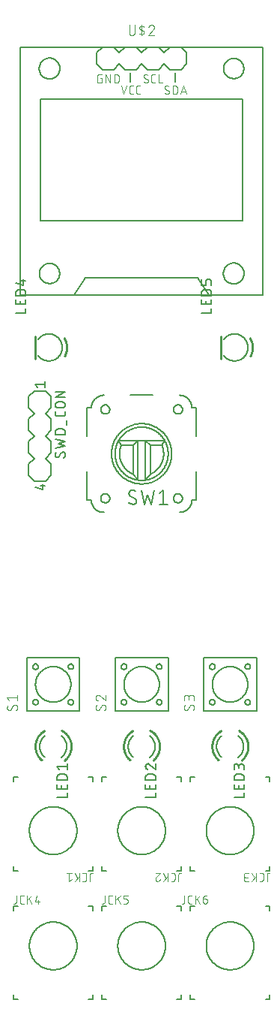
<source format=gbr>
G04 EAGLE Gerber RS-274X export*
G75*
%MOMM*%
%FSLAX34Y34*%
%LPD*%
%INSilkscreen Top*%
%IPPOS*%
%AMOC8*
5,1,8,0,0,1.08239X$1,22.5*%
G01*
%ADD10C,0.127000*%
%ADD11C,0.076200*%
%ADD12C,0.152400*%
%ADD13C,0.254000*%
%ADD14C,0.101600*%
%ADD15C,0.177800*%


D10*
X18093Y195000D02*
X18101Y195660D01*
X18125Y196320D01*
X18166Y196979D01*
X18223Y197637D01*
X18295Y198294D01*
X18384Y198948D01*
X18489Y199600D01*
X18610Y200249D01*
X18747Y200895D01*
X18899Y201538D01*
X19068Y202176D01*
X19252Y202811D01*
X19451Y203440D01*
X19666Y204065D01*
X19896Y204684D01*
X20141Y205297D01*
X20401Y205904D01*
X20676Y206504D01*
X20966Y207098D01*
X21270Y207684D01*
X21589Y208262D01*
X21921Y208833D01*
X22268Y209395D01*
X22628Y209949D01*
X23001Y210493D01*
X23388Y211028D01*
X23788Y211554D01*
X24201Y212070D01*
X24626Y212575D01*
X25063Y213070D01*
X25513Y213553D01*
X25974Y214026D01*
X26447Y214487D01*
X26930Y214937D01*
X27425Y215374D01*
X27930Y215799D01*
X28446Y216212D01*
X28972Y216612D01*
X29507Y216999D01*
X30051Y217372D01*
X30605Y217732D01*
X31167Y218079D01*
X31738Y218411D01*
X32316Y218730D01*
X32902Y219034D01*
X33496Y219324D01*
X34096Y219599D01*
X34703Y219859D01*
X35316Y220104D01*
X35935Y220334D01*
X36560Y220549D01*
X37189Y220748D01*
X37824Y220932D01*
X38462Y221101D01*
X39105Y221253D01*
X39751Y221390D01*
X40400Y221511D01*
X41052Y221616D01*
X41706Y221705D01*
X42363Y221777D01*
X43021Y221834D01*
X43680Y221875D01*
X44340Y221899D01*
X45000Y221907D01*
X45660Y221899D01*
X46320Y221875D01*
X46979Y221834D01*
X47637Y221777D01*
X48294Y221705D01*
X48948Y221616D01*
X49600Y221511D01*
X50249Y221390D01*
X50895Y221253D01*
X51538Y221101D01*
X52176Y220932D01*
X52811Y220748D01*
X53440Y220549D01*
X54065Y220334D01*
X54684Y220104D01*
X55297Y219859D01*
X55904Y219599D01*
X56504Y219324D01*
X57098Y219034D01*
X57684Y218730D01*
X58262Y218411D01*
X58833Y218079D01*
X59395Y217732D01*
X59949Y217372D01*
X60493Y216999D01*
X61028Y216612D01*
X61554Y216212D01*
X62070Y215799D01*
X62575Y215374D01*
X63070Y214937D01*
X63553Y214487D01*
X64026Y214026D01*
X64487Y213553D01*
X64937Y213070D01*
X65374Y212575D01*
X65799Y212070D01*
X66212Y211554D01*
X66612Y211028D01*
X66999Y210493D01*
X67372Y209949D01*
X67732Y209395D01*
X68079Y208833D01*
X68411Y208262D01*
X68730Y207684D01*
X69034Y207098D01*
X69324Y206504D01*
X69599Y205904D01*
X69859Y205297D01*
X70104Y204684D01*
X70334Y204065D01*
X70549Y203440D01*
X70748Y202811D01*
X70932Y202176D01*
X71101Y201538D01*
X71253Y200895D01*
X71390Y200249D01*
X71511Y199600D01*
X71616Y198948D01*
X71705Y198294D01*
X71777Y197637D01*
X71834Y196979D01*
X71875Y196320D01*
X71899Y195660D01*
X71907Y195000D01*
X71899Y194340D01*
X71875Y193680D01*
X71834Y193021D01*
X71777Y192363D01*
X71705Y191706D01*
X71616Y191052D01*
X71511Y190400D01*
X71390Y189751D01*
X71253Y189105D01*
X71101Y188462D01*
X70932Y187824D01*
X70748Y187189D01*
X70549Y186560D01*
X70334Y185935D01*
X70104Y185316D01*
X69859Y184703D01*
X69599Y184096D01*
X69324Y183496D01*
X69034Y182902D01*
X68730Y182316D01*
X68411Y181738D01*
X68079Y181167D01*
X67732Y180605D01*
X67372Y180051D01*
X66999Y179507D01*
X66612Y178972D01*
X66212Y178446D01*
X65799Y177930D01*
X65374Y177425D01*
X64937Y176930D01*
X64487Y176447D01*
X64026Y175974D01*
X63553Y175513D01*
X63070Y175063D01*
X62575Y174626D01*
X62070Y174201D01*
X61554Y173788D01*
X61028Y173388D01*
X60493Y173001D01*
X59949Y172628D01*
X59395Y172268D01*
X58833Y171921D01*
X58262Y171589D01*
X57684Y171270D01*
X57098Y170966D01*
X56504Y170676D01*
X55904Y170401D01*
X55297Y170141D01*
X54684Y169896D01*
X54065Y169666D01*
X53440Y169451D01*
X52811Y169252D01*
X52176Y169068D01*
X51538Y168899D01*
X50895Y168747D01*
X50249Y168610D01*
X49600Y168489D01*
X48948Y168384D01*
X48294Y168295D01*
X47637Y168223D01*
X46979Y168166D01*
X46320Y168125D01*
X45660Y168101D01*
X45000Y168093D01*
X44340Y168101D01*
X43680Y168125D01*
X43021Y168166D01*
X42363Y168223D01*
X41706Y168295D01*
X41052Y168384D01*
X40400Y168489D01*
X39751Y168610D01*
X39105Y168747D01*
X38462Y168899D01*
X37824Y169068D01*
X37189Y169252D01*
X36560Y169451D01*
X35935Y169666D01*
X35316Y169896D01*
X34703Y170141D01*
X34096Y170401D01*
X33496Y170676D01*
X32902Y170966D01*
X32316Y171270D01*
X31738Y171589D01*
X31167Y171921D01*
X30605Y172268D01*
X30051Y172628D01*
X29507Y173001D01*
X28972Y173388D01*
X28446Y173788D01*
X27930Y174201D01*
X27425Y174626D01*
X26930Y175063D01*
X26447Y175513D01*
X25974Y175974D01*
X25513Y176447D01*
X25063Y176930D01*
X24626Y177425D01*
X24201Y177930D01*
X23788Y178446D01*
X23388Y178972D01*
X23001Y179507D01*
X22628Y180051D01*
X22268Y180605D01*
X21921Y181167D01*
X21589Y181738D01*
X21270Y182316D01*
X20966Y182902D01*
X20676Y183496D01*
X20401Y184096D01*
X20141Y184703D01*
X19896Y185316D01*
X19666Y185935D01*
X19451Y186560D01*
X19252Y187189D01*
X19068Y187824D01*
X18899Y188462D01*
X18747Y189105D01*
X18610Y189751D01*
X18489Y190400D01*
X18384Y191052D01*
X18295Y191706D01*
X18223Y192363D01*
X18166Y193021D01*
X18125Y193680D01*
X18101Y194340D01*
X18093Y195000D01*
X0Y250000D02*
X0Y255000D01*
X5000Y255000D01*
X85000Y255000D02*
X90000Y255000D01*
X90000Y250000D01*
X90000Y155000D02*
X90000Y150000D01*
X85000Y150000D01*
X0Y150000D02*
X0Y155000D01*
X0Y150000D02*
X5000Y150000D01*
D11*
X86698Y145287D02*
X86698Y137977D01*
X86699Y145287D02*
X86701Y145376D01*
X86707Y145464D01*
X86716Y145552D01*
X86729Y145640D01*
X86746Y145727D01*
X86766Y145813D01*
X86791Y145898D01*
X86818Y145983D01*
X86850Y146066D01*
X86884Y146147D01*
X86923Y146227D01*
X86964Y146305D01*
X87009Y146382D01*
X87057Y146456D01*
X87108Y146529D01*
X87162Y146599D01*
X87220Y146666D01*
X87280Y146732D01*
X87342Y146794D01*
X87408Y146854D01*
X87475Y146912D01*
X87545Y146966D01*
X87618Y147017D01*
X87692Y147065D01*
X87769Y147110D01*
X87847Y147151D01*
X87927Y147190D01*
X88008Y147224D01*
X88091Y147256D01*
X88176Y147283D01*
X88261Y147308D01*
X88347Y147328D01*
X88434Y147345D01*
X88522Y147358D01*
X88610Y147367D01*
X88698Y147373D01*
X88787Y147375D01*
X89831Y147375D01*
X80444Y147375D02*
X78356Y147375D01*
X80444Y147375D02*
X80533Y147373D01*
X80621Y147367D01*
X80709Y147358D01*
X80797Y147345D01*
X80884Y147328D01*
X80970Y147308D01*
X81055Y147283D01*
X81140Y147256D01*
X81223Y147224D01*
X81304Y147190D01*
X81384Y147151D01*
X81462Y147110D01*
X81539Y147065D01*
X81613Y147017D01*
X81686Y146966D01*
X81756Y146912D01*
X81823Y146854D01*
X81889Y146794D01*
X81951Y146732D01*
X82011Y146666D01*
X82069Y146599D01*
X82123Y146529D01*
X82174Y146456D01*
X82222Y146382D01*
X82267Y146305D01*
X82308Y146227D01*
X82347Y146147D01*
X82381Y146066D01*
X82413Y145983D01*
X82440Y145898D01*
X82465Y145813D01*
X82485Y145727D01*
X82502Y145640D01*
X82515Y145552D01*
X82524Y145464D01*
X82530Y145376D01*
X82532Y145287D01*
X82532Y140065D01*
X82533Y140065D02*
X82531Y139974D01*
X82525Y139883D01*
X82515Y139792D01*
X82501Y139702D01*
X82483Y139613D01*
X82462Y139524D01*
X82436Y139437D01*
X82407Y139351D01*
X82374Y139266D01*
X82337Y139182D01*
X82297Y139100D01*
X82253Y139021D01*
X82206Y138943D01*
X82155Y138867D01*
X82101Y138793D01*
X82044Y138722D01*
X81984Y138654D01*
X81921Y138588D01*
X81855Y138525D01*
X81787Y138465D01*
X81716Y138408D01*
X81642Y138354D01*
X81566Y138303D01*
X81489Y138256D01*
X81409Y138212D01*
X81327Y138172D01*
X81243Y138135D01*
X81159Y138102D01*
X81072Y138073D01*
X80985Y138047D01*
X80896Y138026D01*
X80807Y138008D01*
X80717Y137994D01*
X80626Y137984D01*
X80535Y137978D01*
X80444Y137976D01*
X80444Y137977D02*
X78356Y137977D01*
X74451Y137977D02*
X74451Y147375D01*
X74451Y143720D02*
X69230Y137977D01*
X72362Y141632D02*
X69230Y147375D01*
X65743Y140065D02*
X63132Y137977D01*
X63132Y147375D01*
X60522Y147375D02*
X65743Y147375D01*
D10*
X118093Y195000D02*
X118101Y195660D01*
X118125Y196320D01*
X118166Y196979D01*
X118223Y197637D01*
X118295Y198294D01*
X118384Y198948D01*
X118489Y199600D01*
X118610Y200249D01*
X118747Y200895D01*
X118899Y201538D01*
X119068Y202176D01*
X119252Y202811D01*
X119451Y203440D01*
X119666Y204065D01*
X119896Y204684D01*
X120141Y205297D01*
X120401Y205904D01*
X120676Y206504D01*
X120966Y207098D01*
X121270Y207684D01*
X121589Y208262D01*
X121921Y208833D01*
X122268Y209395D01*
X122628Y209949D01*
X123001Y210493D01*
X123388Y211028D01*
X123788Y211554D01*
X124201Y212070D01*
X124626Y212575D01*
X125063Y213070D01*
X125513Y213553D01*
X125974Y214026D01*
X126447Y214487D01*
X126930Y214937D01*
X127425Y215374D01*
X127930Y215799D01*
X128446Y216212D01*
X128972Y216612D01*
X129507Y216999D01*
X130051Y217372D01*
X130605Y217732D01*
X131167Y218079D01*
X131738Y218411D01*
X132316Y218730D01*
X132902Y219034D01*
X133496Y219324D01*
X134096Y219599D01*
X134703Y219859D01*
X135316Y220104D01*
X135935Y220334D01*
X136560Y220549D01*
X137189Y220748D01*
X137824Y220932D01*
X138462Y221101D01*
X139105Y221253D01*
X139751Y221390D01*
X140400Y221511D01*
X141052Y221616D01*
X141706Y221705D01*
X142363Y221777D01*
X143021Y221834D01*
X143680Y221875D01*
X144340Y221899D01*
X145000Y221907D01*
X145660Y221899D01*
X146320Y221875D01*
X146979Y221834D01*
X147637Y221777D01*
X148294Y221705D01*
X148948Y221616D01*
X149600Y221511D01*
X150249Y221390D01*
X150895Y221253D01*
X151538Y221101D01*
X152176Y220932D01*
X152811Y220748D01*
X153440Y220549D01*
X154065Y220334D01*
X154684Y220104D01*
X155297Y219859D01*
X155904Y219599D01*
X156504Y219324D01*
X157098Y219034D01*
X157684Y218730D01*
X158262Y218411D01*
X158833Y218079D01*
X159395Y217732D01*
X159949Y217372D01*
X160493Y216999D01*
X161028Y216612D01*
X161554Y216212D01*
X162070Y215799D01*
X162575Y215374D01*
X163070Y214937D01*
X163553Y214487D01*
X164026Y214026D01*
X164487Y213553D01*
X164937Y213070D01*
X165374Y212575D01*
X165799Y212070D01*
X166212Y211554D01*
X166612Y211028D01*
X166999Y210493D01*
X167372Y209949D01*
X167732Y209395D01*
X168079Y208833D01*
X168411Y208262D01*
X168730Y207684D01*
X169034Y207098D01*
X169324Y206504D01*
X169599Y205904D01*
X169859Y205297D01*
X170104Y204684D01*
X170334Y204065D01*
X170549Y203440D01*
X170748Y202811D01*
X170932Y202176D01*
X171101Y201538D01*
X171253Y200895D01*
X171390Y200249D01*
X171511Y199600D01*
X171616Y198948D01*
X171705Y198294D01*
X171777Y197637D01*
X171834Y196979D01*
X171875Y196320D01*
X171899Y195660D01*
X171907Y195000D01*
X171899Y194340D01*
X171875Y193680D01*
X171834Y193021D01*
X171777Y192363D01*
X171705Y191706D01*
X171616Y191052D01*
X171511Y190400D01*
X171390Y189751D01*
X171253Y189105D01*
X171101Y188462D01*
X170932Y187824D01*
X170748Y187189D01*
X170549Y186560D01*
X170334Y185935D01*
X170104Y185316D01*
X169859Y184703D01*
X169599Y184096D01*
X169324Y183496D01*
X169034Y182902D01*
X168730Y182316D01*
X168411Y181738D01*
X168079Y181167D01*
X167732Y180605D01*
X167372Y180051D01*
X166999Y179507D01*
X166612Y178972D01*
X166212Y178446D01*
X165799Y177930D01*
X165374Y177425D01*
X164937Y176930D01*
X164487Y176447D01*
X164026Y175974D01*
X163553Y175513D01*
X163070Y175063D01*
X162575Y174626D01*
X162070Y174201D01*
X161554Y173788D01*
X161028Y173388D01*
X160493Y173001D01*
X159949Y172628D01*
X159395Y172268D01*
X158833Y171921D01*
X158262Y171589D01*
X157684Y171270D01*
X157098Y170966D01*
X156504Y170676D01*
X155904Y170401D01*
X155297Y170141D01*
X154684Y169896D01*
X154065Y169666D01*
X153440Y169451D01*
X152811Y169252D01*
X152176Y169068D01*
X151538Y168899D01*
X150895Y168747D01*
X150249Y168610D01*
X149600Y168489D01*
X148948Y168384D01*
X148294Y168295D01*
X147637Y168223D01*
X146979Y168166D01*
X146320Y168125D01*
X145660Y168101D01*
X145000Y168093D01*
X144340Y168101D01*
X143680Y168125D01*
X143021Y168166D01*
X142363Y168223D01*
X141706Y168295D01*
X141052Y168384D01*
X140400Y168489D01*
X139751Y168610D01*
X139105Y168747D01*
X138462Y168899D01*
X137824Y169068D01*
X137189Y169252D01*
X136560Y169451D01*
X135935Y169666D01*
X135316Y169896D01*
X134703Y170141D01*
X134096Y170401D01*
X133496Y170676D01*
X132902Y170966D01*
X132316Y171270D01*
X131738Y171589D01*
X131167Y171921D01*
X130605Y172268D01*
X130051Y172628D01*
X129507Y173001D01*
X128972Y173388D01*
X128446Y173788D01*
X127930Y174201D01*
X127425Y174626D01*
X126930Y175063D01*
X126447Y175513D01*
X125974Y175974D01*
X125513Y176447D01*
X125063Y176930D01*
X124626Y177425D01*
X124201Y177930D01*
X123788Y178446D01*
X123388Y178972D01*
X123001Y179507D01*
X122628Y180051D01*
X122268Y180605D01*
X121921Y181167D01*
X121589Y181738D01*
X121270Y182316D01*
X120966Y182902D01*
X120676Y183496D01*
X120401Y184096D01*
X120141Y184703D01*
X119896Y185316D01*
X119666Y185935D01*
X119451Y186560D01*
X119252Y187189D01*
X119068Y187824D01*
X118899Y188462D01*
X118747Y189105D01*
X118610Y189751D01*
X118489Y190400D01*
X118384Y191052D01*
X118295Y191706D01*
X118223Y192363D01*
X118166Y193021D01*
X118125Y193680D01*
X118101Y194340D01*
X118093Y195000D01*
X100000Y250000D02*
X100000Y255000D01*
X105000Y255000D01*
X185000Y255000D02*
X190000Y255000D01*
X190000Y250000D01*
X190000Y155000D02*
X190000Y150000D01*
X185000Y150000D01*
X100000Y150000D02*
X100000Y155000D01*
X100000Y150000D02*
X105000Y150000D01*
D11*
X186698Y145287D02*
X186698Y137977D01*
X186699Y145287D02*
X186701Y145376D01*
X186707Y145464D01*
X186716Y145552D01*
X186729Y145640D01*
X186746Y145727D01*
X186766Y145813D01*
X186791Y145898D01*
X186818Y145983D01*
X186850Y146066D01*
X186884Y146147D01*
X186923Y146227D01*
X186964Y146305D01*
X187009Y146382D01*
X187057Y146456D01*
X187108Y146529D01*
X187162Y146599D01*
X187220Y146666D01*
X187280Y146732D01*
X187342Y146794D01*
X187408Y146854D01*
X187475Y146912D01*
X187545Y146966D01*
X187618Y147017D01*
X187692Y147065D01*
X187769Y147110D01*
X187847Y147151D01*
X187927Y147190D01*
X188008Y147224D01*
X188091Y147256D01*
X188176Y147283D01*
X188261Y147308D01*
X188347Y147328D01*
X188434Y147345D01*
X188522Y147358D01*
X188610Y147367D01*
X188698Y147373D01*
X188787Y147375D01*
X189831Y147375D01*
X180444Y147375D02*
X178356Y147375D01*
X180444Y147375D02*
X180533Y147373D01*
X180621Y147367D01*
X180709Y147358D01*
X180797Y147345D01*
X180884Y147328D01*
X180970Y147308D01*
X181055Y147283D01*
X181140Y147256D01*
X181223Y147224D01*
X181304Y147190D01*
X181384Y147151D01*
X181462Y147110D01*
X181539Y147065D01*
X181613Y147017D01*
X181686Y146966D01*
X181756Y146912D01*
X181823Y146854D01*
X181889Y146794D01*
X181951Y146732D01*
X182011Y146666D01*
X182069Y146599D01*
X182123Y146529D01*
X182174Y146456D01*
X182222Y146382D01*
X182267Y146305D01*
X182308Y146227D01*
X182347Y146147D01*
X182381Y146066D01*
X182413Y145983D01*
X182440Y145898D01*
X182465Y145813D01*
X182485Y145727D01*
X182502Y145640D01*
X182515Y145552D01*
X182524Y145464D01*
X182530Y145376D01*
X182532Y145287D01*
X182532Y140065D01*
X182533Y140065D02*
X182531Y139974D01*
X182525Y139883D01*
X182515Y139792D01*
X182501Y139702D01*
X182483Y139613D01*
X182462Y139524D01*
X182436Y139437D01*
X182407Y139351D01*
X182374Y139266D01*
X182337Y139182D01*
X182297Y139100D01*
X182253Y139021D01*
X182206Y138943D01*
X182155Y138867D01*
X182101Y138793D01*
X182044Y138722D01*
X181984Y138654D01*
X181921Y138588D01*
X181855Y138525D01*
X181787Y138465D01*
X181716Y138408D01*
X181642Y138354D01*
X181566Y138303D01*
X181489Y138256D01*
X181409Y138212D01*
X181327Y138172D01*
X181243Y138135D01*
X181159Y138102D01*
X181072Y138073D01*
X180985Y138047D01*
X180896Y138026D01*
X180807Y138008D01*
X180717Y137994D01*
X180626Y137984D01*
X180535Y137978D01*
X180444Y137976D01*
X180444Y137977D02*
X178356Y137977D01*
X174451Y137977D02*
X174451Y147375D01*
X174451Y143720D02*
X169230Y137977D01*
X172362Y141632D02*
X169230Y147375D01*
X160521Y140327D02*
X160523Y140232D01*
X160529Y140138D01*
X160538Y140044D01*
X160551Y139950D01*
X160568Y139857D01*
X160589Y139765D01*
X160614Y139673D01*
X160642Y139583D01*
X160674Y139494D01*
X160709Y139406D01*
X160748Y139320D01*
X160790Y139235D01*
X160836Y139152D01*
X160885Y139071D01*
X160937Y138992D01*
X160992Y138915D01*
X161051Y138841D01*
X161112Y138769D01*
X161176Y138699D01*
X161243Y138632D01*
X161313Y138568D01*
X161385Y138507D01*
X161459Y138448D01*
X161536Y138393D01*
X161615Y138341D01*
X161696Y138292D01*
X161779Y138246D01*
X161864Y138204D01*
X161950Y138165D01*
X162038Y138130D01*
X162127Y138098D01*
X162217Y138070D01*
X162309Y138045D01*
X162401Y138024D01*
X162494Y138007D01*
X162588Y137994D01*
X162682Y137985D01*
X162776Y137979D01*
X162871Y137977D01*
X162979Y137979D01*
X163088Y137985D01*
X163196Y137995D01*
X163303Y138008D01*
X163410Y138026D01*
X163517Y138047D01*
X163622Y138072D01*
X163727Y138101D01*
X163830Y138133D01*
X163932Y138170D01*
X164033Y138210D01*
X164132Y138253D01*
X164230Y138300D01*
X164326Y138351D01*
X164420Y138405D01*
X164512Y138462D01*
X164602Y138523D01*
X164690Y138587D01*
X164775Y138653D01*
X164858Y138723D01*
X164938Y138796D01*
X165016Y138872D01*
X165091Y138950D01*
X165163Y139031D01*
X165232Y139115D01*
X165298Y139201D01*
X165361Y139289D01*
X165420Y139380D01*
X165477Y139473D01*
X165530Y139567D01*
X165579Y139664D01*
X165626Y139762D01*
X165668Y139861D01*
X165707Y139963D01*
X165742Y140065D01*
X161304Y142155D02*
X161235Y142086D01*
X161169Y142015D01*
X161105Y141942D01*
X161044Y141866D01*
X160986Y141787D01*
X160932Y141707D01*
X160880Y141624D01*
X160832Y141540D01*
X160786Y141454D01*
X160745Y141366D01*
X160706Y141276D01*
X160671Y141185D01*
X160640Y141093D01*
X160612Y141000D01*
X160588Y140906D01*
X160568Y140811D01*
X160551Y140715D01*
X160538Y140618D01*
X160529Y140521D01*
X160523Y140424D01*
X160521Y140327D01*
X161305Y142154D02*
X165743Y147375D01*
X160522Y147375D01*
D10*
X218093Y195000D02*
X218101Y195660D01*
X218125Y196320D01*
X218166Y196979D01*
X218223Y197637D01*
X218295Y198294D01*
X218384Y198948D01*
X218489Y199600D01*
X218610Y200249D01*
X218747Y200895D01*
X218899Y201538D01*
X219068Y202176D01*
X219252Y202811D01*
X219451Y203440D01*
X219666Y204065D01*
X219896Y204684D01*
X220141Y205297D01*
X220401Y205904D01*
X220676Y206504D01*
X220966Y207098D01*
X221270Y207684D01*
X221589Y208262D01*
X221921Y208833D01*
X222268Y209395D01*
X222628Y209949D01*
X223001Y210493D01*
X223388Y211028D01*
X223788Y211554D01*
X224201Y212070D01*
X224626Y212575D01*
X225063Y213070D01*
X225513Y213553D01*
X225974Y214026D01*
X226447Y214487D01*
X226930Y214937D01*
X227425Y215374D01*
X227930Y215799D01*
X228446Y216212D01*
X228972Y216612D01*
X229507Y216999D01*
X230051Y217372D01*
X230605Y217732D01*
X231167Y218079D01*
X231738Y218411D01*
X232316Y218730D01*
X232902Y219034D01*
X233496Y219324D01*
X234096Y219599D01*
X234703Y219859D01*
X235316Y220104D01*
X235935Y220334D01*
X236560Y220549D01*
X237189Y220748D01*
X237824Y220932D01*
X238462Y221101D01*
X239105Y221253D01*
X239751Y221390D01*
X240400Y221511D01*
X241052Y221616D01*
X241706Y221705D01*
X242363Y221777D01*
X243021Y221834D01*
X243680Y221875D01*
X244340Y221899D01*
X245000Y221907D01*
X245660Y221899D01*
X246320Y221875D01*
X246979Y221834D01*
X247637Y221777D01*
X248294Y221705D01*
X248948Y221616D01*
X249600Y221511D01*
X250249Y221390D01*
X250895Y221253D01*
X251538Y221101D01*
X252176Y220932D01*
X252811Y220748D01*
X253440Y220549D01*
X254065Y220334D01*
X254684Y220104D01*
X255297Y219859D01*
X255904Y219599D01*
X256504Y219324D01*
X257098Y219034D01*
X257684Y218730D01*
X258262Y218411D01*
X258833Y218079D01*
X259395Y217732D01*
X259949Y217372D01*
X260493Y216999D01*
X261028Y216612D01*
X261554Y216212D01*
X262070Y215799D01*
X262575Y215374D01*
X263070Y214937D01*
X263553Y214487D01*
X264026Y214026D01*
X264487Y213553D01*
X264937Y213070D01*
X265374Y212575D01*
X265799Y212070D01*
X266212Y211554D01*
X266612Y211028D01*
X266999Y210493D01*
X267372Y209949D01*
X267732Y209395D01*
X268079Y208833D01*
X268411Y208262D01*
X268730Y207684D01*
X269034Y207098D01*
X269324Y206504D01*
X269599Y205904D01*
X269859Y205297D01*
X270104Y204684D01*
X270334Y204065D01*
X270549Y203440D01*
X270748Y202811D01*
X270932Y202176D01*
X271101Y201538D01*
X271253Y200895D01*
X271390Y200249D01*
X271511Y199600D01*
X271616Y198948D01*
X271705Y198294D01*
X271777Y197637D01*
X271834Y196979D01*
X271875Y196320D01*
X271899Y195660D01*
X271907Y195000D01*
X271899Y194340D01*
X271875Y193680D01*
X271834Y193021D01*
X271777Y192363D01*
X271705Y191706D01*
X271616Y191052D01*
X271511Y190400D01*
X271390Y189751D01*
X271253Y189105D01*
X271101Y188462D01*
X270932Y187824D01*
X270748Y187189D01*
X270549Y186560D01*
X270334Y185935D01*
X270104Y185316D01*
X269859Y184703D01*
X269599Y184096D01*
X269324Y183496D01*
X269034Y182902D01*
X268730Y182316D01*
X268411Y181738D01*
X268079Y181167D01*
X267732Y180605D01*
X267372Y180051D01*
X266999Y179507D01*
X266612Y178972D01*
X266212Y178446D01*
X265799Y177930D01*
X265374Y177425D01*
X264937Y176930D01*
X264487Y176447D01*
X264026Y175974D01*
X263553Y175513D01*
X263070Y175063D01*
X262575Y174626D01*
X262070Y174201D01*
X261554Y173788D01*
X261028Y173388D01*
X260493Y173001D01*
X259949Y172628D01*
X259395Y172268D01*
X258833Y171921D01*
X258262Y171589D01*
X257684Y171270D01*
X257098Y170966D01*
X256504Y170676D01*
X255904Y170401D01*
X255297Y170141D01*
X254684Y169896D01*
X254065Y169666D01*
X253440Y169451D01*
X252811Y169252D01*
X252176Y169068D01*
X251538Y168899D01*
X250895Y168747D01*
X250249Y168610D01*
X249600Y168489D01*
X248948Y168384D01*
X248294Y168295D01*
X247637Y168223D01*
X246979Y168166D01*
X246320Y168125D01*
X245660Y168101D01*
X245000Y168093D01*
X244340Y168101D01*
X243680Y168125D01*
X243021Y168166D01*
X242363Y168223D01*
X241706Y168295D01*
X241052Y168384D01*
X240400Y168489D01*
X239751Y168610D01*
X239105Y168747D01*
X238462Y168899D01*
X237824Y169068D01*
X237189Y169252D01*
X236560Y169451D01*
X235935Y169666D01*
X235316Y169896D01*
X234703Y170141D01*
X234096Y170401D01*
X233496Y170676D01*
X232902Y170966D01*
X232316Y171270D01*
X231738Y171589D01*
X231167Y171921D01*
X230605Y172268D01*
X230051Y172628D01*
X229507Y173001D01*
X228972Y173388D01*
X228446Y173788D01*
X227930Y174201D01*
X227425Y174626D01*
X226930Y175063D01*
X226447Y175513D01*
X225974Y175974D01*
X225513Y176447D01*
X225063Y176930D01*
X224626Y177425D01*
X224201Y177930D01*
X223788Y178446D01*
X223388Y178972D01*
X223001Y179507D01*
X222628Y180051D01*
X222268Y180605D01*
X221921Y181167D01*
X221589Y181738D01*
X221270Y182316D01*
X220966Y182902D01*
X220676Y183496D01*
X220401Y184096D01*
X220141Y184703D01*
X219896Y185316D01*
X219666Y185935D01*
X219451Y186560D01*
X219252Y187189D01*
X219068Y187824D01*
X218899Y188462D01*
X218747Y189105D01*
X218610Y189751D01*
X218489Y190400D01*
X218384Y191052D01*
X218295Y191706D01*
X218223Y192363D01*
X218166Y193021D01*
X218125Y193680D01*
X218101Y194340D01*
X218093Y195000D01*
X200000Y250000D02*
X200000Y255000D01*
X205000Y255000D01*
X285000Y255000D02*
X290000Y255000D01*
X290000Y250000D01*
X290000Y155000D02*
X290000Y150000D01*
X285000Y150000D01*
X200000Y150000D02*
X200000Y155000D01*
X200000Y150000D02*
X205000Y150000D01*
D11*
X286698Y145287D02*
X286698Y137977D01*
X286699Y145287D02*
X286701Y145376D01*
X286707Y145464D01*
X286716Y145552D01*
X286729Y145640D01*
X286746Y145727D01*
X286766Y145813D01*
X286791Y145898D01*
X286818Y145983D01*
X286850Y146066D01*
X286884Y146147D01*
X286923Y146227D01*
X286964Y146305D01*
X287009Y146382D01*
X287057Y146456D01*
X287108Y146529D01*
X287162Y146599D01*
X287220Y146666D01*
X287280Y146732D01*
X287342Y146794D01*
X287408Y146854D01*
X287475Y146912D01*
X287545Y146966D01*
X287618Y147017D01*
X287692Y147065D01*
X287769Y147110D01*
X287847Y147151D01*
X287927Y147190D01*
X288008Y147224D01*
X288091Y147256D01*
X288176Y147283D01*
X288261Y147308D01*
X288347Y147328D01*
X288434Y147345D01*
X288522Y147358D01*
X288610Y147367D01*
X288698Y147373D01*
X288787Y147375D01*
X289831Y147375D01*
X280444Y147375D02*
X278356Y147375D01*
X280444Y147375D02*
X280533Y147373D01*
X280621Y147367D01*
X280709Y147358D01*
X280797Y147345D01*
X280884Y147328D01*
X280970Y147308D01*
X281055Y147283D01*
X281140Y147256D01*
X281223Y147224D01*
X281304Y147190D01*
X281384Y147151D01*
X281462Y147110D01*
X281539Y147065D01*
X281613Y147017D01*
X281686Y146966D01*
X281756Y146912D01*
X281823Y146854D01*
X281889Y146794D01*
X281951Y146732D01*
X282011Y146666D01*
X282069Y146599D01*
X282123Y146529D01*
X282174Y146456D01*
X282222Y146382D01*
X282267Y146305D01*
X282308Y146227D01*
X282347Y146147D01*
X282381Y146066D01*
X282413Y145983D01*
X282440Y145898D01*
X282465Y145813D01*
X282485Y145727D01*
X282502Y145640D01*
X282515Y145552D01*
X282524Y145464D01*
X282530Y145376D01*
X282532Y145287D01*
X282532Y140065D01*
X282533Y140065D02*
X282531Y139974D01*
X282525Y139883D01*
X282515Y139792D01*
X282501Y139702D01*
X282483Y139613D01*
X282462Y139524D01*
X282436Y139437D01*
X282407Y139351D01*
X282374Y139266D01*
X282337Y139182D01*
X282297Y139100D01*
X282253Y139021D01*
X282206Y138943D01*
X282155Y138867D01*
X282101Y138793D01*
X282044Y138722D01*
X281984Y138654D01*
X281921Y138588D01*
X281855Y138525D01*
X281787Y138465D01*
X281716Y138408D01*
X281642Y138354D01*
X281566Y138303D01*
X281489Y138256D01*
X281409Y138212D01*
X281327Y138172D01*
X281243Y138135D01*
X281159Y138102D01*
X281072Y138073D01*
X280985Y138047D01*
X280896Y138026D01*
X280807Y138008D01*
X280717Y137994D01*
X280626Y137984D01*
X280535Y137978D01*
X280444Y137976D01*
X280444Y137977D02*
X278356Y137977D01*
X274451Y137977D02*
X274451Y147375D01*
X274451Y143720D02*
X269230Y137977D01*
X272362Y141632D02*
X269230Y147375D01*
X265743Y147375D02*
X263132Y147375D01*
X263031Y147373D01*
X262930Y147367D01*
X262829Y147357D01*
X262729Y147344D01*
X262629Y147326D01*
X262530Y147305D01*
X262432Y147279D01*
X262335Y147250D01*
X262239Y147218D01*
X262145Y147181D01*
X262052Y147141D01*
X261960Y147097D01*
X261871Y147050D01*
X261783Y146999D01*
X261697Y146945D01*
X261614Y146888D01*
X261532Y146828D01*
X261454Y146764D01*
X261377Y146698D01*
X261304Y146628D01*
X261233Y146556D01*
X261165Y146481D01*
X261100Y146403D01*
X261038Y146323D01*
X260979Y146241D01*
X260923Y146156D01*
X260871Y146070D01*
X260822Y145981D01*
X260776Y145890D01*
X260735Y145798D01*
X260696Y145704D01*
X260662Y145609D01*
X260631Y145513D01*
X260604Y145415D01*
X260580Y145317D01*
X260561Y145217D01*
X260545Y145117D01*
X260533Y145017D01*
X260525Y144916D01*
X260521Y144815D01*
X260521Y144713D01*
X260525Y144612D01*
X260533Y144511D01*
X260545Y144411D01*
X260561Y144311D01*
X260580Y144211D01*
X260604Y144113D01*
X260631Y144015D01*
X260662Y143919D01*
X260696Y143824D01*
X260735Y143730D01*
X260776Y143638D01*
X260822Y143547D01*
X260871Y143459D01*
X260923Y143372D01*
X260979Y143287D01*
X261038Y143205D01*
X261100Y143125D01*
X261165Y143047D01*
X261233Y142972D01*
X261304Y142900D01*
X261377Y142830D01*
X261454Y142764D01*
X261532Y142700D01*
X261614Y142640D01*
X261697Y142583D01*
X261783Y142529D01*
X261871Y142478D01*
X261960Y142431D01*
X262052Y142387D01*
X262145Y142347D01*
X262239Y142310D01*
X262335Y142278D01*
X262432Y142249D01*
X262530Y142223D01*
X262629Y142202D01*
X262729Y142184D01*
X262829Y142171D01*
X262930Y142161D01*
X263031Y142155D01*
X263132Y142153D01*
X262610Y137977D02*
X265743Y137977D01*
X262610Y137977D02*
X262520Y137979D01*
X262431Y137985D01*
X262341Y137994D01*
X262252Y138008D01*
X262164Y138025D01*
X262077Y138046D01*
X261990Y138071D01*
X261905Y138100D01*
X261821Y138132D01*
X261739Y138167D01*
X261658Y138207D01*
X261579Y138249D01*
X261502Y138295D01*
X261427Y138345D01*
X261354Y138397D01*
X261283Y138453D01*
X261215Y138511D01*
X261150Y138573D01*
X261087Y138637D01*
X261027Y138704D01*
X260970Y138773D01*
X260916Y138845D01*
X260865Y138919D01*
X260817Y138995D01*
X260773Y139073D01*
X260732Y139153D01*
X260694Y139235D01*
X260660Y139318D01*
X260630Y139403D01*
X260603Y139489D01*
X260580Y139575D01*
X260561Y139663D01*
X260546Y139752D01*
X260534Y139841D01*
X260526Y139930D01*
X260522Y140020D01*
X260522Y140110D01*
X260526Y140200D01*
X260534Y140289D01*
X260546Y140378D01*
X260561Y140467D01*
X260580Y140555D01*
X260603Y140641D01*
X260630Y140727D01*
X260660Y140812D01*
X260694Y140895D01*
X260732Y140977D01*
X260773Y141057D01*
X260817Y141135D01*
X260865Y141211D01*
X260916Y141285D01*
X260970Y141357D01*
X261027Y141426D01*
X261087Y141493D01*
X261150Y141557D01*
X261215Y141619D01*
X261283Y141677D01*
X261354Y141733D01*
X261427Y141785D01*
X261502Y141835D01*
X261579Y141881D01*
X261658Y141923D01*
X261739Y141963D01*
X261821Y141998D01*
X261905Y142030D01*
X261990Y142059D01*
X262077Y142084D01*
X262164Y142105D01*
X262252Y142122D01*
X262341Y142136D01*
X262431Y142145D01*
X262520Y142151D01*
X262610Y142153D01*
X262610Y142154D02*
X264699Y142154D01*
D10*
X18093Y65000D02*
X18101Y65660D01*
X18125Y66320D01*
X18166Y66979D01*
X18223Y67637D01*
X18295Y68294D01*
X18384Y68948D01*
X18489Y69600D01*
X18610Y70249D01*
X18747Y70895D01*
X18899Y71538D01*
X19068Y72176D01*
X19252Y72811D01*
X19451Y73440D01*
X19666Y74065D01*
X19896Y74684D01*
X20141Y75297D01*
X20401Y75904D01*
X20676Y76504D01*
X20966Y77098D01*
X21270Y77684D01*
X21589Y78262D01*
X21921Y78833D01*
X22268Y79395D01*
X22628Y79949D01*
X23001Y80493D01*
X23388Y81028D01*
X23788Y81554D01*
X24201Y82070D01*
X24626Y82575D01*
X25063Y83070D01*
X25513Y83553D01*
X25974Y84026D01*
X26447Y84487D01*
X26930Y84937D01*
X27425Y85374D01*
X27930Y85799D01*
X28446Y86212D01*
X28972Y86612D01*
X29507Y86999D01*
X30051Y87372D01*
X30605Y87732D01*
X31167Y88079D01*
X31738Y88411D01*
X32316Y88730D01*
X32902Y89034D01*
X33496Y89324D01*
X34096Y89599D01*
X34703Y89859D01*
X35316Y90104D01*
X35935Y90334D01*
X36560Y90549D01*
X37189Y90748D01*
X37824Y90932D01*
X38462Y91101D01*
X39105Y91253D01*
X39751Y91390D01*
X40400Y91511D01*
X41052Y91616D01*
X41706Y91705D01*
X42363Y91777D01*
X43021Y91834D01*
X43680Y91875D01*
X44340Y91899D01*
X45000Y91907D01*
X45660Y91899D01*
X46320Y91875D01*
X46979Y91834D01*
X47637Y91777D01*
X48294Y91705D01*
X48948Y91616D01*
X49600Y91511D01*
X50249Y91390D01*
X50895Y91253D01*
X51538Y91101D01*
X52176Y90932D01*
X52811Y90748D01*
X53440Y90549D01*
X54065Y90334D01*
X54684Y90104D01*
X55297Y89859D01*
X55904Y89599D01*
X56504Y89324D01*
X57098Y89034D01*
X57684Y88730D01*
X58262Y88411D01*
X58833Y88079D01*
X59395Y87732D01*
X59949Y87372D01*
X60493Y86999D01*
X61028Y86612D01*
X61554Y86212D01*
X62070Y85799D01*
X62575Y85374D01*
X63070Y84937D01*
X63553Y84487D01*
X64026Y84026D01*
X64487Y83553D01*
X64937Y83070D01*
X65374Y82575D01*
X65799Y82070D01*
X66212Y81554D01*
X66612Y81028D01*
X66999Y80493D01*
X67372Y79949D01*
X67732Y79395D01*
X68079Y78833D01*
X68411Y78262D01*
X68730Y77684D01*
X69034Y77098D01*
X69324Y76504D01*
X69599Y75904D01*
X69859Y75297D01*
X70104Y74684D01*
X70334Y74065D01*
X70549Y73440D01*
X70748Y72811D01*
X70932Y72176D01*
X71101Y71538D01*
X71253Y70895D01*
X71390Y70249D01*
X71511Y69600D01*
X71616Y68948D01*
X71705Y68294D01*
X71777Y67637D01*
X71834Y66979D01*
X71875Y66320D01*
X71899Y65660D01*
X71907Y65000D01*
X71899Y64340D01*
X71875Y63680D01*
X71834Y63021D01*
X71777Y62363D01*
X71705Y61706D01*
X71616Y61052D01*
X71511Y60400D01*
X71390Y59751D01*
X71253Y59105D01*
X71101Y58462D01*
X70932Y57824D01*
X70748Y57189D01*
X70549Y56560D01*
X70334Y55935D01*
X70104Y55316D01*
X69859Y54703D01*
X69599Y54096D01*
X69324Y53496D01*
X69034Y52902D01*
X68730Y52316D01*
X68411Y51738D01*
X68079Y51167D01*
X67732Y50605D01*
X67372Y50051D01*
X66999Y49507D01*
X66612Y48972D01*
X66212Y48446D01*
X65799Y47930D01*
X65374Y47425D01*
X64937Y46930D01*
X64487Y46447D01*
X64026Y45974D01*
X63553Y45513D01*
X63070Y45063D01*
X62575Y44626D01*
X62070Y44201D01*
X61554Y43788D01*
X61028Y43388D01*
X60493Y43001D01*
X59949Y42628D01*
X59395Y42268D01*
X58833Y41921D01*
X58262Y41589D01*
X57684Y41270D01*
X57098Y40966D01*
X56504Y40676D01*
X55904Y40401D01*
X55297Y40141D01*
X54684Y39896D01*
X54065Y39666D01*
X53440Y39451D01*
X52811Y39252D01*
X52176Y39068D01*
X51538Y38899D01*
X50895Y38747D01*
X50249Y38610D01*
X49600Y38489D01*
X48948Y38384D01*
X48294Y38295D01*
X47637Y38223D01*
X46979Y38166D01*
X46320Y38125D01*
X45660Y38101D01*
X45000Y38093D01*
X44340Y38101D01*
X43680Y38125D01*
X43021Y38166D01*
X42363Y38223D01*
X41706Y38295D01*
X41052Y38384D01*
X40400Y38489D01*
X39751Y38610D01*
X39105Y38747D01*
X38462Y38899D01*
X37824Y39068D01*
X37189Y39252D01*
X36560Y39451D01*
X35935Y39666D01*
X35316Y39896D01*
X34703Y40141D01*
X34096Y40401D01*
X33496Y40676D01*
X32902Y40966D01*
X32316Y41270D01*
X31738Y41589D01*
X31167Y41921D01*
X30605Y42268D01*
X30051Y42628D01*
X29507Y43001D01*
X28972Y43388D01*
X28446Y43788D01*
X27930Y44201D01*
X27425Y44626D01*
X26930Y45063D01*
X26447Y45513D01*
X25974Y45974D01*
X25513Y46447D01*
X25063Y46930D01*
X24626Y47425D01*
X24201Y47930D01*
X23788Y48446D01*
X23388Y48972D01*
X23001Y49507D01*
X22628Y50051D01*
X22268Y50605D01*
X21921Y51167D01*
X21589Y51738D01*
X21270Y52316D01*
X20966Y52902D01*
X20676Y53496D01*
X20401Y54096D01*
X20141Y54703D01*
X19896Y55316D01*
X19666Y55935D01*
X19451Y56560D01*
X19252Y57189D01*
X19068Y57824D01*
X18899Y58462D01*
X18747Y59105D01*
X18610Y59751D01*
X18489Y60400D01*
X18384Y61052D01*
X18295Y61706D01*
X18223Y62363D01*
X18166Y63021D01*
X18125Y63680D01*
X18101Y64340D01*
X18093Y65000D01*
X90000Y10000D02*
X90000Y5000D01*
X85000Y5000D01*
X5000Y5000D02*
X0Y5000D01*
X0Y10000D01*
X0Y105000D02*
X0Y110000D01*
X5000Y110000D01*
X90000Y110000D02*
X90000Y105000D01*
X90000Y110000D02*
X85000Y110000D01*
D11*
X3302Y114713D02*
X3302Y122023D01*
X3301Y114713D02*
X3299Y114624D01*
X3293Y114536D01*
X3284Y114448D01*
X3271Y114360D01*
X3254Y114273D01*
X3234Y114187D01*
X3209Y114102D01*
X3182Y114017D01*
X3150Y113934D01*
X3116Y113853D01*
X3077Y113773D01*
X3036Y113695D01*
X2991Y113618D01*
X2943Y113544D01*
X2892Y113471D01*
X2838Y113401D01*
X2780Y113334D01*
X2720Y113268D01*
X2658Y113206D01*
X2592Y113146D01*
X2525Y113088D01*
X2455Y113034D01*
X2382Y112983D01*
X2308Y112935D01*
X2231Y112890D01*
X2153Y112849D01*
X2073Y112810D01*
X1992Y112776D01*
X1909Y112744D01*
X1824Y112717D01*
X1739Y112692D01*
X1653Y112672D01*
X1566Y112655D01*
X1478Y112642D01*
X1390Y112633D01*
X1302Y112627D01*
X1213Y112625D01*
X169Y112625D01*
X9556Y112625D02*
X11644Y112625D01*
X9556Y112625D02*
X9467Y112627D01*
X9379Y112633D01*
X9291Y112642D01*
X9203Y112655D01*
X9116Y112672D01*
X9030Y112692D01*
X8945Y112717D01*
X8860Y112744D01*
X8777Y112776D01*
X8696Y112810D01*
X8616Y112849D01*
X8538Y112890D01*
X8461Y112935D01*
X8387Y112983D01*
X8314Y113034D01*
X8244Y113088D01*
X8177Y113146D01*
X8111Y113206D01*
X8049Y113268D01*
X7989Y113334D01*
X7931Y113401D01*
X7877Y113471D01*
X7826Y113544D01*
X7778Y113618D01*
X7733Y113695D01*
X7692Y113773D01*
X7653Y113853D01*
X7619Y113934D01*
X7587Y114017D01*
X7560Y114102D01*
X7535Y114187D01*
X7515Y114273D01*
X7498Y114360D01*
X7485Y114448D01*
X7476Y114536D01*
X7470Y114624D01*
X7468Y114713D01*
X7468Y119935D01*
X7470Y120026D01*
X7476Y120117D01*
X7486Y120208D01*
X7500Y120298D01*
X7517Y120387D01*
X7539Y120475D01*
X7565Y120563D01*
X7594Y120649D01*
X7627Y120734D01*
X7664Y120817D01*
X7704Y120899D01*
X7748Y120979D01*
X7795Y121057D01*
X7846Y121133D01*
X7899Y121206D01*
X7956Y121277D01*
X8017Y121346D01*
X8080Y121411D01*
X8145Y121474D01*
X8214Y121534D01*
X8285Y121592D01*
X8358Y121645D01*
X8434Y121696D01*
X8512Y121743D01*
X8592Y121787D01*
X8674Y121827D01*
X8757Y121864D01*
X8842Y121897D01*
X8928Y121926D01*
X9016Y121952D01*
X9104Y121974D01*
X9193Y121991D01*
X9283Y122005D01*
X9374Y122015D01*
X9465Y122021D01*
X9556Y122023D01*
X11644Y122023D01*
X15549Y122023D02*
X15549Y112625D01*
X15549Y116280D02*
X20770Y122023D01*
X17638Y118368D02*
X20770Y112625D01*
X24257Y114713D02*
X26346Y122023D01*
X24257Y114713D02*
X29478Y114713D01*
X27912Y116802D02*
X27912Y112625D01*
D10*
X118093Y65000D02*
X118101Y65660D01*
X118125Y66320D01*
X118166Y66979D01*
X118223Y67637D01*
X118295Y68294D01*
X118384Y68948D01*
X118489Y69600D01*
X118610Y70249D01*
X118747Y70895D01*
X118899Y71538D01*
X119068Y72176D01*
X119252Y72811D01*
X119451Y73440D01*
X119666Y74065D01*
X119896Y74684D01*
X120141Y75297D01*
X120401Y75904D01*
X120676Y76504D01*
X120966Y77098D01*
X121270Y77684D01*
X121589Y78262D01*
X121921Y78833D01*
X122268Y79395D01*
X122628Y79949D01*
X123001Y80493D01*
X123388Y81028D01*
X123788Y81554D01*
X124201Y82070D01*
X124626Y82575D01*
X125063Y83070D01*
X125513Y83553D01*
X125974Y84026D01*
X126447Y84487D01*
X126930Y84937D01*
X127425Y85374D01*
X127930Y85799D01*
X128446Y86212D01*
X128972Y86612D01*
X129507Y86999D01*
X130051Y87372D01*
X130605Y87732D01*
X131167Y88079D01*
X131738Y88411D01*
X132316Y88730D01*
X132902Y89034D01*
X133496Y89324D01*
X134096Y89599D01*
X134703Y89859D01*
X135316Y90104D01*
X135935Y90334D01*
X136560Y90549D01*
X137189Y90748D01*
X137824Y90932D01*
X138462Y91101D01*
X139105Y91253D01*
X139751Y91390D01*
X140400Y91511D01*
X141052Y91616D01*
X141706Y91705D01*
X142363Y91777D01*
X143021Y91834D01*
X143680Y91875D01*
X144340Y91899D01*
X145000Y91907D01*
X145660Y91899D01*
X146320Y91875D01*
X146979Y91834D01*
X147637Y91777D01*
X148294Y91705D01*
X148948Y91616D01*
X149600Y91511D01*
X150249Y91390D01*
X150895Y91253D01*
X151538Y91101D01*
X152176Y90932D01*
X152811Y90748D01*
X153440Y90549D01*
X154065Y90334D01*
X154684Y90104D01*
X155297Y89859D01*
X155904Y89599D01*
X156504Y89324D01*
X157098Y89034D01*
X157684Y88730D01*
X158262Y88411D01*
X158833Y88079D01*
X159395Y87732D01*
X159949Y87372D01*
X160493Y86999D01*
X161028Y86612D01*
X161554Y86212D01*
X162070Y85799D01*
X162575Y85374D01*
X163070Y84937D01*
X163553Y84487D01*
X164026Y84026D01*
X164487Y83553D01*
X164937Y83070D01*
X165374Y82575D01*
X165799Y82070D01*
X166212Y81554D01*
X166612Y81028D01*
X166999Y80493D01*
X167372Y79949D01*
X167732Y79395D01*
X168079Y78833D01*
X168411Y78262D01*
X168730Y77684D01*
X169034Y77098D01*
X169324Y76504D01*
X169599Y75904D01*
X169859Y75297D01*
X170104Y74684D01*
X170334Y74065D01*
X170549Y73440D01*
X170748Y72811D01*
X170932Y72176D01*
X171101Y71538D01*
X171253Y70895D01*
X171390Y70249D01*
X171511Y69600D01*
X171616Y68948D01*
X171705Y68294D01*
X171777Y67637D01*
X171834Y66979D01*
X171875Y66320D01*
X171899Y65660D01*
X171907Y65000D01*
X171899Y64340D01*
X171875Y63680D01*
X171834Y63021D01*
X171777Y62363D01*
X171705Y61706D01*
X171616Y61052D01*
X171511Y60400D01*
X171390Y59751D01*
X171253Y59105D01*
X171101Y58462D01*
X170932Y57824D01*
X170748Y57189D01*
X170549Y56560D01*
X170334Y55935D01*
X170104Y55316D01*
X169859Y54703D01*
X169599Y54096D01*
X169324Y53496D01*
X169034Y52902D01*
X168730Y52316D01*
X168411Y51738D01*
X168079Y51167D01*
X167732Y50605D01*
X167372Y50051D01*
X166999Y49507D01*
X166612Y48972D01*
X166212Y48446D01*
X165799Y47930D01*
X165374Y47425D01*
X164937Y46930D01*
X164487Y46447D01*
X164026Y45974D01*
X163553Y45513D01*
X163070Y45063D01*
X162575Y44626D01*
X162070Y44201D01*
X161554Y43788D01*
X161028Y43388D01*
X160493Y43001D01*
X159949Y42628D01*
X159395Y42268D01*
X158833Y41921D01*
X158262Y41589D01*
X157684Y41270D01*
X157098Y40966D01*
X156504Y40676D01*
X155904Y40401D01*
X155297Y40141D01*
X154684Y39896D01*
X154065Y39666D01*
X153440Y39451D01*
X152811Y39252D01*
X152176Y39068D01*
X151538Y38899D01*
X150895Y38747D01*
X150249Y38610D01*
X149600Y38489D01*
X148948Y38384D01*
X148294Y38295D01*
X147637Y38223D01*
X146979Y38166D01*
X146320Y38125D01*
X145660Y38101D01*
X145000Y38093D01*
X144340Y38101D01*
X143680Y38125D01*
X143021Y38166D01*
X142363Y38223D01*
X141706Y38295D01*
X141052Y38384D01*
X140400Y38489D01*
X139751Y38610D01*
X139105Y38747D01*
X138462Y38899D01*
X137824Y39068D01*
X137189Y39252D01*
X136560Y39451D01*
X135935Y39666D01*
X135316Y39896D01*
X134703Y40141D01*
X134096Y40401D01*
X133496Y40676D01*
X132902Y40966D01*
X132316Y41270D01*
X131738Y41589D01*
X131167Y41921D01*
X130605Y42268D01*
X130051Y42628D01*
X129507Y43001D01*
X128972Y43388D01*
X128446Y43788D01*
X127930Y44201D01*
X127425Y44626D01*
X126930Y45063D01*
X126447Y45513D01*
X125974Y45974D01*
X125513Y46447D01*
X125063Y46930D01*
X124626Y47425D01*
X124201Y47930D01*
X123788Y48446D01*
X123388Y48972D01*
X123001Y49507D01*
X122628Y50051D01*
X122268Y50605D01*
X121921Y51167D01*
X121589Y51738D01*
X121270Y52316D01*
X120966Y52902D01*
X120676Y53496D01*
X120401Y54096D01*
X120141Y54703D01*
X119896Y55316D01*
X119666Y55935D01*
X119451Y56560D01*
X119252Y57189D01*
X119068Y57824D01*
X118899Y58462D01*
X118747Y59105D01*
X118610Y59751D01*
X118489Y60400D01*
X118384Y61052D01*
X118295Y61706D01*
X118223Y62363D01*
X118166Y63021D01*
X118125Y63680D01*
X118101Y64340D01*
X118093Y65000D01*
X190000Y10000D02*
X190000Y5000D01*
X185000Y5000D01*
X105000Y5000D02*
X100000Y5000D01*
X100000Y10000D01*
X100000Y105000D02*
X100000Y110000D01*
X105000Y110000D01*
X190000Y110000D02*
X190000Y105000D01*
X190000Y110000D02*
X185000Y110000D01*
D11*
X103302Y114713D02*
X103302Y122023D01*
X103301Y114713D02*
X103299Y114624D01*
X103293Y114536D01*
X103284Y114448D01*
X103271Y114360D01*
X103254Y114273D01*
X103234Y114187D01*
X103209Y114102D01*
X103182Y114017D01*
X103150Y113934D01*
X103116Y113853D01*
X103077Y113773D01*
X103036Y113695D01*
X102991Y113618D01*
X102943Y113544D01*
X102892Y113471D01*
X102838Y113401D01*
X102780Y113334D01*
X102720Y113268D01*
X102658Y113206D01*
X102592Y113146D01*
X102525Y113088D01*
X102455Y113034D01*
X102382Y112983D01*
X102308Y112935D01*
X102231Y112890D01*
X102153Y112849D01*
X102073Y112810D01*
X101992Y112776D01*
X101909Y112744D01*
X101824Y112717D01*
X101739Y112692D01*
X101653Y112672D01*
X101566Y112655D01*
X101478Y112642D01*
X101390Y112633D01*
X101302Y112627D01*
X101213Y112625D01*
X100169Y112625D01*
X109556Y112625D02*
X111644Y112625D01*
X109556Y112625D02*
X109467Y112627D01*
X109379Y112633D01*
X109291Y112642D01*
X109203Y112655D01*
X109116Y112672D01*
X109030Y112692D01*
X108945Y112717D01*
X108860Y112744D01*
X108777Y112776D01*
X108696Y112810D01*
X108616Y112849D01*
X108538Y112890D01*
X108461Y112935D01*
X108387Y112983D01*
X108314Y113034D01*
X108244Y113088D01*
X108177Y113146D01*
X108111Y113206D01*
X108049Y113268D01*
X107989Y113334D01*
X107931Y113401D01*
X107877Y113471D01*
X107826Y113544D01*
X107778Y113618D01*
X107733Y113695D01*
X107692Y113773D01*
X107653Y113853D01*
X107619Y113934D01*
X107587Y114017D01*
X107560Y114102D01*
X107535Y114187D01*
X107515Y114273D01*
X107498Y114360D01*
X107485Y114448D01*
X107476Y114536D01*
X107470Y114624D01*
X107468Y114713D01*
X107468Y119935D01*
X107470Y120026D01*
X107476Y120117D01*
X107486Y120208D01*
X107500Y120298D01*
X107517Y120387D01*
X107539Y120475D01*
X107565Y120563D01*
X107594Y120649D01*
X107627Y120734D01*
X107664Y120817D01*
X107704Y120899D01*
X107748Y120979D01*
X107795Y121057D01*
X107846Y121133D01*
X107899Y121206D01*
X107956Y121277D01*
X108017Y121346D01*
X108080Y121411D01*
X108145Y121474D01*
X108214Y121534D01*
X108285Y121592D01*
X108358Y121645D01*
X108434Y121696D01*
X108512Y121743D01*
X108592Y121787D01*
X108674Y121827D01*
X108757Y121864D01*
X108842Y121897D01*
X108928Y121926D01*
X109016Y121952D01*
X109104Y121974D01*
X109193Y121991D01*
X109283Y122005D01*
X109374Y122015D01*
X109465Y122021D01*
X109556Y122023D01*
X111644Y122023D01*
X115549Y122023D02*
X115549Y112625D01*
X115549Y116280D02*
X120770Y122023D01*
X117638Y118368D02*
X120770Y112625D01*
X124257Y112625D02*
X127390Y112625D01*
X127479Y112627D01*
X127567Y112633D01*
X127655Y112642D01*
X127743Y112655D01*
X127830Y112672D01*
X127916Y112692D01*
X128001Y112717D01*
X128086Y112744D01*
X128169Y112776D01*
X128250Y112810D01*
X128330Y112849D01*
X128408Y112890D01*
X128485Y112935D01*
X128559Y112983D01*
X128632Y113034D01*
X128702Y113088D01*
X128769Y113146D01*
X128835Y113206D01*
X128897Y113268D01*
X128957Y113334D01*
X129015Y113401D01*
X129069Y113471D01*
X129120Y113544D01*
X129168Y113618D01*
X129213Y113695D01*
X129254Y113773D01*
X129293Y113853D01*
X129327Y113934D01*
X129359Y114017D01*
X129386Y114102D01*
X129411Y114187D01*
X129431Y114273D01*
X129448Y114360D01*
X129461Y114448D01*
X129470Y114536D01*
X129476Y114624D01*
X129478Y114713D01*
X129478Y115758D01*
X129476Y115847D01*
X129470Y115935D01*
X129461Y116023D01*
X129448Y116111D01*
X129431Y116198D01*
X129411Y116284D01*
X129386Y116369D01*
X129359Y116454D01*
X129327Y116537D01*
X129293Y116618D01*
X129254Y116698D01*
X129213Y116776D01*
X129168Y116853D01*
X129120Y116927D01*
X129069Y117000D01*
X129015Y117070D01*
X128957Y117137D01*
X128897Y117203D01*
X128835Y117265D01*
X128769Y117325D01*
X128702Y117383D01*
X128632Y117437D01*
X128559Y117488D01*
X128485Y117536D01*
X128408Y117581D01*
X128330Y117622D01*
X128250Y117661D01*
X128169Y117695D01*
X128086Y117727D01*
X128001Y117754D01*
X127916Y117779D01*
X127830Y117799D01*
X127743Y117816D01*
X127655Y117829D01*
X127567Y117838D01*
X127479Y117844D01*
X127390Y117846D01*
X124257Y117846D01*
X124257Y122023D01*
X129478Y122023D01*
D10*
X218093Y65000D02*
X218101Y65660D01*
X218125Y66320D01*
X218166Y66979D01*
X218223Y67637D01*
X218295Y68294D01*
X218384Y68948D01*
X218489Y69600D01*
X218610Y70249D01*
X218747Y70895D01*
X218899Y71538D01*
X219068Y72176D01*
X219252Y72811D01*
X219451Y73440D01*
X219666Y74065D01*
X219896Y74684D01*
X220141Y75297D01*
X220401Y75904D01*
X220676Y76504D01*
X220966Y77098D01*
X221270Y77684D01*
X221589Y78262D01*
X221921Y78833D01*
X222268Y79395D01*
X222628Y79949D01*
X223001Y80493D01*
X223388Y81028D01*
X223788Y81554D01*
X224201Y82070D01*
X224626Y82575D01*
X225063Y83070D01*
X225513Y83553D01*
X225974Y84026D01*
X226447Y84487D01*
X226930Y84937D01*
X227425Y85374D01*
X227930Y85799D01*
X228446Y86212D01*
X228972Y86612D01*
X229507Y86999D01*
X230051Y87372D01*
X230605Y87732D01*
X231167Y88079D01*
X231738Y88411D01*
X232316Y88730D01*
X232902Y89034D01*
X233496Y89324D01*
X234096Y89599D01*
X234703Y89859D01*
X235316Y90104D01*
X235935Y90334D01*
X236560Y90549D01*
X237189Y90748D01*
X237824Y90932D01*
X238462Y91101D01*
X239105Y91253D01*
X239751Y91390D01*
X240400Y91511D01*
X241052Y91616D01*
X241706Y91705D01*
X242363Y91777D01*
X243021Y91834D01*
X243680Y91875D01*
X244340Y91899D01*
X245000Y91907D01*
X245660Y91899D01*
X246320Y91875D01*
X246979Y91834D01*
X247637Y91777D01*
X248294Y91705D01*
X248948Y91616D01*
X249600Y91511D01*
X250249Y91390D01*
X250895Y91253D01*
X251538Y91101D01*
X252176Y90932D01*
X252811Y90748D01*
X253440Y90549D01*
X254065Y90334D01*
X254684Y90104D01*
X255297Y89859D01*
X255904Y89599D01*
X256504Y89324D01*
X257098Y89034D01*
X257684Y88730D01*
X258262Y88411D01*
X258833Y88079D01*
X259395Y87732D01*
X259949Y87372D01*
X260493Y86999D01*
X261028Y86612D01*
X261554Y86212D01*
X262070Y85799D01*
X262575Y85374D01*
X263070Y84937D01*
X263553Y84487D01*
X264026Y84026D01*
X264487Y83553D01*
X264937Y83070D01*
X265374Y82575D01*
X265799Y82070D01*
X266212Y81554D01*
X266612Y81028D01*
X266999Y80493D01*
X267372Y79949D01*
X267732Y79395D01*
X268079Y78833D01*
X268411Y78262D01*
X268730Y77684D01*
X269034Y77098D01*
X269324Y76504D01*
X269599Y75904D01*
X269859Y75297D01*
X270104Y74684D01*
X270334Y74065D01*
X270549Y73440D01*
X270748Y72811D01*
X270932Y72176D01*
X271101Y71538D01*
X271253Y70895D01*
X271390Y70249D01*
X271511Y69600D01*
X271616Y68948D01*
X271705Y68294D01*
X271777Y67637D01*
X271834Y66979D01*
X271875Y66320D01*
X271899Y65660D01*
X271907Y65000D01*
X271899Y64340D01*
X271875Y63680D01*
X271834Y63021D01*
X271777Y62363D01*
X271705Y61706D01*
X271616Y61052D01*
X271511Y60400D01*
X271390Y59751D01*
X271253Y59105D01*
X271101Y58462D01*
X270932Y57824D01*
X270748Y57189D01*
X270549Y56560D01*
X270334Y55935D01*
X270104Y55316D01*
X269859Y54703D01*
X269599Y54096D01*
X269324Y53496D01*
X269034Y52902D01*
X268730Y52316D01*
X268411Y51738D01*
X268079Y51167D01*
X267732Y50605D01*
X267372Y50051D01*
X266999Y49507D01*
X266612Y48972D01*
X266212Y48446D01*
X265799Y47930D01*
X265374Y47425D01*
X264937Y46930D01*
X264487Y46447D01*
X264026Y45974D01*
X263553Y45513D01*
X263070Y45063D01*
X262575Y44626D01*
X262070Y44201D01*
X261554Y43788D01*
X261028Y43388D01*
X260493Y43001D01*
X259949Y42628D01*
X259395Y42268D01*
X258833Y41921D01*
X258262Y41589D01*
X257684Y41270D01*
X257098Y40966D01*
X256504Y40676D01*
X255904Y40401D01*
X255297Y40141D01*
X254684Y39896D01*
X254065Y39666D01*
X253440Y39451D01*
X252811Y39252D01*
X252176Y39068D01*
X251538Y38899D01*
X250895Y38747D01*
X250249Y38610D01*
X249600Y38489D01*
X248948Y38384D01*
X248294Y38295D01*
X247637Y38223D01*
X246979Y38166D01*
X246320Y38125D01*
X245660Y38101D01*
X245000Y38093D01*
X244340Y38101D01*
X243680Y38125D01*
X243021Y38166D01*
X242363Y38223D01*
X241706Y38295D01*
X241052Y38384D01*
X240400Y38489D01*
X239751Y38610D01*
X239105Y38747D01*
X238462Y38899D01*
X237824Y39068D01*
X237189Y39252D01*
X236560Y39451D01*
X235935Y39666D01*
X235316Y39896D01*
X234703Y40141D01*
X234096Y40401D01*
X233496Y40676D01*
X232902Y40966D01*
X232316Y41270D01*
X231738Y41589D01*
X231167Y41921D01*
X230605Y42268D01*
X230051Y42628D01*
X229507Y43001D01*
X228972Y43388D01*
X228446Y43788D01*
X227930Y44201D01*
X227425Y44626D01*
X226930Y45063D01*
X226447Y45513D01*
X225974Y45974D01*
X225513Y46447D01*
X225063Y46930D01*
X224626Y47425D01*
X224201Y47930D01*
X223788Y48446D01*
X223388Y48972D01*
X223001Y49507D01*
X222628Y50051D01*
X222268Y50605D01*
X221921Y51167D01*
X221589Y51738D01*
X221270Y52316D01*
X220966Y52902D01*
X220676Y53496D01*
X220401Y54096D01*
X220141Y54703D01*
X219896Y55316D01*
X219666Y55935D01*
X219451Y56560D01*
X219252Y57189D01*
X219068Y57824D01*
X218899Y58462D01*
X218747Y59105D01*
X218610Y59751D01*
X218489Y60400D01*
X218384Y61052D01*
X218295Y61706D01*
X218223Y62363D01*
X218166Y63021D01*
X218125Y63680D01*
X218101Y64340D01*
X218093Y65000D01*
X290000Y10000D02*
X290000Y5000D01*
X285000Y5000D01*
X205000Y5000D02*
X200000Y5000D01*
X200000Y10000D01*
X200000Y105000D02*
X200000Y110000D01*
X205000Y110000D01*
X290000Y110000D02*
X290000Y105000D01*
X290000Y110000D02*
X285000Y110000D01*
D11*
X193302Y114713D02*
X193302Y122023D01*
X193301Y114713D02*
X193299Y114624D01*
X193293Y114536D01*
X193284Y114448D01*
X193271Y114360D01*
X193254Y114273D01*
X193234Y114187D01*
X193209Y114102D01*
X193182Y114017D01*
X193150Y113934D01*
X193116Y113853D01*
X193077Y113773D01*
X193036Y113695D01*
X192991Y113618D01*
X192943Y113544D01*
X192892Y113471D01*
X192838Y113401D01*
X192780Y113334D01*
X192720Y113268D01*
X192658Y113206D01*
X192592Y113146D01*
X192525Y113088D01*
X192455Y113034D01*
X192382Y112983D01*
X192308Y112935D01*
X192231Y112890D01*
X192153Y112849D01*
X192073Y112810D01*
X191992Y112776D01*
X191909Y112744D01*
X191824Y112717D01*
X191739Y112692D01*
X191653Y112672D01*
X191566Y112655D01*
X191478Y112642D01*
X191390Y112633D01*
X191302Y112627D01*
X191213Y112625D01*
X190169Y112625D01*
X199556Y112625D02*
X201644Y112625D01*
X199556Y112625D02*
X199467Y112627D01*
X199379Y112633D01*
X199291Y112642D01*
X199203Y112655D01*
X199116Y112672D01*
X199030Y112692D01*
X198945Y112717D01*
X198860Y112744D01*
X198777Y112776D01*
X198696Y112810D01*
X198616Y112849D01*
X198538Y112890D01*
X198461Y112935D01*
X198387Y112983D01*
X198314Y113034D01*
X198244Y113088D01*
X198177Y113146D01*
X198111Y113206D01*
X198049Y113268D01*
X197989Y113334D01*
X197931Y113401D01*
X197877Y113471D01*
X197826Y113544D01*
X197778Y113618D01*
X197733Y113695D01*
X197692Y113773D01*
X197653Y113853D01*
X197619Y113934D01*
X197587Y114017D01*
X197560Y114102D01*
X197535Y114187D01*
X197515Y114273D01*
X197498Y114360D01*
X197485Y114448D01*
X197476Y114536D01*
X197470Y114624D01*
X197468Y114713D01*
X197468Y119935D01*
X197470Y120026D01*
X197476Y120117D01*
X197486Y120208D01*
X197500Y120298D01*
X197517Y120387D01*
X197539Y120475D01*
X197565Y120563D01*
X197594Y120649D01*
X197627Y120734D01*
X197664Y120817D01*
X197704Y120899D01*
X197748Y120979D01*
X197795Y121057D01*
X197846Y121133D01*
X197899Y121206D01*
X197956Y121277D01*
X198017Y121346D01*
X198080Y121411D01*
X198145Y121474D01*
X198214Y121534D01*
X198285Y121592D01*
X198358Y121645D01*
X198434Y121696D01*
X198512Y121743D01*
X198592Y121787D01*
X198674Y121827D01*
X198757Y121864D01*
X198842Y121897D01*
X198928Y121926D01*
X199016Y121952D01*
X199104Y121974D01*
X199193Y121991D01*
X199283Y122005D01*
X199374Y122015D01*
X199465Y122021D01*
X199556Y122023D01*
X201644Y122023D01*
X205549Y122023D02*
X205549Y112625D01*
X205549Y116280D02*
X210770Y122023D01*
X207638Y118368D02*
X210770Y112625D01*
X214257Y117846D02*
X217390Y117846D01*
X217479Y117844D01*
X217567Y117838D01*
X217655Y117829D01*
X217743Y117816D01*
X217830Y117799D01*
X217916Y117779D01*
X218001Y117754D01*
X218086Y117727D01*
X218169Y117695D01*
X218250Y117661D01*
X218330Y117622D01*
X218408Y117581D01*
X218485Y117536D01*
X218559Y117488D01*
X218632Y117437D01*
X218702Y117383D01*
X218769Y117325D01*
X218835Y117265D01*
X218897Y117203D01*
X218957Y117137D01*
X219015Y117070D01*
X219069Y117000D01*
X219120Y116927D01*
X219168Y116853D01*
X219213Y116776D01*
X219254Y116698D01*
X219293Y116618D01*
X219327Y116537D01*
X219359Y116454D01*
X219386Y116369D01*
X219411Y116284D01*
X219431Y116198D01*
X219448Y116111D01*
X219461Y116023D01*
X219470Y115935D01*
X219476Y115847D01*
X219478Y115758D01*
X219478Y115236D01*
X219479Y115236D02*
X219477Y115135D01*
X219471Y115034D01*
X219461Y114933D01*
X219448Y114833D01*
X219430Y114733D01*
X219409Y114634D01*
X219383Y114536D01*
X219354Y114439D01*
X219322Y114343D01*
X219285Y114249D01*
X219245Y114156D01*
X219201Y114064D01*
X219154Y113975D01*
X219103Y113887D01*
X219049Y113801D01*
X218992Y113718D01*
X218932Y113636D01*
X218868Y113558D01*
X218802Y113481D01*
X218732Y113408D01*
X218660Y113337D01*
X218585Y113269D01*
X218507Y113204D01*
X218427Y113142D01*
X218345Y113083D01*
X218260Y113027D01*
X218173Y112975D01*
X218085Y112926D01*
X217994Y112880D01*
X217902Y112839D01*
X217808Y112800D01*
X217713Y112766D01*
X217617Y112735D01*
X217519Y112708D01*
X217421Y112684D01*
X217321Y112665D01*
X217221Y112649D01*
X217121Y112637D01*
X217020Y112629D01*
X216919Y112625D01*
X216817Y112625D01*
X216716Y112629D01*
X216615Y112637D01*
X216515Y112649D01*
X216415Y112665D01*
X216315Y112684D01*
X216217Y112708D01*
X216119Y112735D01*
X216023Y112766D01*
X215928Y112800D01*
X215834Y112839D01*
X215742Y112880D01*
X215651Y112926D01*
X215563Y112975D01*
X215476Y113027D01*
X215391Y113083D01*
X215309Y113142D01*
X215229Y113204D01*
X215151Y113269D01*
X215076Y113337D01*
X215004Y113408D01*
X214934Y113481D01*
X214868Y113558D01*
X214804Y113636D01*
X214744Y113718D01*
X214687Y113801D01*
X214633Y113887D01*
X214582Y113975D01*
X214535Y114064D01*
X214491Y114156D01*
X214451Y114249D01*
X214414Y114343D01*
X214382Y114439D01*
X214353Y114536D01*
X214327Y114634D01*
X214306Y114733D01*
X214288Y114833D01*
X214275Y114933D01*
X214265Y115034D01*
X214259Y115135D01*
X214257Y115236D01*
X214257Y117846D01*
X214259Y117975D01*
X214265Y118103D01*
X214275Y118231D01*
X214289Y118359D01*
X214306Y118487D01*
X214328Y118614D01*
X214354Y118740D01*
X214383Y118865D01*
X214416Y118989D01*
X214454Y119112D01*
X214494Y119234D01*
X214539Y119355D01*
X214587Y119474D01*
X214639Y119592D01*
X214695Y119708D01*
X214754Y119822D01*
X214817Y119934D01*
X214883Y120045D01*
X214952Y120153D01*
X215025Y120259D01*
X215101Y120363D01*
X215180Y120465D01*
X215262Y120564D01*
X215347Y120660D01*
X215435Y120754D01*
X215526Y120845D01*
X215620Y120933D01*
X215716Y121018D01*
X215815Y121100D01*
X215917Y121179D01*
X216021Y121255D01*
X216127Y121328D01*
X216235Y121397D01*
X216345Y121463D01*
X216458Y121526D01*
X216572Y121585D01*
X216688Y121641D01*
X216806Y121693D01*
X216925Y121741D01*
X217046Y121786D01*
X217168Y121826D01*
X217291Y121864D01*
X217415Y121897D01*
X217540Y121926D01*
X217666Y121952D01*
X217793Y121974D01*
X217921Y121991D01*
X218049Y122005D01*
X218177Y122015D01*
X218305Y122021D01*
X218434Y122023D01*
D12*
X53858Y277599D02*
X54158Y277818D01*
X54452Y278045D01*
X54740Y278279D01*
X55023Y278520D01*
X55300Y278767D01*
X55571Y279022D01*
X55835Y279283D01*
X56093Y279550D01*
X56344Y279823D01*
X56589Y280103D01*
X56827Y280388D01*
X57057Y280679D01*
X57281Y280976D01*
X57497Y281278D01*
X57706Y281585D01*
X57907Y281897D01*
X58101Y282214D01*
X58287Y282536D01*
X58465Y282862D01*
X58635Y283192D01*
X58797Y283526D01*
X58950Y283864D01*
X59096Y284206D01*
X59233Y284551D01*
X59361Y284900D01*
X59481Y285251D01*
X59593Y285606D01*
X59695Y285963D01*
X59790Y286322D01*
X59875Y286683D01*
X59951Y287047D01*
X60019Y287412D01*
X60077Y287779D01*
X60127Y288147D01*
X60168Y288516D01*
X60199Y288886D01*
X60222Y289257D01*
X60235Y289628D01*
X60240Y290000D01*
X60235Y290372D01*
X60222Y290743D01*
X60199Y291115D01*
X60167Y291485D01*
X60127Y291855D01*
X60077Y292223D01*
X60018Y292591D01*
X59951Y292956D01*
X59874Y293320D01*
X59788Y293682D01*
X59694Y294042D01*
X59591Y294399D01*
X59480Y294754D01*
X59359Y295106D01*
X59230Y295455D01*
X59093Y295800D01*
X58947Y296142D01*
X58793Y296481D01*
X58631Y296816D01*
X58461Y297146D01*
X58282Y297472D01*
X58096Y297794D01*
X57902Y298112D01*
X57700Y298424D01*
X57491Y298731D01*
X57274Y299033D01*
X57050Y299330D01*
X56819Y299622D01*
X56581Y299907D01*
X56335Y300187D01*
X56083Y300460D01*
X55825Y300728D01*
X55560Y300988D01*
X55289Y301243D01*
X55011Y301491D01*
X54728Y301731D01*
X54439Y301965D01*
X54144Y302192D01*
X29760Y290000D02*
X29764Y289635D01*
X29777Y289270D01*
X29799Y288906D01*
X29830Y288543D01*
X29869Y288180D01*
X29917Y287818D01*
X29974Y287458D01*
X30039Y287099D01*
X30112Y286741D01*
X30195Y286386D01*
X30285Y286033D01*
X30385Y285681D01*
X30492Y285333D01*
X30608Y284987D01*
X30732Y284644D01*
X30865Y284304D01*
X31005Y283967D01*
X31153Y283634D01*
X31310Y283304D01*
X31474Y282978D01*
X31646Y282656D01*
X31826Y282339D01*
X32013Y282026D01*
X32207Y281717D01*
X32409Y281413D01*
X32619Y281114D01*
X32835Y280820D01*
X33058Y280532D01*
X33288Y280249D01*
X33525Y279971D01*
X33768Y279699D01*
X34018Y279433D01*
X34274Y279173D01*
X34537Y278920D01*
X34805Y278672D01*
X35079Y278432D01*
X35359Y278197D01*
X35644Y277970D01*
X29760Y290000D02*
X29764Y290365D01*
X29777Y290730D01*
X29799Y291094D01*
X29830Y291457D01*
X29869Y291820D01*
X29917Y292182D01*
X29974Y292542D01*
X30039Y292901D01*
X30112Y293259D01*
X30195Y293614D01*
X30285Y293967D01*
X30385Y294319D01*
X30492Y294667D01*
X30608Y295013D01*
X30732Y295356D01*
X30865Y295696D01*
X31005Y296033D01*
X31153Y296366D01*
X31310Y296696D01*
X31474Y297022D01*
X31646Y297344D01*
X31826Y297661D01*
X32013Y297974D01*
X32207Y298283D01*
X32409Y298587D01*
X32619Y298886D01*
X32835Y299180D01*
X33058Y299468D01*
X33288Y299751D01*
X33525Y300029D01*
X33768Y300301D01*
X34018Y300567D01*
X34274Y300827D01*
X34537Y301080D01*
X34805Y301328D01*
X35079Y301568D01*
X35359Y301803D01*
X35644Y302030D01*
D13*
X65320Y290000D02*
X65314Y289506D01*
X65296Y289012D01*
X65266Y288518D01*
X65224Y288025D01*
X65170Y287534D01*
X65104Y287044D01*
X65026Y286556D01*
X64936Y286069D01*
X64835Y285585D01*
X64721Y285104D01*
X64596Y284626D01*
X64460Y284150D01*
X64312Y283679D01*
X64152Y283211D01*
X63981Y282747D01*
X63799Y282287D01*
X63606Y281832D01*
X63402Y281381D01*
X63187Y280936D01*
X62961Y280496D01*
X62724Y280062D01*
X62477Y279634D01*
X62220Y279212D01*
X61952Y278796D01*
X61674Y278387D01*
X61387Y277985D01*
X61090Y277589D01*
X60783Y277202D01*
X60467Y276821D01*
X60142Y276449D01*
X59807Y276084D01*
X59464Y275728D01*
X59113Y275381D01*
X58753Y275041D01*
X58385Y274711D01*
X58009Y274390D01*
X65320Y290000D02*
X65314Y290488D01*
X65297Y290975D01*
X65267Y291462D01*
X65226Y291949D01*
X65174Y292434D01*
X65109Y292918D01*
X65033Y293400D01*
X64946Y293880D01*
X64847Y294358D01*
X64737Y294833D01*
X64615Y295306D01*
X64482Y295775D01*
X64337Y296242D01*
X64182Y296704D01*
X64015Y297163D01*
X63838Y297618D01*
X63649Y298068D01*
X63450Y298513D01*
X63240Y298954D01*
X63020Y299390D01*
X62789Y299820D01*
X62548Y300244D01*
X62297Y300662D01*
X62036Y301075D01*
X61765Y301481D01*
X61485Y301880D01*
X61195Y302273D01*
X60895Y302658D01*
X60586Y303036D01*
X60269Y303407D01*
X59942Y303769D01*
X59607Y304124D01*
X59264Y304471D01*
X58912Y304809D01*
X58553Y305139D01*
X58185Y305460D01*
X57810Y305773D01*
X57427Y306076D01*
X57038Y306370D01*
X56641Y306654D01*
X56238Y306929D01*
X55828Y307194D01*
X55412Y307449D01*
X54990Y307694D01*
X54562Y307929D01*
X24680Y290000D02*
X24686Y289510D01*
X24704Y289020D01*
X24733Y288531D01*
X24775Y288042D01*
X24828Y287555D01*
X24892Y287069D01*
X24969Y286585D01*
X25057Y286103D01*
X25157Y285623D01*
X25268Y285145D01*
X25391Y284671D01*
X25526Y284199D01*
X25671Y283731D01*
X25828Y283267D01*
X25996Y282806D01*
X26175Y282350D01*
X26365Y281898D01*
X26566Y281451D01*
X26778Y281009D01*
X27000Y280572D01*
X27232Y280140D01*
X27475Y279714D01*
X27729Y279295D01*
X27992Y278881D01*
X28265Y278474D01*
X28548Y278074D01*
X28841Y277680D01*
X29142Y277294D01*
X29454Y276915D01*
X29774Y276544D01*
X30103Y276181D01*
X30440Y275825D01*
X30787Y275478D01*
X31141Y275140D01*
X31504Y274810D01*
X31874Y274488D01*
X24680Y290000D02*
X24686Y290497D01*
X24704Y290994D01*
X24735Y291490D01*
X24777Y291985D01*
X24832Y292479D01*
X24898Y292972D01*
X24977Y293462D01*
X25068Y293951D01*
X25170Y294437D01*
X25285Y294921D01*
X25411Y295401D01*
X25549Y295879D01*
X25698Y296353D01*
X25859Y296823D01*
X26032Y297289D01*
X26216Y297751D01*
X26411Y298208D01*
X26617Y298660D01*
X26834Y299107D01*
X27063Y299548D01*
X27301Y299984D01*
X27551Y300414D01*
X27811Y300837D01*
X28081Y301255D01*
X28361Y301665D01*
X28651Y302068D01*
X28951Y302465D01*
X29261Y302853D01*
X29580Y303234D01*
X29908Y303607D01*
X30245Y303972D01*
X30591Y304329D01*
X30946Y304677D01*
X31309Y305016D01*
X31680Y305347D01*
X32060Y305668D01*
X32447Y305980D01*
X32841Y306282D01*
X33243Y306574D01*
X33652Y306857D01*
X34067Y307129D01*
X34490Y307392D01*
X34918Y307643D01*
D10*
X49445Y232367D02*
X60875Y232367D01*
X60875Y237447D01*
X60875Y242273D02*
X60875Y247353D01*
X60875Y242273D02*
X49445Y242273D01*
X49445Y247353D01*
X54525Y246083D02*
X54525Y242273D01*
X49445Y252154D02*
X60875Y252154D01*
X49445Y252154D02*
X49445Y255329D01*
X49447Y255440D01*
X49453Y255550D01*
X49462Y255661D01*
X49476Y255771D01*
X49493Y255880D01*
X49514Y255989D01*
X49539Y256097D01*
X49568Y256204D01*
X49600Y256310D01*
X49636Y256415D01*
X49676Y256518D01*
X49719Y256620D01*
X49766Y256721D01*
X49817Y256820D01*
X49870Y256917D01*
X49927Y257011D01*
X49988Y257104D01*
X50051Y257195D01*
X50118Y257284D01*
X50188Y257370D01*
X50261Y257453D01*
X50336Y257535D01*
X50414Y257613D01*
X50496Y257688D01*
X50579Y257761D01*
X50665Y257831D01*
X50754Y257898D01*
X50845Y257961D01*
X50938Y258022D01*
X51033Y258079D01*
X51129Y258132D01*
X51228Y258183D01*
X51329Y258230D01*
X51431Y258273D01*
X51534Y258313D01*
X51639Y258349D01*
X51745Y258381D01*
X51852Y258410D01*
X51960Y258435D01*
X52069Y258456D01*
X52178Y258473D01*
X52288Y258487D01*
X52399Y258496D01*
X52509Y258502D01*
X52620Y258504D01*
X57700Y258504D01*
X57811Y258502D01*
X57921Y258496D01*
X58032Y258487D01*
X58142Y258473D01*
X58251Y258456D01*
X58360Y258435D01*
X58468Y258410D01*
X58575Y258381D01*
X58681Y258349D01*
X58786Y258313D01*
X58889Y258273D01*
X58991Y258230D01*
X59092Y258183D01*
X59191Y258132D01*
X59288Y258079D01*
X59382Y258022D01*
X59475Y257961D01*
X59566Y257898D01*
X59655Y257831D01*
X59741Y257761D01*
X59824Y257688D01*
X59906Y257613D01*
X59984Y257535D01*
X60059Y257453D01*
X60132Y257370D01*
X60202Y257284D01*
X60269Y257195D01*
X60332Y257104D01*
X60393Y257011D01*
X60450Y256917D01*
X60503Y256820D01*
X60554Y256721D01*
X60601Y256620D01*
X60644Y256518D01*
X60684Y256415D01*
X60720Y256310D01*
X60752Y256204D01*
X60781Y256097D01*
X60806Y255989D01*
X60827Y255880D01*
X60844Y255771D01*
X60858Y255661D01*
X60867Y255550D01*
X60873Y255440D01*
X60875Y255329D01*
X60875Y252154D01*
X51985Y263965D02*
X49445Y267140D01*
X60875Y267140D01*
X60875Y263965D02*
X60875Y270315D01*
D12*
X153858Y277599D02*
X154158Y277818D01*
X154452Y278045D01*
X154740Y278279D01*
X155023Y278520D01*
X155300Y278767D01*
X155571Y279022D01*
X155835Y279283D01*
X156093Y279550D01*
X156344Y279823D01*
X156589Y280103D01*
X156827Y280388D01*
X157057Y280679D01*
X157281Y280976D01*
X157497Y281278D01*
X157706Y281585D01*
X157907Y281897D01*
X158101Y282214D01*
X158287Y282536D01*
X158465Y282862D01*
X158635Y283192D01*
X158797Y283526D01*
X158950Y283864D01*
X159096Y284206D01*
X159233Y284551D01*
X159361Y284900D01*
X159481Y285251D01*
X159593Y285606D01*
X159695Y285963D01*
X159790Y286322D01*
X159875Y286683D01*
X159951Y287047D01*
X160019Y287412D01*
X160077Y287779D01*
X160127Y288147D01*
X160168Y288516D01*
X160199Y288886D01*
X160222Y289257D01*
X160235Y289628D01*
X160240Y290000D01*
X160235Y290372D01*
X160222Y290743D01*
X160199Y291115D01*
X160167Y291485D01*
X160127Y291855D01*
X160077Y292223D01*
X160018Y292591D01*
X159951Y292956D01*
X159874Y293320D01*
X159788Y293682D01*
X159694Y294042D01*
X159591Y294399D01*
X159480Y294754D01*
X159359Y295106D01*
X159230Y295455D01*
X159093Y295800D01*
X158947Y296142D01*
X158793Y296481D01*
X158631Y296816D01*
X158461Y297146D01*
X158282Y297472D01*
X158096Y297794D01*
X157902Y298112D01*
X157700Y298424D01*
X157491Y298731D01*
X157274Y299033D01*
X157050Y299330D01*
X156819Y299622D01*
X156581Y299907D01*
X156335Y300187D01*
X156083Y300460D01*
X155825Y300728D01*
X155560Y300988D01*
X155289Y301243D01*
X155011Y301491D01*
X154728Y301731D01*
X154439Y301965D01*
X154144Y302192D01*
X129760Y290000D02*
X129764Y289635D01*
X129777Y289270D01*
X129799Y288906D01*
X129830Y288543D01*
X129869Y288180D01*
X129917Y287818D01*
X129974Y287458D01*
X130039Y287099D01*
X130112Y286741D01*
X130195Y286386D01*
X130285Y286033D01*
X130385Y285681D01*
X130492Y285333D01*
X130608Y284987D01*
X130732Y284644D01*
X130865Y284304D01*
X131005Y283967D01*
X131153Y283634D01*
X131310Y283304D01*
X131474Y282978D01*
X131646Y282656D01*
X131826Y282339D01*
X132013Y282026D01*
X132207Y281717D01*
X132409Y281413D01*
X132619Y281114D01*
X132835Y280820D01*
X133058Y280532D01*
X133288Y280249D01*
X133525Y279971D01*
X133768Y279699D01*
X134018Y279433D01*
X134274Y279173D01*
X134537Y278920D01*
X134805Y278672D01*
X135079Y278432D01*
X135359Y278197D01*
X135644Y277970D01*
X129760Y290000D02*
X129764Y290365D01*
X129777Y290730D01*
X129799Y291094D01*
X129830Y291457D01*
X129869Y291820D01*
X129917Y292182D01*
X129974Y292542D01*
X130039Y292901D01*
X130112Y293259D01*
X130195Y293614D01*
X130285Y293967D01*
X130385Y294319D01*
X130492Y294667D01*
X130608Y295013D01*
X130732Y295356D01*
X130865Y295696D01*
X131005Y296033D01*
X131153Y296366D01*
X131310Y296696D01*
X131474Y297022D01*
X131646Y297344D01*
X131826Y297661D01*
X132013Y297974D01*
X132207Y298283D01*
X132409Y298587D01*
X132619Y298886D01*
X132835Y299180D01*
X133058Y299468D01*
X133288Y299751D01*
X133525Y300029D01*
X133768Y300301D01*
X134018Y300567D01*
X134274Y300827D01*
X134537Y301080D01*
X134805Y301328D01*
X135079Y301568D01*
X135359Y301803D01*
X135644Y302030D01*
D13*
X165320Y290000D02*
X165314Y289506D01*
X165296Y289012D01*
X165266Y288518D01*
X165224Y288025D01*
X165170Y287534D01*
X165104Y287044D01*
X165026Y286556D01*
X164936Y286069D01*
X164835Y285585D01*
X164721Y285104D01*
X164596Y284626D01*
X164460Y284150D01*
X164312Y283679D01*
X164152Y283211D01*
X163981Y282747D01*
X163799Y282287D01*
X163606Y281832D01*
X163402Y281381D01*
X163187Y280936D01*
X162961Y280496D01*
X162724Y280062D01*
X162477Y279634D01*
X162220Y279212D01*
X161952Y278796D01*
X161674Y278387D01*
X161387Y277985D01*
X161090Y277589D01*
X160783Y277202D01*
X160467Y276821D01*
X160142Y276449D01*
X159807Y276084D01*
X159464Y275728D01*
X159113Y275381D01*
X158753Y275041D01*
X158385Y274711D01*
X158009Y274390D01*
X165320Y290000D02*
X165314Y290488D01*
X165297Y290975D01*
X165267Y291462D01*
X165226Y291949D01*
X165174Y292434D01*
X165109Y292918D01*
X165033Y293400D01*
X164946Y293880D01*
X164847Y294358D01*
X164737Y294833D01*
X164615Y295306D01*
X164482Y295775D01*
X164337Y296242D01*
X164182Y296704D01*
X164015Y297163D01*
X163838Y297618D01*
X163649Y298068D01*
X163450Y298513D01*
X163240Y298954D01*
X163020Y299390D01*
X162789Y299820D01*
X162548Y300244D01*
X162297Y300662D01*
X162036Y301075D01*
X161765Y301481D01*
X161485Y301880D01*
X161195Y302273D01*
X160895Y302658D01*
X160586Y303036D01*
X160269Y303407D01*
X159942Y303769D01*
X159607Y304124D01*
X159264Y304471D01*
X158912Y304809D01*
X158553Y305139D01*
X158185Y305460D01*
X157810Y305773D01*
X157427Y306076D01*
X157038Y306370D01*
X156641Y306654D01*
X156238Y306929D01*
X155828Y307194D01*
X155412Y307449D01*
X154990Y307694D01*
X154562Y307929D01*
X124680Y290000D02*
X124686Y289510D01*
X124704Y289020D01*
X124733Y288531D01*
X124775Y288042D01*
X124828Y287555D01*
X124892Y287069D01*
X124969Y286585D01*
X125057Y286103D01*
X125157Y285623D01*
X125268Y285145D01*
X125391Y284671D01*
X125526Y284199D01*
X125671Y283731D01*
X125828Y283267D01*
X125996Y282806D01*
X126175Y282350D01*
X126365Y281898D01*
X126566Y281451D01*
X126778Y281009D01*
X127000Y280572D01*
X127232Y280140D01*
X127475Y279714D01*
X127729Y279295D01*
X127992Y278881D01*
X128265Y278474D01*
X128548Y278074D01*
X128841Y277680D01*
X129142Y277294D01*
X129454Y276915D01*
X129774Y276544D01*
X130103Y276181D01*
X130440Y275825D01*
X130787Y275478D01*
X131141Y275140D01*
X131504Y274810D01*
X131874Y274488D01*
X124680Y290000D02*
X124686Y290497D01*
X124704Y290994D01*
X124735Y291490D01*
X124777Y291985D01*
X124832Y292479D01*
X124898Y292972D01*
X124977Y293462D01*
X125068Y293951D01*
X125170Y294437D01*
X125285Y294921D01*
X125411Y295401D01*
X125549Y295879D01*
X125698Y296353D01*
X125859Y296823D01*
X126032Y297289D01*
X126216Y297751D01*
X126411Y298208D01*
X126617Y298660D01*
X126834Y299107D01*
X127063Y299548D01*
X127301Y299984D01*
X127551Y300414D01*
X127811Y300837D01*
X128081Y301255D01*
X128361Y301665D01*
X128651Y302068D01*
X128951Y302465D01*
X129261Y302853D01*
X129580Y303234D01*
X129908Y303607D01*
X130245Y303972D01*
X130591Y304329D01*
X130946Y304677D01*
X131309Y305016D01*
X131680Y305347D01*
X132060Y305668D01*
X132447Y305980D01*
X132841Y306282D01*
X133243Y306574D01*
X133652Y306857D01*
X134067Y307129D01*
X134490Y307392D01*
X134918Y307643D01*
D10*
X149445Y232367D02*
X160875Y232367D01*
X160875Y237447D01*
X160875Y242273D02*
X160875Y247353D01*
X160875Y242273D02*
X149445Y242273D01*
X149445Y247353D01*
X154525Y246083D02*
X154525Y242273D01*
X149445Y252154D02*
X160875Y252154D01*
X149445Y252154D02*
X149445Y255329D01*
X149447Y255440D01*
X149453Y255550D01*
X149462Y255661D01*
X149476Y255771D01*
X149493Y255880D01*
X149514Y255989D01*
X149539Y256097D01*
X149568Y256204D01*
X149600Y256310D01*
X149636Y256415D01*
X149676Y256518D01*
X149719Y256620D01*
X149766Y256721D01*
X149817Y256820D01*
X149870Y256917D01*
X149927Y257011D01*
X149988Y257104D01*
X150051Y257195D01*
X150118Y257284D01*
X150188Y257370D01*
X150261Y257453D01*
X150336Y257535D01*
X150414Y257613D01*
X150496Y257688D01*
X150579Y257761D01*
X150665Y257831D01*
X150754Y257898D01*
X150845Y257961D01*
X150938Y258022D01*
X151033Y258079D01*
X151129Y258132D01*
X151228Y258183D01*
X151329Y258230D01*
X151431Y258273D01*
X151534Y258313D01*
X151639Y258349D01*
X151745Y258381D01*
X151852Y258410D01*
X151960Y258435D01*
X152069Y258456D01*
X152178Y258473D01*
X152288Y258487D01*
X152399Y258496D01*
X152509Y258502D01*
X152620Y258504D01*
X157700Y258504D01*
X157811Y258502D01*
X157921Y258496D01*
X158032Y258487D01*
X158142Y258473D01*
X158251Y258456D01*
X158360Y258435D01*
X158468Y258410D01*
X158575Y258381D01*
X158681Y258349D01*
X158786Y258313D01*
X158889Y258273D01*
X158991Y258230D01*
X159092Y258183D01*
X159191Y258132D01*
X159288Y258079D01*
X159382Y258022D01*
X159475Y257961D01*
X159566Y257898D01*
X159655Y257831D01*
X159741Y257761D01*
X159824Y257688D01*
X159906Y257613D01*
X159984Y257535D01*
X160059Y257453D01*
X160132Y257370D01*
X160202Y257284D01*
X160269Y257195D01*
X160332Y257104D01*
X160393Y257011D01*
X160450Y256917D01*
X160503Y256820D01*
X160554Y256721D01*
X160601Y256620D01*
X160644Y256518D01*
X160684Y256415D01*
X160720Y256310D01*
X160752Y256204D01*
X160781Y256097D01*
X160806Y255989D01*
X160827Y255880D01*
X160844Y255771D01*
X160858Y255661D01*
X160867Y255550D01*
X160873Y255440D01*
X160875Y255329D01*
X160875Y252154D01*
X149445Y267458D02*
X149447Y267562D01*
X149453Y267667D01*
X149462Y267771D01*
X149475Y267874D01*
X149493Y267977D01*
X149513Y268079D01*
X149538Y268181D01*
X149566Y268281D01*
X149598Y268381D01*
X149634Y268479D01*
X149673Y268576D01*
X149715Y268671D01*
X149761Y268765D01*
X149811Y268857D01*
X149863Y268947D01*
X149919Y269035D01*
X149979Y269121D01*
X150041Y269205D01*
X150106Y269286D01*
X150174Y269365D01*
X150246Y269442D01*
X150319Y269515D01*
X150396Y269587D01*
X150475Y269655D01*
X150556Y269720D01*
X150640Y269782D01*
X150726Y269842D01*
X150814Y269898D01*
X150904Y269950D01*
X150996Y270000D01*
X151090Y270046D01*
X151185Y270088D01*
X151282Y270127D01*
X151380Y270163D01*
X151480Y270195D01*
X151580Y270223D01*
X151682Y270248D01*
X151784Y270268D01*
X151887Y270286D01*
X151990Y270299D01*
X152094Y270308D01*
X152199Y270314D01*
X152303Y270316D01*
X149445Y267458D02*
X149447Y267340D01*
X149453Y267221D01*
X149462Y267103D01*
X149475Y266986D01*
X149493Y266869D01*
X149513Y266752D01*
X149538Y266636D01*
X149566Y266521D01*
X149599Y266408D01*
X149634Y266295D01*
X149674Y266183D01*
X149716Y266073D01*
X149763Y265964D01*
X149813Y265856D01*
X149866Y265751D01*
X149923Y265647D01*
X149983Y265545D01*
X150046Y265445D01*
X150113Y265347D01*
X150182Y265251D01*
X150255Y265158D01*
X150331Y265067D01*
X150409Y264978D01*
X150491Y264892D01*
X150575Y264809D01*
X150661Y264728D01*
X150751Y264651D01*
X150842Y264576D01*
X150936Y264504D01*
X151033Y264435D01*
X151131Y264370D01*
X151232Y264307D01*
X151335Y264248D01*
X151439Y264192D01*
X151545Y264140D01*
X151653Y264091D01*
X151762Y264046D01*
X151873Y264004D01*
X151985Y263966D01*
X154525Y269363D02*
X154450Y269439D01*
X154371Y269514D01*
X154290Y269585D01*
X154206Y269654D01*
X154120Y269719D01*
X154032Y269781D01*
X153942Y269841D01*
X153850Y269897D01*
X153755Y269950D01*
X153659Y269999D01*
X153561Y270045D01*
X153462Y270088D01*
X153361Y270127D01*
X153259Y270162D01*
X153156Y270194D01*
X153052Y270222D01*
X152947Y270247D01*
X152840Y270268D01*
X152734Y270285D01*
X152627Y270298D01*
X152519Y270307D01*
X152411Y270313D01*
X152303Y270315D01*
X154525Y269363D02*
X160875Y263965D01*
X160875Y270315D01*
D12*
X253858Y277599D02*
X254158Y277818D01*
X254452Y278045D01*
X254740Y278279D01*
X255023Y278520D01*
X255300Y278767D01*
X255571Y279022D01*
X255835Y279283D01*
X256093Y279550D01*
X256344Y279823D01*
X256589Y280103D01*
X256827Y280388D01*
X257057Y280679D01*
X257281Y280976D01*
X257497Y281278D01*
X257706Y281585D01*
X257907Y281897D01*
X258101Y282214D01*
X258287Y282536D01*
X258465Y282862D01*
X258635Y283192D01*
X258797Y283526D01*
X258950Y283864D01*
X259096Y284206D01*
X259233Y284551D01*
X259361Y284900D01*
X259481Y285251D01*
X259593Y285606D01*
X259695Y285963D01*
X259790Y286322D01*
X259875Y286683D01*
X259951Y287047D01*
X260019Y287412D01*
X260077Y287779D01*
X260127Y288147D01*
X260168Y288516D01*
X260199Y288886D01*
X260222Y289257D01*
X260235Y289628D01*
X260240Y290000D01*
X260235Y290372D01*
X260222Y290743D01*
X260199Y291115D01*
X260167Y291485D01*
X260127Y291855D01*
X260077Y292223D01*
X260018Y292591D01*
X259951Y292956D01*
X259874Y293320D01*
X259788Y293682D01*
X259694Y294042D01*
X259591Y294399D01*
X259480Y294754D01*
X259359Y295106D01*
X259230Y295455D01*
X259093Y295800D01*
X258947Y296142D01*
X258793Y296481D01*
X258631Y296816D01*
X258461Y297146D01*
X258282Y297472D01*
X258096Y297794D01*
X257902Y298112D01*
X257700Y298424D01*
X257491Y298731D01*
X257274Y299033D01*
X257050Y299330D01*
X256819Y299622D01*
X256581Y299907D01*
X256335Y300187D01*
X256083Y300460D01*
X255825Y300728D01*
X255560Y300988D01*
X255289Y301243D01*
X255011Y301491D01*
X254728Y301731D01*
X254439Y301965D01*
X254144Y302192D01*
X229760Y290000D02*
X229764Y289635D01*
X229777Y289270D01*
X229799Y288906D01*
X229830Y288543D01*
X229869Y288180D01*
X229917Y287818D01*
X229974Y287458D01*
X230039Y287099D01*
X230112Y286741D01*
X230195Y286386D01*
X230285Y286033D01*
X230385Y285681D01*
X230492Y285333D01*
X230608Y284987D01*
X230732Y284644D01*
X230865Y284304D01*
X231005Y283967D01*
X231153Y283634D01*
X231310Y283304D01*
X231474Y282978D01*
X231646Y282656D01*
X231826Y282339D01*
X232013Y282026D01*
X232207Y281717D01*
X232409Y281413D01*
X232619Y281114D01*
X232835Y280820D01*
X233058Y280532D01*
X233288Y280249D01*
X233525Y279971D01*
X233768Y279699D01*
X234018Y279433D01*
X234274Y279173D01*
X234537Y278920D01*
X234805Y278672D01*
X235079Y278432D01*
X235359Y278197D01*
X235644Y277970D01*
X229760Y290000D02*
X229764Y290365D01*
X229777Y290730D01*
X229799Y291094D01*
X229830Y291457D01*
X229869Y291820D01*
X229917Y292182D01*
X229974Y292542D01*
X230039Y292901D01*
X230112Y293259D01*
X230195Y293614D01*
X230285Y293967D01*
X230385Y294319D01*
X230492Y294667D01*
X230608Y295013D01*
X230732Y295356D01*
X230865Y295696D01*
X231005Y296033D01*
X231153Y296366D01*
X231310Y296696D01*
X231474Y297022D01*
X231646Y297344D01*
X231826Y297661D01*
X232013Y297974D01*
X232207Y298283D01*
X232409Y298587D01*
X232619Y298886D01*
X232835Y299180D01*
X233058Y299468D01*
X233288Y299751D01*
X233525Y300029D01*
X233768Y300301D01*
X234018Y300567D01*
X234274Y300827D01*
X234537Y301080D01*
X234805Y301328D01*
X235079Y301568D01*
X235359Y301803D01*
X235644Y302030D01*
D13*
X265320Y290000D02*
X265314Y289506D01*
X265296Y289012D01*
X265266Y288518D01*
X265224Y288025D01*
X265170Y287534D01*
X265104Y287044D01*
X265026Y286556D01*
X264936Y286069D01*
X264835Y285585D01*
X264721Y285104D01*
X264596Y284626D01*
X264460Y284150D01*
X264312Y283679D01*
X264152Y283211D01*
X263981Y282747D01*
X263799Y282287D01*
X263606Y281832D01*
X263402Y281381D01*
X263187Y280936D01*
X262961Y280496D01*
X262724Y280062D01*
X262477Y279634D01*
X262220Y279212D01*
X261952Y278796D01*
X261674Y278387D01*
X261387Y277985D01*
X261090Y277589D01*
X260783Y277202D01*
X260467Y276821D01*
X260142Y276449D01*
X259807Y276084D01*
X259464Y275728D01*
X259113Y275381D01*
X258753Y275041D01*
X258385Y274711D01*
X258009Y274390D01*
X265320Y290000D02*
X265314Y290488D01*
X265297Y290975D01*
X265267Y291462D01*
X265226Y291949D01*
X265174Y292434D01*
X265109Y292918D01*
X265033Y293400D01*
X264946Y293880D01*
X264847Y294358D01*
X264737Y294833D01*
X264615Y295306D01*
X264482Y295775D01*
X264337Y296242D01*
X264182Y296704D01*
X264015Y297163D01*
X263838Y297618D01*
X263649Y298068D01*
X263450Y298513D01*
X263240Y298954D01*
X263020Y299390D01*
X262789Y299820D01*
X262548Y300244D01*
X262297Y300662D01*
X262036Y301075D01*
X261765Y301481D01*
X261485Y301880D01*
X261195Y302273D01*
X260895Y302658D01*
X260586Y303036D01*
X260269Y303407D01*
X259942Y303769D01*
X259607Y304124D01*
X259264Y304471D01*
X258912Y304809D01*
X258553Y305139D01*
X258185Y305460D01*
X257810Y305773D01*
X257427Y306076D01*
X257038Y306370D01*
X256641Y306654D01*
X256238Y306929D01*
X255828Y307194D01*
X255412Y307449D01*
X254990Y307694D01*
X254562Y307929D01*
X224680Y290000D02*
X224686Y289510D01*
X224704Y289020D01*
X224733Y288531D01*
X224775Y288042D01*
X224828Y287555D01*
X224892Y287069D01*
X224969Y286585D01*
X225057Y286103D01*
X225157Y285623D01*
X225268Y285145D01*
X225391Y284671D01*
X225526Y284199D01*
X225671Y283731D01*
X225828Y283267D01*
X225996Y282806D01*
X226175Y282350D01*
X226365Y281898D01*
X226566Y281451D01*
X226778Y281009D01*
X227000Y280572D01*
X227232Y280140D01*
X227475Y279714D01*
X227729Y279295D01*
X227992Y278881D01*
X228265Y278474D01*
X228548Y278074D01*
X228841Y277680D01*
X229142Y277294D01*
X229454Y276915D01*
X229774Y276544D01*
X230103Y276181D01*
X230440Y275825D01*
X230787Y275478D01*
X231141Y275140D01*
X231504Y274810D01*
X231874Y274488D01*
X224680Y290000D02*
X224686Y290497D01*
X224704Y290994D01*
X224735Y291490D01*
X224777Y291985D01*
X224832Y292479D01*
X224898Y292972D01*
X224977Y293462D01*
X225068Y293951D01*
X225170Y294437D01*
X225285Y294921D01*
X225411Y295401D01*
X225549Y295879D01*
X225698Y296353D01*
X225859Y296823D01*
X226032Y297289D01*
X226216Y297751D01*
X226411Y298208D01*
X226617Y298660D01*
X226834Y299107D01*
X227063Y299548D01*
X227301Y299984D01*
X227551Y300414D01*
X227811Y300837D01*
X228081Y301255D01*
X228361Y301665D01*
X228651Y302068D01*
X228951Y302465D01*
X229261Y302853D01*
X229580Y303234D01*
X229908Y303607D01*
X230245Y303972D01*
X230591Y304329D01*
X230946Y304677D01*
X231309Y305016D01*
X231680Y305347D01*
X232060Y305668D01*
X232447Y305980D01*
X232841Y306282D01*
X233243Y306574D01*
X233652Y306857D01*
X234067Y307129D01*
X234490Y307392D01*
X234918Y307643D01*
D10*
X249445Y232367D02*
X260875Y232367D01*
X260875Y237447D01*
X260875Y242273D02*
X260875Y247353D01*
X260875Y242273D02*
X249445Y242273D01*
X249445Y247353D01*
X254525Y246083D02*
X254525Y242273D01*
X249445Y252154D02*
X260875Y252154D01*
X249445Y252154D02*
X249445Y255329D01*
X249447Y255440D01*
X249453Y255550D01*
X249462Y255661D01*
X249476Y255771D01*
X249493Y255880D01*
X249514Y255989D01*
X249539Y256097D01*
X249568Y256204D01*
X249600Y256310D01*
X249636Y256415D01*
X249676Y256518D01*
X249719Y256620D01*
X249766Y256721D01*
X249817Y256820D01*
X249870Y256917D01*
X249927Y257011D01*
X249988Y257104D01*
X250051Y257195D01*
X250118Y257284D01*
X250188Y257370D01*
X250261Y257453D01*
X250336Y257535D01*
X250414Y257613D01*
X250496Y257688D01*
X250579Y257761D01*
X250665Y257831D01*
X250754Y257898D01*
X250845Y257961D01*
X250938Y258022D01*
X251033Y258079D01*
X251129Y258132D01*
X251228Y258183D01*
X251329Y258230D01*
X251431Y258273D01*
X251534Y258313D01*
X251639Y258349D01*
X251745Y258381D01*
X251852Y258410D01*
X251960Y258435D01*
X252069Y258456D01*
X252178Y258473D01*
X252288Y258487D01*
X252399Y258496D01*
X252509Y258502D01*
X252620Y258504D01*
X257700Y258504D01*
X257811Y258502D01*
X257921Y258496D01*
X258032Y258487D01*
X258142Y258473D01*
X258251Y258456D01*
X258360Y258435D01*
X258468Y258410D01*
X258575Y258381D01*
X258681Y258349D01*
X258786Y258313D01*
X258889Y258273D01*
X258991Y258230D01*
X259092Y258183D01*
X259191Y258132D01*
X259288Y258079D01*
X259382Y258022D01*
X259475Y257961D01*
X259566Y257898D01*
X259655Y257831D01*
X259741Y257761D01*
X259824Y257688D01*
X259906Y257613D01*
X259984Y257535D01*
X260059Y257453D01*
X260132Y257370D01*
X260202Y257284D01*
X260269Y257195D01*
X260332Y257104D01*
X260393Y257011D01*
X260450Y256917D01*
X260503Y256820D01*
X260554Y256721D01*
X260601Y256620D01*
X260644Y256518D01*
X260684Y256415D01*
X260720Y256310D01*
X260752Y256204D01*
X260781Y256097D01*
X260806Y255989D01*
X260827Y255880D01*
X260844Y255771D01*
X260858Y255661D01*
X260867Y255550D01*
X260873Y255440D01*
X260875Y255329D01*
X260875Y252154D01*
X260875Y263965D02*
X260875Y267140D01*
X260873Y267251D01*
X260867Y267361D01*
X260858Y267472D01*
X260844Y267582D01*
X260827Y267691D01*
X260806Y267800D01*
X260781Y267908D01*
X260752Y268015D01*
X260720Y268121D01*
X260684Y268226D01*
X260644Y268329D01*
X260601Y268431D01*
X260554Y268532D01*
X260503Y268631D01*
X260450Y268728D01*
X260393Y268822D01*
X260332Y268915D01*
X260269Y269006D01*
X260202Y269095D01*
X260132Y269181D01*
X260059Y269264D01*
X259984Y269346D01*
X259906Y269424D01*
X259824Y269499D01*
X259741Y269572D01*
X259655Y269642D01*
X259566Y269709D01*
X259475Y269772D01*
X259382Y269833D01*
X259288Y269890D01*
X259191Y269943D01*
X259092Y269994D01*
X258991Y270041D01*
X258889Y270084D01*
X258786Y270124D01*
X258681Y270160D01*
X258575Y270192D01*
X258468Y270221D01*
X258360Y270246D01*
X258251Y270267D01*
X258142Y270284D01*
X258032Y270298D01*
X257921Y270307D01*
X257811Y270313D01*
X257700Y270315D01*
X257589Y270313D01*
X257479Y270307D01*
X257368Y270298D01*
X257258Y270284D01*
X257149Y270267D01*
X257040Y270246D01*
X256932Y270221D01*
X256825Y270192D01*
X256719Y270160D01*
X256614Y270124D01*
X256511Y270084D01*
X256409Y270041D01*
X256308Y269994D01*
X256209Y269943D01*
X256113Y269890D01*
X256018Y269833D01*
X255925Y269772D01*
X255834Y269709D01*
X255745Y269642D01*
X255659Y269572D01*
X255576Y269499D01*
X255494Y269424D01*
X255416Y269346D01*
X255341Y269264D01*
X255268Y269181D01*
X255198Y269095D01*
X255131Y269006D01*
X255068Y268915D01*
X255007Y268822D01*
X254950Y268728D01*
X254897Y268631D01*
X254846Y268532D01*
X254799Y268431D01*
X254756Y268329D01*
X254716Y268226D01*
X254680Y268121D01*
X254648Y268015D01*
X254619Y267908D01*
X254594Y267800D01*
X254573Y267691D01*
X254556Y267582D01*
X254542Y267472D01*
X254533Y267361D01*
X254527Y267251D01*
X254525Y267140D01*
X249445Y267775D02*
X249445Y263965D01*
X249445Y267775D02*
X249447Y267875D01*
X249453Y267974D01*
X249463Y268074D01*
X249476Y268172D01*
X249494Y268271D01*
X249515Y268368D01*
X249540Y268464D01*
X249569Y268560D01*
X249602Y268654D01*
X249638Y268747D01*
X249678Y268838D01*
X249722Y268928D01*
X249769Y269016D01*
X249819Y269102D01*
X249873Y269186D01*
X249930Y269268D01*
X249990Y269347D01*
X250054Y269425D01*
X250120Y269499D01*
X250189Y269571D01*
X250261Y269640D01*
X250335Y269706D01*
X250413Y269770D01*
X250492Y269830D01*
X250574Y269887D01*
X250658Y269941D01*
X250744Y269991D01*
X250832Y270038D01*
X250922Y270082D01*
X251013Y270122D01*
X251106Y270158D01*
X251200Y270191D01*
X251296Y270220D01*
X251392Y270245D01*
X251489Y270266D01*
X251588Y270284D01*
X251686Y270297D01*
X251786Y270307D01*
X251885Y270313D01*
X251985Y270315D01*
X252085Y270313D01*
X252184Y270307D01*
X252284Y270297D01*
X252382Y270284D01*
X252481Y270266D01*
X252578Y270245D01*
X252674Y270220D01*
X252770Y270191D01*
X252864Y270158D01*
X252957Y270122D01*
X253048Y270082D01*
X253138Y270038D01*
X253226Y269991D01*
X253312Y269941D01*
X253396Y269887D01*
X253478Y269830D01*
X253557Y269770D01*
X253635Y269706D01*
X253709Y269640D01*
X253781Y269571D01*
X253850Y269499D01*
X253916Y269425D01*
X253980Y269347D01*
X254040Y269268D01*
X254097Y269186D01*
X254151Y269102D01*
X254201Y269016D01*
X254248Y268928D01*
X254292Y268838D01*
X254332Y268747D01*
X254368Y268654D01*
X254401Y268560D01*
X254430Y268464D01*
X254455Y268368D01*
X254476Y268271D01*
X254494Y268172D01*
X254507Y268074D01*
X254517Y267974D01*
X254523Y267875D01*
X254525Y267775D01*
X254525Y265235D01*
D13*
X24252Y727300D02*
X24252Y752700D01*
D12*
X55240Y740000D02*
X55236Y739635D01*
X55223Y739270D01*
X55201Y738906D01*
X55170Y738542D01*
X55131Y738179D01*
X55083Y737817D01*
X55026Y737457D01*
X54961Y737098D01*
X54887Y736740D01*
X54805Y736384D01*
X54714Y736031D01*
X54615Y735679D01*
X54507Y735331D01*
X54391Y734984D01*
X54267Y734641D01*
X54134Y734301D01*
X53994Y733964D01*
X53845Y733631D01*
X53689Y733301D01*
X53524Y732975D01*
X53352Y732653D01*
X53172Y732335D01*
X52985Y732022D01*
X52790Y731713D01*
X52588Y731409D01*
X52378Y731110D01*
X52162Y730816D01*
X51938Y730528D01*
X51708Y730244D01*
X55240Y740000D02*
X55236Y740369D01*
X55222Y740738D01*
X55200Y741106D01*
X55169Y741474D01*
X55129Y741841D01*
X55080Y742207D01*
X55022Y742571D01*
X54955Y742934D01*
X54880Y743296D01*
X54795Y743655D01*
X54703Y744012D01*
X54601Y744367D01*
X54491Y744719D01*
X54373Y745069D01*
X54246Y745416D01*
X54110Y745759D01*
X53967Y746099D01*
X53815Y746436D01*
X53655Y746768D01*
X53487Y747097D01*
X53311Y747422D01*
X53127Y747742D01*
X52936Y748057D01*
X52737Y748368D01*
X52531Y748674D01*
X52317Y748975D01*
X52096Y749271D01*
X51868Y749561D01*
X51633Y749846D01*
X51391Y750125D01*
X40000Y724760D02*
X39628Y724765D01*
X39257Y724778D01*
X38886Y724801D01*
X38516Y724832D01*
X38147Y724873D01*
X37779Y724923D01*
X37412Y724981D01*
X37047Y725049D01*
X36683Y725125D01*
X36322Y725210D01*
X35963Y725305D01*
X35606Y725407D01*
X35251Y725519D01*
X34900Y725639D01*
X34551Y725767D01*
X34206Y725904D01*
X33864Y726050D01*
X33526Y726203D01*
X33192Y726365D01*
X32862Y726535D01*
X32536Y726713D01*
X32214Y726899D01*
X31897Y727093D01*
X31585Y727294D01*
X31278Y727503D01*
X30976Y727719D01*
X30679Y727943D01*
X30388Y728173D01*
X30103Y728411D01*
X29823Y728656D01*
X29550Y728907D01*
X29283Y729165D01*
X29022Y729429D01*
X28767Y729700D01*
X28520Y729977D01*
X28279Y730260D01*
X28045Y730548D01*
X27818Y730842D01*
X27599Y731142D01*
X40000Y724760D02*
X40372Y724765D01*
X40743Y724778D01*
X41115Y724801D01*
X41485Y724833D01*
X41855Y724873D01*
X42223Y724923D01*
X42591Y724982D01*
X42956Y725049D01*
X43320Y725126D01*
X43682Y725212D01*
X44042Y725306D01*
X44399Y725409D01*
X44754Y725520D01*
X45106Y725641D01*
X45455Y725770D01*
X45800Y725907D01*
X46142Y726053D01*
X46481Y726207D01*
X46816Y726369D01*
X47146Y726539D01*
X47472Y726718D01*
X47794Y726904D01*
X48112Y727098D01*
X48424Y727300D01*
X48731Y727509D01*
X49033Y727726D01*
X49330Y727950D01*
X49622Y728181D01*
X49907Y728419D01*
X50187Y728665D01*
X50460Y728917D01*
X50728Y729175D01*
X50988Y729440D01*
X51243Y729711D01*
X51491Y729989D01*
X51731Y730272D01*
X51965Y730561D01*
X52192Y730856D01*
X40000Y755240D02*
X39636Y755236D01*
X39271Y755223D01*
X38907Y755201D01*
X38543Y755170D01*
X38180Y755131D01*
X37819Y755083D01*
X37458Y755027D01*
X37099Y754961D01*
X36742Y754888D01*
X36386Y754805D01*
X36033Y754715D01*
X35682Y754615D01*
X35333Y754508D01*
X34987Y754392D01*
X34644Y754268D01*
X34304Y754136D01*
X33967Y753995D01*
X33634Y753847D01*
X33304Y753690D01*
X32979Y753526D01*
X32657Y753354D01*
X32339Y753174D01*
X32026Y752987D01*
X31717Y752793D01*
X31414Y752591D01*
X31115Y752382D01*
X30821Y752165D01*
X30532Y751942D01*
X30249Y751712D01*
X29971Y751475D01*
X29700Y751232D01*
X29434Y750982D01*
X29174Y750726D01*
X28920Y750463D01*
X28673Y750195D01*
X28432Y749921D01*
X28198Y749641D01*
X27970Y749356D01*
X40000Y755240D02*
X40364Y755236D01*
X40729Y755223D01*
X41093Y755201D01*
X41457Y755170D01*
X41820Y755131D01*
X42181Y755083D01*
X42542Y755027D01*
X42901Y754961D01*
X43258Y754888D01*
X43614Y754805D01*
X43967Y754715D01*
X44318Y754615D01*
X44667Y754508D01*
X45013Y754392D01*
X45356Y754268D01*
X45696Y754136D01*
X46033Y753995D01*
X46366Y753847D01*
X46696Y753690D01*
X47021Y753526D01*
X47343Y753354D01*
X47661Y753174D01*
X47974Y752987D01*
X48283Y752793D01*
X48586Y752591D01*
X48885Y752382D01*
X49179Y752165D01*
X49468Y751942D01*
X49751Y751712D01*
X50029Y751475D01*
X50300Y751232D01*
X50566Y750982D01*
X50826Y750726D01*
X51080Y750463D01*
X51327Y750195D01*
X51568Y749921D01*
X51802Y749641D01*
X52030Y749356D01*
D13*
X60320Y740000D02*
X60314Y739522D01*
X60298Y739044D01*
X60269Y738567D01*
X60230Y738091D01*
X60180Y737616D01*
X60118Y737142D01*
X60045Y736669D01*
X59961Y736199D01*
X59866Y735730D01*
X59760Y735264D01*
X59644Y734801D01*
X59516Y734340D01*
X59377Y733883D01*
X59228Y733429D01*
X59068Y732978D01*
X58898Y732532D01*
X58717Y732089D01*
X58526Y731651D01*
X58324Y731218D01*
X58113Y730789D01*
X57891Y730366D01*
X60320Y740000D02*
X60314Y740487D01*
X60297Y740974D01*
X60267Y741461D01*
X60227Y741946D01*
X60174Y742431D01*
X60110Y742914D01*
X60034Y743396D01*
X59947Y743875D01*
X59849Y744352D01*
X59739Y744827D01*
X59617Y745299D01*
X59484Y745768D01*
X59340Y746234D01*
X59185Y746696D01*
X59019Y747154D01*
X58842Y747608D01*
X58654Y748058D01*
X58456Y748503D01*
X58247Y748943D01*
X58027Y749378D01*
X57797Y749808D01*
X57556Y750232D01*
X57306Y750650D01*
D10*
X13965Y778735D02*
X2535Y778735D01*
X13965Y778735D02*
X13965Y783815D01*
X13965Y788641D02*
X13965Y793721D01*
X13965Y788641D02*
X2535Y788641D01*
X2535Y793721D01*
X7615Y792451D02*
X7615Y788641D01*
X2535Y798522D02*
X13965Y798522D01*
X2535Y798522D02*
X2535Y801697D01*
X2537Y801808D01*
X2543Y801918D01*
X2552Y802029D01*
X2566Y802139D01*
X2583Y802248D01*
X2604Y802357D01*
X2629Y802465D01*
X2658Y802572D01*
X2690Y802678D01*
X2726Y802783D01*
X2766Y802886D01*
X2809Y802988D01*
X2856Y803089D01*
X2907Y803188D01*
X2960Y803285D01*
X3017Y803379D01*
X3078Y803472D01*
X3141Y803563D01*
X3208Y803652D01*
X3278Y803738D01*
X3351Y803821D01*
X3426Y803903D01*
X3504Y803981D01*
X3586Y804056D01*
X3669Y804129D01*
X3755Y804199D01*
X3844Y804266D01*
X3935Y804329D01*
X4028Y804390D01*
X4122Y804447D01*
X4219Y804500D01*
X4318Y804551D01*
X4419Y804598D01*
X4521Y804641D01*
X4624Y804681D01*
X4729Y804717D01*
X4835Y804749D01*
X4942Y804778D01*
X5050Y804803D01*
X5159Y804824D01*
X5268Y804841D01*
X5378Y804855D01*
X5489Y804864D01*
X5599Y804870D01*
X5710Y804872D01*
X10790Y804872D01*
X10901Y804870D01*
X11011Y804864D01*
X11122Y804855D01*
X11232Y804841D01*
X11341Y804824D01*
X11450Y804803D01*
X11558Y804778D01*
X11665Y804749D01*
X11771Y804717D01*
X11876Y804681D01*
X11979Y804641D01*
X12081Y804598D01*
X12182Y804551D01*
X12281Y804500D01*
X12377Y804447D01*
X12472Y804390D01*
X12565Y804329D01*
X12656Y804266D01*
X12745Y804199D01*
X12831Y804129D01*
X12914Y804056D01*
X12996Y803981D01*
X13074Y803903D01*
X13149Y803821D01*
X13222Y803738D01*
X13292Y803652D01*
X13359Y803563D01*
X13422Y803472D01*
X13483Y803379D01*
X13540Y803285D01*
X13593Y803188D01*
X13644Y803089D01*
X13691Y802988D01*
X13734Y802886D01*
X13774Y802783D01*
X13810Y802678D01*
X13842Y802572D01*
X13871Y802465D01*
X13896Y802357D01*
X13917Y802248D01*
X13934Y802139D01*
X13948Y802029D01*
X13957Y801918D01*
X13963Y801808D01*
X13965Y801697D01*
X13965Y798522D01*
X11425Y810333D02*
X2535Y812873D01*
X11425Y810333D02*
X11425Y816683D01*
X8885Y814778D02*
X13965Y814778D01*
D13*
X234252Y752700D02*
X234252Y727300D01*
D12*
X261708Y730244D02*
X261938Y730528D01*
X262162Y730816D01*
X262378Y731110D01*
X262588Y731409D01*
X262790Y731713D01*
X262985Y732022D01*
X263172Y732335D01*
X263352Y732653D01*
X263524Y732975D01*
X263689Y733301D01*
X263845Y733631D01*
X263994Y733964D01*
X264134Y734301D01*
X264267Y734641D01*
X264391Y734984D01*
X264507Y735331D01*
X264615Y735679D01*
X264714Y736031D01*
X264805Y736384D01*
X264887Y736740D01*
X264961Y737098D01*
X265026Y737457D01*
X265083Y737817D01*
X265131Y738179D01*
X265170Y738542D01*
X265201Y738906D01*
X265223Y739270D01*
X265236Y739635D01*
X265240Y740000D01*
X265236Y740369D01*
X265222Y740738D01*
X265200Y741106D01*
X265169Y741474D01*
X265129Y741841D01*
X265080Y742207D01*
X265022Y742571D01*
X264955Y742934D01*
X264880Y743296D01*
X264795Y743655D01*
X264703Y744012D01*
X264601Y744367D01*
X264491Y744719D01*
X264373Y745069D01*
X264246Y745416D01*
X264110Y745759D01*
X263967Y746099D01*
X263815Y746436D01*
X263655Y746768D01*
X263487Y747097D01*
X263311Y747422D01*
X263127Y747742D01*
X262936Y748057D01*
X262737Y748368D01*
X262531Y748674D01*
X262317Y748975D01*
X262096Y749271D01*
X261868Y749561D01*
X261633Y749846D01*
X261391Y750125D01*
X250000Y724760D02*
X249628Y724765D01*
X249257Y724778D01*
X248886Y724801D01*
X248516Y724832D01*
X248147Y724873D01*
X247779Y724923D01*
X247412Y724981D01*
X247047Y725049D01*
X246683Y725125D01*
X246322Y725210D01*
X245963Y725305D01*
X245606Y725407D01*
X245251Y725519D01*
X244900Y725639D01*
X244551Y725767D01*
X244206Y725904D01*
X243864Y726050D01*
X243526Y726203D01*
X243192Y726365D01*
X242862Y726535D01*
X242536Y726713D01*
X242214Y726899D01*
X241897Y727093D01*
X241585Y727294D01*
X241278Y727503D01*
X240976Y727719D01*
X240679Y727943D01*
X240388Y728173D01*
X240103Y728411D01*
X239823Y728656D01*
X239550Y728907D01*
X239283Y729165D01*
X239022Y729429D01*
X238767Y729700D01*
X238520Y729977D01*
X238279Y730260D01*
X238045Y730548D01*
X237818Y730842D01*
X237599Y731142D01*
X250000Y724760D02*
X250372Y724765D01*
X250743Y724778D01*
X251115Y724801D01*
X251485Y724833D01*
X251855Y724873D01*
X252223Y724923D01*
X252591Y724982D01*
X252956Y725049D01*
X253320Y725126D01*
X253682Y725212D01*
X254042Y725306D01*
X254399Y725409D01*
X254754Y725520D01*
X255106Y725641D01*
X255455Y725770D01*
X255800Y725907D01*
X256142Y726053D01*
X256481Y726207D01*
X256816Y726369D01*
X257146Y726539D01*
X257472Y726718D01*
X257794Y726904D01*
X258112Y727098D01*
X258424Y727300D01*
X258731Y727509D01*
X259033Y727726D01*
X259330Y727950D01*
X259622Y728181D01*
X259907Y728419D01*
X260187Y728665D01*
X260460Y728917D01*
X260728Y729175D01*
X260988Y729440D01*
X261243Y729711D01*
X261491Y729989D01*
X261731Y730272D01*
X261965Y730561D01*
X262192Y730856D01*
X250000Y755240D02*
X249636Y755236D01*
X249271Y755223D01*
X248907Y755201D01*
X248543Y755170D01*
X248180Y755131D01*
X247819Y755083D01*
X247458Y755027D01*
X247099Y754961D01*
X246742Y754888D01*
X246386Y754805D01*
X246033Y754715D01*
X245682Y754615D01*
X245333Y754508D01*
X244987Y754392D01*
X244644Y754268D01*
X244304Y754136D01*
X243967Y753995D01*
X243634Y753847D01*
X243304Y753690D01*
X242979Y753526D01*
X242657Y753354D01*
X242339Y753174D01*
X242026Y752987D01*
X241717Y752793D01*
X241414Y752591D01*
X241115Y752382D01*
X240821Y752165D01*
X240532Y751942D01*
X240249Y751712D01*
X239971Y751475D01*
X239700Y751232D01*
X239434Y750982D01*
X239174Y750726D01*
X238920Y750463D01*
X238673Y750195D01*
X238432Y749921D01*
X238198Y749641D01*
X237970Y749356D01*
X250000Y755240D02*
X250364Y755236D01*
X250729Y755223D01*
X251093Y755201D01*
X251457Y755170D01*
X251820Y755131D01*
X252181Y755083D01*
X252542Y755027D01*
X252901Y754961D01*
X253258Y754888D01*
X253614Y754805D01*
X253967Y754715D01*
X254318Y754615D01*
X254667Y754508D01*
X255013Y754392D01*
X255356Y754268D01*
X255696Y754136D01*
X256033Y753995D01*
X256366Y753847D01*
X256696Y753690D01*
X257021Y753526D01*
X257343Y753354D01*
X257661Y753174D01*
X257974Y752987D01*
X258283Y752793D01*
X258586Y752591D01*
X258885Y752382D01*
X259179Y752165D01*
X259468Y751942D01*
X259751Y751712D01*
X260029Y751475D01*
X260300Y751232D01*
X260566Y750982D01*
X260826Y750726D01*
X261080Y750463D01*
X261327Y750195D01*
X261568Y749921D01*
X261802Y749641D01*
X262030Y749356D01*
D13*
X270320Y740000D02*
X270314Y739522D01*
X270298Y739044D01*
X270269Y738567D01*
X270230Y738091D01*
X270180Y737616D01*
X270118Y737142D01*
X270045Y736669D01*
X269961Y736199D01*
X269866Y735730D01*
X269760Y735264D01*
X269644Y734801D01*
X269516Y734340D01*
X269377Y733883D01*
X269228Y733429D01*
X269068Y732978D01*
X268898Y732532D01*
X268717Y732089D01*
X268526Y731651D01*
X268324Y731218D01*
X268113Y730789D01*
X267891Y730366D01*
X270320Y740000D02*
X270314Y740487D01*
X270297Y740974D01*
X270267Y741461D01*
X270227Y741946D01*
X270174Y742431D01*
X270110Y742914D01*
X270034Y743396D01*
X269947Y743875D01*
X269849Y744352D01*
X269739Y744827D01*
X269617Y745299D01*
X269484Y745768D01*
X269340Y746234D01*
X269185Y746696D01*
X269019Y747154D01*
X268842Y747608D01*
X268654Y748058D01*
X268456Y748503D01*
X268247Y748943D01*
X268027Y749378D01*
X267797Y749808D01*
X267556Y750232D01*
X267306Y750650D01*
D10*
X223965Y778735D02*
X212535Y778735D01*
X223965Y778735D02*
X223965Y783815D01*
X223965Y788641D02*
X223965Y793721D01*
X223965Y788641D02*
X212535Y788641D01*
X212535Y793721D01*
X217615Y792451D02*
X217615Y788641D01*
X212535Y798522D02*
X223965Y798522D01*
X212535Y798522D02*
X212535Y801697D01*
X212537Y801808D01*
X212543Y801918D01*
X212552Y802029D01*
X212566Y802139D01*
X212583Y802248D01*
X212604Y802357D01*
X212629Y802465D01*
X212658Y802572D01*
X212690Y802678D01*
X212726Y802783D01*
X212766Y802886D01*
X212809Y802988D01*
X212856Y803089D01*
X212907Y803188D01*
X212960Y803285D01*
X213017Y803379D01*
X213078Y803472D01*
X213141Y803563D01*
X213208Y803652D01*
X213278Y803738D01*
X213351Y803821D01*
X213426Y803903D01*
X213504Y803981D01*
X213586Y804056D01*
X213669Y804129D01*
X213755Y804199D01*
X213844Y804266D01*
X213935Y804329D01*
X214028Y804390D01*
X214123Y804447D01*
X214219Y804500D01*
X214318Y804551D01*
X214419Y804598D01*
X214521Y804641D01*
X214624Y804681D01*
X214729Y804717D01*
X214835Y804749D01*
X214942Y804778D01*
X215050Y804803D01*
X215159Y804824D01*
X215268Y804841D01*
X215378Y804855D01*
X215489Y804864D01*
X215599Y804870D01*
X215710Y804872D01*
X220790Y804872D01*
X220901Y804870D01*
X221011Y804864D01*
X221122Y804855D01*
X221232Y804841D01*
X221341Y804824D01*
X221450Y804803D01*
X221558Y804778D01*
X221665Y804749D01*
X221771Y804717D01*
X221876Y804681D01*
X221979Y804641D01*
X222081Y804598D01*
X222182Y804551D01*
X222281Y804500D01*
X222378Y804447D01*
X222472Y804390D01*
X222565Y804329D01*
X222656Y804266D01*
X222745Y804199D01*
X222831Y804129D01*
X222914Y804056D01*
X222996Y803981D01*
X223074Y803903D01*
X223149Y803821D01*
X223222Y803738D01*
X223292Y803652D01*
X223359Y803563D01*
X223422Y803472D01*
X223483Y803379D01*
X223540Y803285D01*
X223593Y803188D01*
X223644Y803089D01*
X223691Y802988D01*
X223734Y802886D01*
X223774Y802783D01*
X223810Y802678D01*
X223842Y802572D01*
X223871Y802465D01*
X223896Y802357D01*
X223917Y802248D01*
X223934Y802139D01*
X223948Y802029D01*
X223957Y801918D01*
X223963Y801808D01*
X223965Y801697D01*
X223965Y798522D01*
X223965Y810333D02*
X223965Y814143D01*
X223963Y814243D01*
X223957Y814342D01*
X223947Y814442D01*
X223934Y814540D01*
X223916Y814639D01*
X223895Y814736D01*
X223870Y814832D01*
X223841Y814928D01*
X223808Y815022D01*
X223772Y815115D01*
X223732Y815206D01*
X223688Y815296D01*
X223641Y815384D01*
X223591Y815470D01*
X223537Y815554D01*
X223480Y815636D01*
X223420Y815715D01*
X223356Y815793D01*
X223290Y815867D01*
X223221Y815939D01*
X223149Y816008D01*
X223075Y816074D01*
X222997Y816138D01*
X222918Y816198D01*
X222836Y816255D01*
X222752Y816309D01*
X222666Y816359D01*
X222578Y816406D01*
X222488Y816450D01*
X222397Y816490D01*
X222304Y816526D01*
X222210Y816559D01*
X222114Y816588D01*
X222018Y816613D01*
X221921Y816634D01*
X221822Y816652D01*
X221724Y816665D01*
X221624Y816675D01*
X221525Y816681D01*
X221425Y816683D01*
X220155Y816683D01*
X220055Y816681D01*
X219956Y816675D01*
X219856Y816665D01*
X219758Y816652D01*
X219659Y816634D01*
X219562Y816613D01*
X219466Y816588D01*
X219370Y816559D01*
X219276Y816526D01*
X219183Y816490D01*
X219092Y816450D01*
X219002Y816406D01*
X218914Y816359D01*
X218828Y816309D01*
X218744Y816255D01*
X218662Y816198D01*
X218583Y816138D01*
X218505Y816074D01*
X218431Y816008D01*
X218359Y815939D01*
X218290Y815867D01*
X218224Y815793D01*
X218160Y815715D01*
X218100Y815636D01*
X218043Y815554D01*
X217989Y815470D01*
X217939Y815384D01*
X217892Y815296D01*
X217848Y815206D01*
X217808Y815115D01*
X217772Y815022D01*
X217739Y814928D01*
X217710Y814832D01*
X217685Y814736D01*
X217664Y814639D01*
X217646Y814540D01*
X217633Y814442D01*
X217623Y814342D01*
X217617Y814243D01*
X217615Y814143D01*
X217615Y810333D01*
X212535Y810333D01*
X212535Y816683D01*
X75000Y330000D02*
X15000Y330000D01*
X75000Y330000D02*
X75000Y390000D01*
X15000Y390000D01*
X15000Y330000D01*
X25000Y360000D02*
X25006Y360491D01*
X25024Y360981D01*
X25054Y361471D01*
X25096Y361960D01*
X25150Y362448D01*
X25216Y362935D01*
X25294Y363419D01*
X25384Y363902D01*
X25486Y364382D01*
X25599Y364860D01*
X25724Y365334D01*
X25861Y365806D01*
X26009Y366274D01*
X26169Y366738D01*
X26340Y367198D01*
X26522Y367654D01*
X26716Y368105D01*
X26920Y368551D01*
X27136Y368992D01*
X27362Y369428D01*
X27598Y369858D01*
X27845Y370282D01*
X28103Y370700D01*
X28371Y371111D01*
X28648Y371516D01*
X28936Y371914D01*
X29233Y372305D01*
X29540Y372688D01*
X29856Y373063D01*
X30181Y373431D01*
X30515Y373791D01*
X30858Y374142D01*
X31209Y374485D01*
X31569Y374819D01*
X31937Y375144D01*
X32312Y375460D01*
X32695Y375767D01*
X33086Y376064D01*
X33484Y376352D01*
X33889Y376629D01*
X34300Y376897D01*
X34718Y377155D01*
X35142Y377402D01*
X35572Y377638D01*
X36008Y377864D01*
X36449Y378080D01*
X36895Y378284D01*
X37346Y378478D01*
X37802Y378660D01*
X38262Y378831D01*
X38726Y378991D01*
X39194Y379139D01*
X39666Y379276D01*
X40140Y379401D01*
X40618Y379514D01*
X41098Y379616D01*
X41581Y379706D01*
X42065Y379784D01*
X42552Y379850D01*
X43040Y379904D01*
X43529Y379946D01*
X44019Y379976D01*
X44509Y379994D01*
X45000Y380000D01*
X45491Y379994D01*
X45981Y379976D01*
X46471Y379946D01*
X46960Y379904D01*
X47448Y379850D01*
X47935Y379784D01*
X48419Y379706D01*
X48902Y379616D01*
X49382Y379514D01*
X49860Y379401D01*
X50334Y379276D01*
X50806Y379139D01*
X51274Y378991D01*
X51738Y378831D01*
X52198Y378660D01*
X52654Y378478D01*
X53105Y378284D01*
X53551Y378080D01*
X53992Y377864D01*
X54428Y377638D01*
X54858Y377402D01*
X55282Y377155D01*
X55700Y376897D01*
X56111Y376629D01*
X56516Y376352D01*
X56914Y376064D01*
X57305Y375767D01*
X57688Y375460D01*
X58063Y375144D01*
X58431Y374819D01*
X58791Y374485D01*
X59142Y374142D01*
X59485Y373791D01*
X59819Y373431D01*
X60144Y373063D01*
X60460Y372688D01*
X60767Y372305D01*
X61064Y371914D01*
X61352Y371516D01*
X61629Y371111D01*
X61897Y370700D01*
X62155Y370282D01*
X62402Y369858D01*
X62638Y369428D01*
X62864Y368992D01*
X63080Y368551D01*
X63284Y368105D01*
X63478Y367654D01*
X63660Y367198D01*
X63831Y366738D01*
X63991Y366274D01*
X64139Y365806D01*
X64276Y365334D01*
X64401Y364860D01*
X64514Y364382D01*
X64616Y363902D01*
X64706Y363419D01*
X64784Y362935D01*
X64850Y362448D01*
X64904Y361960D01*
X64946Y361471D01*
X64976Y360981D01*
X64994Y360491D01*
X65000Y360000D01*
X64994Y359509D01*
X64976Y359019D01*
X64946Y358529D01*
X64904Y358040D01*
X64850Y357552D01*
X64784Y357065D01*
X64706Y356581D01*
X64616Y356098D01*
X64514Y355618D01*
X64401Y355140D01*
X64276Y354666D01*
X64139Y354194D01*
X63991Y353726D01*
X63831Y353262D01*
X63660Y352802D01*
X63478Y352346D01*
X63284Y351895D01*
X63080Y351449D01*
X62864Y351008D01*
X62638Y350572D01*
X62402Y350142D01*
X62155Y349718D01*
X61897Y349300D01*
X61629Y348889D01*
X61352Y348484D01*
X61064Y348086D01*
X60767Y347695D01*
X60460Y347312D01*
X60144Y346937D01*
X59819Y346569D01*
X59485Y346209D01*
X59142Y345858D01*
X58791Y345515D01*
X58431Y345181D01*
X58063Y344856D01*
X57688Y344540D01*
X57305Y344233D01*
X56914Y343936D01*
X56516Y343648D01*
X56111Y343371D01*
X55700Y343103D01*
X55282Y342845D01*
X54858Y342598D01*
X54428Y342362D01*
X53992Y342136D01*
X53551Y341920D01*
X53105Y341716D01*
X52654Y341522D01*
X52198Y341340D01*
X51738Y341169D01*
X51274Y341009D01*
X50806Y340861D01*
X50334Y340724D01*
X49860Y340599D01*
X49382Y340486D01*
X48902Y340384D01*
X48419Y340294D01*
X47935Y340216D01*
X47448Y340150D01*
X46960Y340096D01*
X46471Y340054D01*
X45981Y340024D01*
X45491Y340006D01*
X45000Y340000D01*
X44509Y340006D01*
X44019Y340024D01*
X43529Y340054D01*
X43040Y340096D01*
X42552Y340150D01*
X42065Y340216D01*
X41581Y340294D01*
X41098Y340384D01*
X40618Y340486D01*
X40140Y340599D01*
X39666Y340724D01*
X39194Y340861D01*
X38726Y341009D01*
X38262Y341169D01*
X37802Y341340D01*
X37346Y341522D01*
X36895Y341716D01*
X36449Y341920D01*
X36008Y342136D01*
X35572Y342362D01*
X35142Y342598D01*
X34718Y342845D01*
X34300Y343103D01*
X33889Y343371D01*
X33484Y343648D01*
X33086Y343936D01*
X32695Y344233D01*
X32312Y344540D01*
X31937Y344856D01*
X31569Y345181D01*
X31209Y345515D01*
X30858Y345858D01*
X30515Y346209D01*
X30181Y346569D01*
X29856Y346937D01*
X29540Y347312D01*
X29233Y347695D01*
X28936Y348086D01*
X28648Y348484D01*
X28371Y348889D01*
X28103Y349300D01*
X27845Y349718D01*
X27598Y350142D01*
X27362Y350572D01*
X27136Y351008D01*
X26920Y351449D01*
X26716Y351895D01*
X26522Y352346D01*
X26340Y352802D01*
X26169Y353262D01*
X26009Y353726D01*
X25861Y354194D01*
X25724Y354666D01*
X25599Y355140D01*
X25486Y355618D01*
X25384Y356098D01*
X25294Y356581D01*
X25216Y357065D01*
X25150Y357552D01*
X25096Y358040D01*
X25054Y358529D01*
X25024Y359019D01*
X25006Y359509D01*
X25000Y360000D01*
X22000Y340000D02*
X22002Y340109D01*
X22008Y340218D01*
X22018Y340326D01*
X22032Y340434D01*
X22049Y340542D01*
X22071Y340649D01*
X22096Y340755D01*
X22126Y340859D01*
X22159Y340963D01*
X22196Y341066D01*
X22236Y341167D01*
X22280Y341266D01*
X22328Y341364D01*
X22380Y341461D01*
X22434Y341555D01*
X22492Y341647D01*
X22554Y341737D01*
X22619Y341824D01*
X22686Y341910D01*
X22757Y341993D01*
X22831Y342073D01*
X22908Y342150D01*
X22987Y342225D01*
X23069Y342296D01*
X23154Y342365D01*
X23241Y342430D01*
X23330Y342493D01*
X23422Y342551D01*
X23516Y342607D01*
X23611Y342659D01*
X23709Y342708D01*
X23808Y342753D01*
X23909Y342795D01*
X24011Y342832D01*
X24114Y342866D01*
X24219Y342897D01*
X24325Y342923D01*
X24431Y342946D01*
X24539Y342964D01*
X24647Y342979D01*
X24755Y342990D01*
X24864Y342997D01*
X24973Y343000D01*
X25082Y342999D01*
X25191Y342994D01*
X25299Y342985D01*
X25407Y342972D01*
X25515Y342955D01*
X25622Y342935D01*
X25728Y342910D01*
X25833Y342882D01*
X25937Y342850D01*
X26040Y342814D01*
X26142Y342774D01*
X26242Y342731D01*
X26340Y342684D01*
X26437Y342634D01*
X26531Y342580D01*
X26624Y342522D01*
X26715Y342462D01*
X26803Y342398D01*
X26889Y342331D01*
X26972Y342261D01*
X27053Y342188D01*
X27131Y342112D01*
X27206Y342033D01*
X27279Y341951D01*
X27348Y341867D01*
X27414Y341781D01*
X27477Y341692D01*
X27537Y341601D01*
X27594Y341508D01*
X27647Y341413D01*
X27696Y341316D01*
X27742Y341217D01*
X27784Y341117D01*
X27823Y341015D01*
X27858Y340911D01*
X27889Y340807D01*
X27917Y340702D01*
X27940Y340595D01*
X27960Y340488D01*
X27976Y340380D01*
X27988Y340272D01*
X27996Y340163D01*
X28000Y340054D01*
X28000Y339946D01*
X27996Y339837D01*
X27988Y339728D01*
X27976Y339620D01*
X27960Y339512D01*
X27940Y339405D01*
X27917Y339298D01*
X27889Y339193D01*
X27858Y339089D01*
X27823Y338985D01*
X27784Y338883D01*
X27742Y338783D01*
X27696Y338684D01*
X27647Y338587D01*
X27594Y338492D01*
X27537Y338399D01*
X27477Y338308D01*
X27414Y338219D01*
X27348Y338133D01*
X27279Y338049D01*
X27206Y337967D01*
X27131Y337888D01*
X27053Y337812D01*
X26972Y337739D01*
X26889Y337669D01*
X26803Y337602D01*
X26715Y337538D01*
X26624Y337478D01*
X26531Y337420D01*
X26437Y337366D01*
X26340Y337316D01*
X26242Y337269D01*
X26142Y337226D01*
X26040Y337186D01*
X25937Y337150D01*
X25833Y337118D01*
X25728Y337090D01*
X25622Y337065D01*
X25515Y337045D01*
X25407Y337028D01*
X25299Y337015D01*
X25191Y337006D01*
X25082Y337001D01*
X24973Y337000D01*
X24864Y337003D01*
X24755Y337010D01*
X24647Y337021D01*
X24539Y337036D01*
X24431Y337054D01*
X24325Y337077D01*
X24219Y337103D01*
X24114Y337134D01*
X24011Y337168D01*
X23909Y337205D01*
X23808Y337247D01*
X23709Y337292D01*
X23611Y337341D01*
X23516Y337393D01*
X23422Y337449D01*
X23330Y337507D01*
X23241Y337570D01*
X23154Y337635D01*
X23069Y337704D01*
X22987Y337775D01*
X22908Y337850D01*
X22831Y337927D01*
X22757Y338007D01*
X22686Y338090D01*
X22619Y338176D01*
X22554Y338263D01*
X22492Y338353D01*
X22434Y338445D01*
X22380Y338539D01*
X22328Y338636D01*
X22280Y338734D01*
X22236Y338833D01*
X22196Y338934D01*
X22159Y339037D01*
X22126Y339141D01*
X22096Y339245D01*
X22071Y339351D01*
X22049Y339458D01*
X22032Y339566D01*
X22018Y339674D01*
X22008Y339782D01*
X22002Y339891D01*
X22000Y340000D01*
X21838Y380000D02*
X21840Y380112D01*
X21846Y380224D01*
X21856Y380336D01*
X21870Y380447D01*
X21888Y380558D01*
X21909Y380668D01*
X21935Y380778D01*
X21965Y380886D01*
X21998Y380993D01*
X22035Y381099D01*
X22076Y381204D01*
X22121Y381307D01*
X22169Y381408D01*
X22221Y381508D01*
X22276Y381605D01*
X22334Y381701D01*
X22396Y381794D01*
X22462Y381886D01*
X22530Y381975D01*
X22602Y382061D01*
X22677Y382145D01*
X22754Y382226D01*
X22835Y382304D01*
X22918Y382380D01*
X23004Y382452D01*
X23092Y382521D01*
X23183Y382587D01*
X23275Y382650D01*
X23371Y382710D01*
X23468Y382766D01*
X23567Y382819D01*
X23668Y382868D01*
X23771Y382913D01*
X23875Y382955D01*
X23980Y382993D01*
X24087Y383027D01*
X24195Y383058D01*
X24304Y383084D01*
X24414Y383107D01*
X24525Y383126D01*
X24636Y383141D01*
X24748Y383152D01*
X24860Y383159D01*
X24972Y383162D01*
X25084Y383161D01*
X25196Y383156D01*
X25308Y383147D01*
X25420Y383134D01*
X25531Y383117D01*
X25641Y383096D01*
X25750Y383072D01*
X25859Y383043D01*
X25966Y383011D01*
X26073Y382974D01*
X26178Y382935D01*
X26281Y382891D01*
X26383Y382844D01*
X26483Y382793D01*
X26581Y382738D01*
X26677Y382681D01*
X26771Y382619D01*
X26863Y382555D01*
X26953Y382487D01*
X27040Y382416D01*
X27124Y382342D01*
X27206Y382265D01*
X27285Y382186D01*
X27361Y382103D01*
X27434Y382018D01*
X27504Y381930D01*
X27571Y381840D01*
X27635Y381748D01*
X27695Y381653D01*
X27752Y381557D01*
X27806Y381458D01*
X27856Y381357D01*
X27902Y381255D01*
X27945Y381151D01*
X27984Y381046D01*
X28019Y380940D01*
X28051Y380832D01*
X28078Y380723D01*
X28102Y380613D01*
X28122Y380503D01*
X28138Y380392D01*
X28150Y380280D01*
X28158Y380168D01*
X28162Y380056D01*
X28162Y379944D01*
X28158Y379832D01*
X28150Y379720D01*
X28138Y379608D01*
X28122Y379497D01*
X28102Y379387D01*
X28078Y379277D01*
X28051Y379168D01*
X28019Y379060D01*
X27984Y378954D01*
X27945Y378849D01*
X27902Y378745D01*
X27856Y378643D01*
X27806Y378542D01*
X27752Y378443D01*
X27695Y378347D01*
X27635Y378252D01*
X27571Y378160D01*
X27504Y378070D01*
X27434Y377982D01*
X27361Y377897D01*
X27285Y377814D01*
X27206Y377735D01*
X27124Y377658D01*
X27040Y377584D01*
X26953Y377513D01*
X26863Y377445D01*
X26771Y377381D01*
X26677Y377319D01*
X26581Y377262D01*
X26483Y377207D01*
X26383Y377156D01*
X26281Y377109D01*
X26178Y377065D01*
X26073Y377026D01*
X25966Y376989D01*
X25859Y376957D01*
X25750Y376928D01*
X25641Y376904D01*
X25531Y376883D01*
X25420Y376866D01*
X25308Y376853D01*
X25196Y376844D01*
X25084Y376839D01*
X24972Y376838D01*
X24860Y376841D01*
X24748Y376848D01*
X24636Y376859D01*
X24525Y376874D01*
X24414Y376893D01*
X24304Y376916D01*
X24195Y376942D01*
X24087Y376973D01*
X23980Y377007D01*
X23875Y377045D01*
X23771Y377087D01*
X23668Y377132D01*
X23567Y377181D01*
X23468Y377234D01*
X23371Y377290D01*
X23275Y377350D01*
X23183Y377413D01*
X23092Y377479D01*
X23004Y377548D01*
X22918Y377620D01*
X22835Y377696D01*
X22754Y377774D01*
X22677Y377855D01*
X22602Y377939D01*
X22530Y378025D01*
X22462Y378114D01*
X22396Y378206D01*
X22334Y378299D01*
X22276Y378395D01*
X22221Y378492D01*
X22169Y378592D01*
X22121Y378693D01*
X22076Y378796D01*
X22035Y378901D01*
X21998Y379007D01*
X21965Y379114D01*
X21935Y379222D01*
X21909Y379332D01*
X21888Y379442D01*
X21870Y379553D01*
X21856Y379664D01*
X21846Y379776D01*
X21840Y379888D01*
X21838Y380000D01*
X62000Y380000D02*
X62002Y380109D01*
X62008Y380218D01*
X62018Y380326D01*
X62032Y380434D01*
X62049Y380542D01*
X62071Y380649D01*
X62096Y380755D01*
X62126Y380859D01*
X62159Y380963D01*
X62196Y381066D01*
X62236Y381167D01*
X62280Y381266D01*
X62328Y381364D01*
X62380Y381461D01*
X62434Y381555D01*
X62492Y381647D01*
X62554Y381737D01*
X62619Y381824D01*
X62686Y381910D01*
X62757Y381993D01*
X62831Y382073D01*
X62908Y382150D01*
X62987Y382225D01*
X63069Y382296D01*
X63154Y382365D01*
X63241Y382430D01*
X63330Y382493D01*
X63422Y382551D01*
X63516Y382607D01*
X63611Y382659D01*
X63709Y382708D01*
X63808Y382753D01*
X63909Y382795D01*
X64011Y382832D01*
X64114Y382866D01*
X64219Y382897D01*
X64325Y382923D01*
X64431Y382946D01*
X64539Y382964D01*
X64647Y382979D01*
X64755Y382990D01*
X64864Y382997D01*
X64973Y383000D01*
X65082Y382999D01*
X65191Y382994D01*
X65299Y382985D01*
X65407Y382972D01*
X65515Y382955D01*
X65622Y382935D01*
X65728Y382910D01*
X65833Y382882D01*
X65937Y382850D01*
X66040Y382814D01*
X66142Y382774D01*
X66242Y382731D01*
X66340Y382684D01*
X66437Y382634D01*
X66531Y382580D01*
X66624Y382522D01*
X66715Y382462D01*
X66803Y382398D01*
X66889Y382331D01*
X66972Y382261D01*
X67053Y382188D01*
X67131Y382112D01*
X67206Y382033D01*
X67279Y381951D01*
X67348Y381867D01*
X67414Y381781D01*
X67477Y381692D01*
X67537Y381601D01*
X67594Y381508D01*
X67647Y381413D01*
X67696Y381316D01*
X67742Y381217D01*
X67784Y381117D01*
X67823Y381015D01*
X67858Y380911D01*
X67889Y380807D01*
X67917Y380702D01*
X67940Y380595D01*
X67960Y380488D01*
X67976Y380380D01*
X67988Y380272D01*
X67996Y380163D01*
X68000Y380054D01*
X68000Y379946D01*
X67996Y379837D01*
X67988Y379728D01*
X67976Y379620D01*
X67960Y379512D01*
X67940Y379405D01*
X67917Y379298D01*
X67889Y379193D01*
X67858Y379089D01*
X67823Y378985D01*
X67784Y378883D01*
X67742Y378783D01*
X67696Y378684D01*
X67647Y378587D01*
X67594Y378492D01*
X67537Y378399D01*
X67477Y378308D01*
X67414Y378219D01*
X67348Y378133D01*
X67279Y378049D01*
X67206Y377967D01*
X67131Y377888D01*
X67053Y377812D01*
X66972Y377739D01*
X66889Y377669D01*
X66803Y377602D01*
X66715Y377538D01*
X66624Y377478D01*
X66531Y377420D01*
X66437Y377366D01*
X66340Y377316D01*
X66242Y377269D01*
X66142Y377226D01*
X66040Y377186D01*
X65937Y377150D01*
X65833Y377118D01*
X65728Y377090D01*
X65622Y377065D01*
X65515Y377045D01*
X65407Y377028D01*
X65299Y377015D01*
X65191Y377006D01*
X65082Y377001D01*
X64973Y377000D01*
X64864Y377003D01*
X64755Y377010D01*
X64647Y377021D01*
X64539Y377036D01*
X64431Y377054D01*
X64325Y377077D01*
X64219Y377103D01*
X64114Y377134D01*
X64011Y377168D01*
X63909Y377205D01*
X63808Y377247D01*
X63709Y377292D01*
X63611Y377341D01*
X63516Y377393D01*
X63422Y377449D01*
X63330Y377507D01*
X63241Y377570D01*
X63154Y377635D01*
X63069Y377704D01*
X62987Y377775D01*
X62908Y377850D01*
X62831Y377927D01*
X62757Y378007D01*
X62686Y378090D01*
X62619Y378176D01*
X62554Y378263D01*
X62492Y378353D01*
X62434Y378445D01*
X62380Y378539D01*
X62328Y378636D01*
X62280Y378734D01*
X62236Y378833D01*
X62196Y378934D01*
X62159Y379037D01*
X62126Y379141D01*
X62096Y379245D01*
X62071Y379351D01*
X62049Y379458D01*
X62032Y379566D01*
X62018Y379674D01*
X62008Y379782D01*
X62002Y379891D01*
X62000Y380000D01*
X62000Y340000D02*
X62002Y340109D01*
X62008Y340218D01*
X62018Y340326D01*
X62032Y340434D01*
X62049Y340542D01*
X62071Y340649D01*
X62096Y340755D01*
X62126Y340859D01*
X62159Y340963D01*
X62196Y341066D01*
X62236Y341167D01*
X62280Y341266D01*
X62328Y341364D01*
X62380Y341461D01*
X62434Y341555D01*
X62492Y341647D01*
X62554Y341737D01*
X62619Y341824D01*
X62686Y341910D01*
X62757Y341993D01*
X62831Y342073D01*
X62908Y342150D01*
X62987Y342225D01*
X63069Y342296D01*
X63154Y342365D01*
X63241Y342430D01*
X63330Y342493D01*
X63422Y342551D01*
X63516Y342607D01*
X63611Y342659D01*
X63709Y342708D01*
X63808Y342753D01*
X63909Y342795D01*
X64011Y342832D01*
X64114Y342866D01*
X64219Y342897D01*
X64325Y342923D01*
X64431Y342946D01*
X64539Y342964D01*
X64647Y342979D01*
X64755Y342990D01*
X64864Y342997D01*
X64973Y343000D01*
X65082Y342999D01*
X65191Y342994D01*
X65299Y342985D01*
X65407Y342972D01*
X65515Y342955D01*
X65622Y342935D01*
X65728Y342910D01*
X65833Y342882D01*
X65937Y342850D01*
X66040Y342814D01*
X66142Y342774D01*
X66242Y342731D01*
X66340Y342684D01*
X66437Y342634D01*
X66531Y342580D01*
X66624Y342522D01*
X66715Y342462D01*
X66803Y342398D01*
X66889Y342331D01*
X66972Y342261D01*
X67053Y342188D01*
X67131Y342112D01*
X67206Y342033D01*
X67279Y341951D01*
X67348Y341867D01*
X67414Y341781D01*
X67477Y341692D01*
X67537Y341601D01*
X67594Y341508D01*
X67647Y341413D01*
X67696Y341316D01*
X67742Y341217D01*
X67784Y341117D01*
X67823Y341015D01*
X67858Y340911D01*
X67889Y340807D01*
X67917Y340702D01*
X67940Y340595D01*
X67960Y340488D01*
X67976Y340380D01*
X67988Y340272D01*
X67996Y340163D01*
X68000Y340054D01*
X68000Y339946D01*
X67996Y339837D01*
X67988Y339728D01*
X67976Y339620D01*
X67960Y339512D01*
X67940Y339405D01*
X67917Y339298D01*
X67889Y339193D01*
X67858Y339089D01*
X67823Y338985D01*
X67784Y338883D01*
X67742Y338783D01*
X67696Y338684D01*
X67647Y338587D01*
X67594Y338492D01*
X67537Y338399D01*
X67477Y338308D01*
X67414Y338219D01*
X67348Y338133D01*
X67279Y338049D01*
X67206Y337967D01*
X67131Y337888D01*
X67053Y337812D01*
X66972Y337739D01*
X66889Y337669D01*
X66803Y337602D01*
X66715Y337538D01*
X66624Y337478D01*
X66531Y337420D01*
X66437Y337366D01*
X66340Y337316D01*
X66242Y337269D01*
X66142Y337226D01*
X66040Y337186D01*
X65937Y337150D01*
X65833Y337118D01*
X65728Y337090D01*
X65622Y337065D01*
X65515Y337045D01*
X65407Y337028D01*
X65299Y337015D01*
X65191Y337006D01*
X65082Y337001D01*
X64973Y337000D01*
X64864Y337003D01*
X64755Y337010D01*
X64647Y337021D01*
X64539Y337036D01*
X64431Y337054D01*
X64325Y337077D01*
X64219Y337103D01*
X64114Y337134D01*
X64011Y337168D01*
X63909Y337205D01*
X63808Y337247D01*
X63709Y337292D01*
X63611Y337341D01*
X63516Y337393D01*
X63422Y337449D01*
X63330Y337507D01*
X63241Y337570D01*
X63154Y337635D01*
X63069Y337704D01*
X62987Y337775D01*
X62908Y337850D01*
X62831Y337927D01*
X62757Y338007D01*
X62686Y338090D01*
X62619Y338176D01*
X62554Y338263D01*
X62492Y338353D01*
X62434Y338445D01*
X62380Y338539D01*
X62328Y338636D01*
X62280Y338734D01*
X62236Y338833D01*
X62196Y338934D01*
X62159Y339037D01*
X62126Y339141D01*
X62096Y339245D01*
X62071Y339351D01*
X62049Y339458D01*
X62032Y339566D01*
X62018Y339674D01*
X62008Y339782D01*
X62002Y339891D01*
X62000Y340000D01*
D14*
X4492Y334403D02*
X4490Y334502D01*
X4484Y334602D01*
X4475Y334701D01*
X4462Y334799D01*
X4445Y334897D01*
X4424Y334995D01*
X4399Y335091D01*
X4371Y335186D01*
X4339Y335280D01*
X4304Y335373D01*
X4265Y335465D01*
X4222Y335555D01*
X4177Y335643D01*
X4127Y335730D01*
X4075Y335814D01*
X4019Y335897D01*
X3961Y335977D01*
X3899Y336055D01*
X3834Y336130D01*
X3766Y336203D01*
X3696Y336273D01*
X3623Y336341D01*
X3548Y336406D01*
X3470Y336468D01*
X3390Y336526D01*
X3307Y336582D01*
X3223Y336634D01*
X3136Y336684D01*
X3048Y336729D01*
X2958Y336772D01*
X2866Y336811D01*
X2773Y336846D01*
X2679Y336878D01*
X2584Y336906D01*
X2488Y336931D01*
X2390Y336952D01*
X2292Y336969D01*
X2194Y336982D01*
X2095Y336991D01*
X1995Y336997D01*
X1896Y336999D01*
X4492Y334403D02*
X4490Y334259D01*
X4484Y334114D01*
X4475Y333970D01*
X4462Y333827D01*
X4445Y333683D01*
X4424Y333540D01*
X4399Y333398D01*
X4371Y333257D01*
X4339Y333116D01*
X4303Y332976D01*
X4264Y332837D01*
X4221Y332699D01*
X4174Y332563D01*
X4124Y332427D01*
X4070Y332293D01*
X4013Y332161D01*
X3952Y332030D01*
X3888Y331901D01*
X3820Y331773D01*
X3750Y331647D01*
X3675Y331523D01*
X3598Y331402D01*
X3517Y331282D01*
X3434Y331164D01*
X3347Y331049D01*
X3257Y330936D01*
X3164Y330825D01*
X3069Y330717D01*
X2970Y330611D01*
X2869Y330508D01*
X-4596Y330833D02*
X-4695Y330835D01*
X-4795Y330841D01*
X-4894Y330850D01*
X-4992Y330863D01*
X-5090Y330880D01*
X-5188Y330901D01*
X-5284Y330926D01*
X-5379Y330954D01*
X-5473Y330986D01*
X-5566Y331021D01*
X-5658Y331060D01*
X-5748Y331103D01*
X-5836Y331148D01*
X-5923Y331198D01*
X-6007Y331250D01*
X-6090Y331306D01*
X-6170Y331364D01*
X-6248Y331426D01*
X-6323Y331491D01*
X-6396Y331559D01*
X-6466Y331629D01*
X-6534Y331702D01*
X-6599Y331777D01*
X-6661Y331855D01*
X-6719Y331935D01*
X-6775Y332018D01*
X-6827Y332102D01*
X-6877Y332189D01*
X-6922Y332277D01*
X-6965Y332367D01*
X-7004Y332459D01*
X-7039Y332552D01*
X-7071Y332646D01*
X-7099Y332741D01*
X-7124Y332838D01*
X-7145Y332935D01*
X-7162Y333033D01*
X-7175Y333131D01*
X-7184Y333230D01*
X-7190Y333330D01*
X-7192Y333429D01*
X-7190Y333565D01*
X-7184Y333701D01*
X-7175Y333837D01*
X-7162Y333973D01*
X-7144Y334108D01*
X-7124Y334242D01*
X-7099Y334376D01*
X-7071Y334510D01*
X-7038Y334642D01*
X-7003Y334773D01*
X-6963Y334904D01*
X-6920Y335033D01*
X-6874Y335161D01*
X-6823Y335287D01*
X-6770Y335413D01*
X-6712Y335536D01*
X-6652Y335658D01*
X-6588Y335778D01*
X-6520Y335897D01*
X-6450Y336013D01*
X-6376Y336127D01*
X-6299Y336240D01*
X-6218Y336350D01*
X-2324Y332131D02*
X-2377Y332045D01*
X-2434Y331961D01*
X-2493Y331879D01*
X-2556Y331799D01*
X-2622Y331722D01*
X-2690Y331647D01*
X-2762Y331575D01*
X-2836Y331506D01*
X-2913Y331440D01*
X-2992Y331377D01*
X-3074Y331317D01*
X-3158Y331260D01*
X-3244Y331206D01*
X-3332Y331156D01*
X-3422Y331109D01*
X-3513Y331065D01*
X-3607Y331026D01*
X-3701Y330989D01*
X-3797Y330957D01*
X-3895Y330928D01*
X-3993Y330903D01*
X-4092Y330882D01*
X-4192Y330864D01*
X-4292Y330851D01*
X-4393Y330841D01*
X-4495Y330835D01*
X-4596Y330833D01*
X-376Y335701D02*
X-323Y335787D01*
X-266Y335871D01*
X-207Y335953D01*
X-144Y336033D01*
X-78Y336110D01*
X-10Y336185D01*
X62Y336257D01*
X136Y336326D01*
X213Y336392D01*
X292Y336455D01*
X374Y336515D01*
X458Y336572D01*
X544Y336626D01*
X632Y336676D01*
X722Y336723D01*
X813Y336767D01*
X907Y336806D01*
X1001Y336843D01*
X1097Y336875D01*
X1195Y336904D01*
X1293Y336929D01*
X1392Y336950D01*
X1492Y336968D01*
X1592Y336981D01*
X1693Y336991D01*
X1795Y336997D01*
X1896Y336999D01*
X-376Y335701D02*
X-2324Y332131D01*
X-4596Y341557D02*
X-7192Y344803D01*
X4492Y344803D01*
X4492Y348048D02*
X4492Y341557D01*
D10*
X115000Y330000D02*
X175000Y330000D01*
X175000Y390000D01*
X115000Y390000D01*
X115000Y330000D01*
X125000Y360000D02*
X125006Y360491D01*
X125024Y360981D01*
X125054Y361471D01*
X125096Y361960D01*
X125150Y362448D01*
X125216Y362935D01*
X125294Y363419D01*
X125384Y363902D01*
X125486Y364382D01*
X125599Y364860D01*
X125724Y365334D01*
X125861Y365806D01*
X126009Y366274D01*
X126169Y366738D01*
X126340Y367198D01*
X126522Y367654D01*
X126716Y368105D01*
X126920Y368551D01*
X127136Y368992D01*
X127362Y369428D01*
X127598Y369858D01*
X127845Y370282D01*
X128103Y370700D01*
X128371Y371111D01*
X128648Y371516D01*
X128936Y371914D01*
X129233Y372305D01*
X129540Y372688D01*
X129856Y373063D01*
X130181Y373431D01*
X130515Y373791D01*
X130858Y374142D01*
X131209Y374485D01*
X131569Y374819D01*
X131937Y375144D01*
X132312Y375460D01*
X132695Y375767D01*
X133086Y376064D01*
X133484Y376352D01*
X133889Y376629D01*
X134300Y376897D01*
X134718Y377155D01*
X135142Y377402D01*
X135572Y377638D01*
X136008Y377864D01*
X136449Y378080D01*
X136895Y378284D01*
X137346Y378478D01*
X137802Y378660D01*
X138262Y378831D01*
X138726Y378991D01*
X139194Y379139D01*
X139666Y379276D01*
X140140Y379401D01*
X140618Y379514D01*
X141098Y379616D01*
X141581Y379706D01*
X142065Y379784D01*
X142552Y379850D01*
X143040Y379904D01*
X143529Y379946D01*
X144019Y379976D01*
X144509Y379994D01*
X145000Y380000D01*
X145491Y379994D01*
X145981Y379976D01*
X146471Y379946D01*
X146960Y379904D01*
X147448Y379850D01*
X147935Y379784D01*
X148419Y379706D01*
X148902Y379616D01*
X149382Y379514D01*
X149860Y379401D01*
X150334Y379276D01*
X150806Y379139D01*
X151274Y378991D01*
X151738Y378831D01*
X152198Y378660D01*
X152654Y378478D01*
X153105Y378284D01*
X153551Y378080D01*
X153992Y377864D01*
X154428Y377638D01*
X154858Y377402D01*
X155282Y377155D01*
X155700Y376897D01*
X156111Y376629D01*
X156516Y376352D01*
X156914Y376064D01*
X157305Y375767D01*
X157688Y375460D01*
X158063Y375144D01*
X158431Y374819D01*
X158791Y374485D01*
X159142Y374142D01*
X159485Y373791D01*
X159819Y373431D01*
X160144Y373063D01*
X160460Y372688D01*
X160767Y372305D01*
X161064Y371914D01*
X161352Y371516D01*
X161629Y371111D01*
X161897Y370700D01*
X162155Y370282D01*
X162402Y369858D01*
X162638Y369428D01*
X162864Y368992D01*
X163080Y368551D01*
X163284Y368105D01*
X163478Y367654D01*
X163660Y367198D01*
X163831Y366738D01*
X163991Y366274D01*
X164139Y365806D01*
X164276Y365334D01*
X164401Y364860D01*
X164514Y364382D01*
X164616Y363902D01*
X164706Y363419D01*
X164784Y362935D01*
X164850Y362448D01*
X164904Y361960D01*
X164946Y361471D01*
X164976Y360981D01*
X164994Y360491D01*
X165000Y360000D01*
X164994Y359509D01*
X164976Y359019D01*
X164946Y358529D01*
X164904Y358040D01*
X164850Y357552D01*
X164784Y357065D01*
X164706Y356581D01*
X164616Y356098D01*
X164514Y355618D01*
X164401Y355140D01*
X164276Y354666D01*
X164139Y354194D01*
X163991Y353726D01*
X163831Y353262D01*
X163660Y352802D01*
X163478Y352346D01*
X163284Y351895D01*
X163080Y351449D01*
X162864Y351008D01*
X162638Y350572D01*
X162402Y350142D01*
X162155Y349718D01*
X161897Y349300D01*
X161629Y348889D01*
X161352Y348484D01*
X161064Y348086D01*
X160767Y347695D01*
X160460Y347312D01*
X160144Y346937D01*
X159819Y346569D01*
X159485Y346209D01*
X159142Y345858D01*
X158791Y345515D01*
X158431Y345181D01*
X158063Y344856D01*
X157688Y344540D01*
X157305Y344233D01*
X156914Y343936D01*
X156516Y343648D01*
X156111Y343371D01*
X155700Y343103D01*
X155282Y342845D01*
X154858Y342598D01*
X154428Y342362D01*
X153992Y342136D01*
X153551Y341920D01*
X153105Y341716D01*
X152654Y341522D01*
X152198Y341340D01*
X151738Y341169D01*
X151274Y341009D01*
X150806Y340861D01*
X150334Y340724D01*
X149860Y340599D01*
X149382Y340486D01*
X148902Y340384D01*
X148419Y340294D01*
X147935Y340216D01*
X147448Y340150D01*
X146960Y340096D01*
X146471Y340054D01*
X145981Y340024D01*
X145491Y340006D01*
X145000Y340000D01*
X144509Y340006D01*
X144019Y340024D01*
X143529Y340054D01*
X143040Y340096D01*
X142552Y340150D01*
X142065Y340216D01*
X141581Y340294D01*
X141098Y340384D01*
X140618Y340486D01*
X140140Y340599D01*
X139666Y340724D01*
X139194Y340861D01*
X138726Y341009D01*
X138262Y341169D01*
X137802Y341340D01*
X137346Y341522D01*
X136895Y341716D01*
X136449Y341920D01*
X136008Y342136D01*
X135572Y342362D01*
X135142Y342598D01*
X134718Y342845D01*
X134300Y343103D01*
X133889Y343371D01*
X133484Y343648D01*
X133086Y343936D01*
X132695Y344233D01*
X132312Y344540D01*
X131937Y344856D01*
X131569Y345181D01*
X131209Y345515D01*
X130858Y345858D01*
X130515Y346209D01*
X130181Y346569D01*
X129856Y346937D01*
X129540Y347312D01*
X129233Y347695D01*
X128936Y348086D01*
X128648Y348484D01*
X128371Y348889D01*
X128103Y349300D01*
X127845Y349718D01*
X127598Y350142D01*
X127362Y350572D01*
X127136Y351008D01*
X126920Y351449D01*
X126716Y351895D01*
X126522Y352346D01*
X126340Y352802D01*
X126169Y353262D01*
X126009Y353726D01*
X125861Y354194D01*
X125724Y354666D01*
X125599Y355140D01*
X125486Y355618D01*
X125384Y356098D01*
X125294Y356581D01*
X125216Y357065D01*
X125150Y357552D01*
X125096Y358040D01*
X125054Y358529D01*
X125024Y359019D01*
X125006Y359509D01*
X125000Y360000D01*
X122000Y340000D02*
X122002Y340109D01*
X122008Y340218D01*
X122018Y340326D01*
X122032Y340434D01*
X122049Y340542D01*
X122071Y340649D01*
X122096Y340755D01*
X122126Y340859D01*
X122159Y340963D01*
X122196Y341066D01*
X122236Y341167D01*
X122280Y341266D01*
X122328Y341364D01*
X122380Y341461D01*
X122434Y341555D01*
X122492Y341647D01*
X122554Y341737D01*
X122619Y341824D01*
X122686Y341910D01*
X122757Y341993D01*
X122831Y342073D01*
X122908Y342150D01*
X122987Y342225D01*
X123069Y342296D01*
X123154Y342365D01*
X123241Y342430D01*
X123330Y342493D01*
X123422Y342551D01*
X123516Y342607D01*
X123611Y342659D01*
X123709Y342708D01*
X123808Y342753D01*
X123909Y342795D01*
X124011Y342832D01*
X124114Y342866D01*
X124219Y342897D01*
X124325Y342923D01*
X124431Y342946D01*
X124539Y342964D01*
X124647Y342979D01*
X124755Y342990D01*
X124864Y342997D01*
X124973Y343000D01*
X125082Y342999D01*
X125191Y342994D01*
X125299Y342985D01*
X125407Y342972D01*
X125515Y342955D01*
X125622Y342935D01*
X125728Y342910D01*
X125833Y342882D01*
X125937Y342850D01*
X126040Y342814D01*
X126142Y342774D01*
X126242Y342731D01*
X126340Y342684D01*
X126437Y342634D01*
X126531Y342580D01*
X126624Y342522D01*
X126715Y342462D01*
X126803Y342398D01*
X126889Y342331D01*
X126972Y342261D01*
X127053Y342188D01*
X127131Y342112D01*
X127206Y342033D01*
X127279Y341951D01*
X127348Y341867D01*
X127414Y341781D01*
X127477Y341692D01*
X127537Y341601D01*
X127594Y341508D01*
X127647Y341413D01*
X127696Y341316D01*
X127742Y341217D01*
X127784Y341117D01*
X127823Y341015D01*
X127858Y340911D01*
X127889Y340807D01*
X127917Y340702D01*
X127940Y340595D01*
X127960Y340488D01*
X127976Y340380D01*
X127988Y340272D01*
X127996Y340163D01*
X128000Y340054D01*
X128000Y339946D01*
X127996Y339837D01*
X127988Y339728D01*
X127976Y339620D01*
X127960Y339512D01*
X127940Y339405D01*
X127917Y339298D01*
X127889Y339193D01*
X127858Y339089D01*
X127823Y338985D01*
X127784Y338883D01*
X127742Y338783D01*
X127696Y338684D01*
X127647Y338587D01*
X127594Y338492D01*
X127537Y338399D01*
X127477Y338308D01*
X127414Y338219D01*
X127348Y338133D01*
X127279Y338049D01*
X127206Y337967D01*
X127131Y337888D01*
X127053Y337812D01*
X126972Y337739D01*
X126889Y337669D01*
X126803Y337602D01*
X126715Y337538D01*
X126624Y337478D01*
X126531Y337420D01*
X126437Y337366D01*
X126340Y337316D01*
X126242Y337269D01*
X126142Y337226D01*
X126040Y337186D01*
X125937Y337150D01*
X125833Y337118D01*
X125728Y337090D01*
X125622Y337065D01*
X125515Y337045D01*
X125407Y337028D01*
X125299Y337015D01*
X125191Y337006D01*
X125082Y337001D01*
X124973Y337000D01*
X124864Y337003D01*
X124755Y337010D01*
X124647Y337021D01*
X124539Y337036D01*
X124431Y337054D01*
X124325Y337077D01*
X124219Y337103D01*
X124114Y337134D01*
X124011Y337168D01*
X123909Y337205D01*
X123808Y337247D01*
X123709Y337292D01*
X123611Y337341D01*
X123516Y337393D01*
X123422Y337449D01*
X123330Y337507D01*
X123241Y337570D01*
X123154Y337635D01*
X123069Y337704D01*
X122987Y337775D01*
X122908Y337850D01*
X122831Y337927D01*
X122757Y338007D01*
X122686Y338090D01*
X122619Y338176D01*
X122554Y338263D01*
X122492Y338353D01*
X122434Y338445D01*
X122380Y338539D01*
X122328Y338636D01*
X122280Y338734D01*
X122236Y338833D01*
X122196Y338934D01*
X122159Y339037D01*
X122126Y339141D01*
X122096Y339245D01*
X122071Y339351D01*
X122049Y339458D01*
X122032Y339566D01*
X122018Y339674D01*
X122008Y339782D01*
X122002Y339891D01*
X122000Y340000D01*
X121838Y380000D02*
X121840Y380112D01*
X121846Y380224D01*
X121856Y380336D01*
X121870Y380447D01*
X121888Y380558D01*
X121909Y380668D01*
X121935Y380778D01*
X121965Y380886D01*
X121998Y380993D01*
X122035Y381099D01*
X122076Y381204D01*
X122121Y381307D01*
X122169Y381408D01*
X122221Y381508D01*
X122276Y381605D01*
X122334Y381701D01*
X122396Y381794D01*
X122462Y381886D01*
X122530Y381975D01*
X122602Y382061D01*
X122677Y382145D01*
X122754Y382226D01*
X122835Y382304D01*
X122918Y382380D01*
X123004Y382452D01*
X123092Y382521D01*
X123183Y382587D01*
X123275Y382650D01*
X123371Y382710D01*
X123468Y382766D01*
X123567Y382819D01*
X123668Y382868D01*
X123771Y382913D01*
X123875Y382955D01*
X123980Y382993D01*
X124087Y383027D01*
X124195Y383058D01*
X124304Y383084D01*
X124414Y383107D01*
X124525Y383126D01*
X124636Y383141D01*
X124748Y383152D01*
X124860Y383159D01*
X124972Y383162D01*
X125084Y383161D01*
X125196Y383156D01*
X125308Y383147D01*
X125420Y383134D01*
X125531Y383117D01*
X125641Y383096D01*
X125750Y383072D01*
X125859Y383043D01*
X125966Y383011D01*
X126073Y382974D01*
X126178Y382935D01*
X126281Y382891D01*
X126383Y382844D01*
X126483Y382793D01*
X126581Y382738D01*
X126677Y382681D01*
X126771Y382619D01*
X126863Y382555D01*
X126953Y382487D01*
X127040Y382416D01*
X127124Y382342D01*
X127206Y382265D01*
X127285Y382186D01*
X127361Y382103D01*
X127434Y382018D01*
X127504Y381930D01*
X127571Y381840D01*
X127635Y381748D01*
X127695Y381653D01*
X127752Y381557D01*
X127806Y381458D01*
X127856Y381357D01*
X127902Y381255D01*
X127945Y381151D01*
X127984Y381046D01*
X128019Y380940D01*
X128051Y380832D01*
X128078Y380723D01*
X128102Y380613D01*
X128122Y380503D01*
X128138Y380392D01*
X128150Y380280D01*
X128158Y380168D01*
X128162Y380056D01*
X128162Y379944D01*
X128158Y379832D01*
X128150Y379720D01*
X128138Y379608D01*
X128122Y379497D01*
X128102Y379387D01*
X128078Y379277D01*
X128051Y379168D01*
X128019Y379060D01*
X127984Y378954D01*
X127945Y378849D01*
X127902Y378745D01*
X127856Y378643D01*
X127806Y378542D01*
X127752Y378443D01*
X127695Y378347D01*
X127635Y378252D01*
X127571Y378160D01*
X127504Y378070D01*
X127434Y377982D01*
X127361Y377897D01*
X127285Y377814D01*
X127206Y377735D01*
X127124Y377658D01*
X127040Y377584D01*
X126953Y377513D01*
X126863Y377445D01*
X126771Y377381D01*
X126677Y377319D01*
X126581Y377262D01*
X126483Y377207D01*
X126383Y377156D01*
X126281Y377109D01*
X126178Y377065D01*
X126073Y377026D01*
X125966Y376989D01*
X125859Y376957D01*
X125750Y376928D01*
X125641Y376904D01*
X125531Y376883D01*
X125420Y376866D01*
X125308Y376853D01*
X125196Y376844D01*
X125084Y376839D01*
X124972Y376838D01*
X124860Y376841D01*
X124748Y376848D01*
X124636Y376859D01*
X124525Y376874D01*
X124414Y376893D01*
X124304Y376916D01*
X124195Y376942D01*
X124087Y376973D01*
X123980Y377007D01*
X123875Y377045D01*
X123771Y377087D01*
X123668Y377132D01*
X123567Y377181D01*
X123468Y377234D01*
X123371Y377290D01*
X123275Y377350D01*
X123183Y377413D01*
X123092Y377479D01*
X123004Y377548D01*
X122918Y377620D01*
X122835Y377696D01*
X122754Y377774D01*
X122677Y377855D01*
X122602Y377939D01*
X122530Y378025D01*
X122462Y378114D01*
X122396Y378206D01*
X122334Y378299D01*
X122276Y378395D01*
X122221Y378492D01*
X122169Y378592D01*
X122121Y378693D01*
X122076Y378796D01*
X122035Y378901D01*
X121998Y379007D01*
X121965Y379114D01*
X121935Y379222D01*
X121909Y379332D01*
X121888Y379442D01*
X121870Y379553D01*
X121856Y379664D01*
X121846Y379776D01*
X121840Y379888D01*
X121838Y380000D01*
X162000Y380000D02*
X162002Y380109D01*
X162008Y380218D01*
X162018Y380326D01*
X162032Y380434D01*
X162049Y380542D01*
X162071Y380649D01*
X162096Y380755D01*
X162126Y380859D01*
X162159Y380963D01*
X162196Y381066D01*
X162236Y381167D01*
X162280Y381266D01*
X162328Y381364D01*
X162380Y381461D01*
X162434Y381555D01*
X162492Y381647D01*
X162554Y381737D01*
X162619Y381824D01*
X162686Y381910D01*
X162757Y381993D01*
X162831Y382073D01*
X162908Y382150D01*
X162987Y382225D01*
X163069Y382296D01*
X163154Y382365D01*
X163241Y382430D01*
X163330Y382493D01*
X163422Y382551D01*
X163516Y382607D01*
X163611Y382659D01*
X163709Y382708D01*
X163808Y382753D01*
X163909Y382795D01*
X164011Y382832D01*
X164114Y382866D01*
X164219Y382897D01*
X164325Y382923D01*
X164431Y382946D01*
X164539Y382964D01*
X164647Y382979D01*
X164755Y382990D01*
X164864Y382997D01*
X164973Y383000D01*
X165082Y382999D01*
X165191Y382994D01*
X165299Y382985D01*
X165407Y382972D01*
X165515Y382955D01*
X165622Y382935D01*
X165728Y382910D01*
X165833Y382882D01*
X165937Y382850D01*
X166040Y382814D01*
X166142Y382774D01*
X166242Y382731D01*
X166340Y382684D01*
X166437Y382634D01*
X166531Y382580D01*
X166624Y382522D01*
X166715Y382462D01*
X166803Y382398D01*
X166889Y382331D01*
X166972Y382261D01*
X167053Y382188D01*
X167131Y382112D01*
X167206Y382033D01*
X167279Y381951D01*
X167348Y381867D01*
X167414Y381781D01*
X167477Y381692D01*
X167537Y381601D01*
X167594Y381508D01*
X167647Y381413D01*
X167696Y381316D01*
X167742Y381217D01*
X167784Y381117D01*
X167823Y381015D01*
X167858Y380911D01*
X167889Y380807D01*
X167917Y380702D01*
X167940Y380595D01*
X167960Y380488D01*
X167976Y380380D01*
X167988Y380272D01*
X167996Y380163D01*
X168000Y380054D01*
X168000Y379946D01*
X167996Y379837D01*
X167988Y379728D01*
X167976Y379620D01*
X167960Y379512D01*
X167940Y379405D01*
X167917Y379298D01*
X167889Y379193D01*
X167858Y379089D01*
X167823Y378985D01*
X167784Y378883D01*
X167742Y378783D01*
X167696Y378684D01*
X167647Y378587D01*
X167594Y378492D01*
X167537Y378399D01*
X167477Y378308D01*
X167414Y378219D01*
X167348Y378133D01*
X167279Y378049D01*
X167206Y377967D01*
X167131Y377888D01*
X167053Y377812D01*
X166972Y377739D01*
X166889Y377669D01*
X166803Y377602D01*
X166715Y377538D01*
X166624Y377478D01*
X166531Y377420D01*
X166437Y377366D01*
X166340Y377316D01*
X166242Y377269D01*
X166142Y377226D01*
X166040Y377186D01*
X165937Y377150D01*
X165833Y377118D01*
X165728Y377090D01*
X165622Y377065D01*
X165515Y377045D01*
X165407Y377028D01*
X165299Y377015D01*
X165191Y377006D01*
X165082Y377001D01*
X164973Y377000D01*
X164864Y377003D01*
X164755Y377010D01*
X164647Y377021D01*
X164539Y377036D01*
X164431Y377054D01*
X164325Y377077D01*
X164219Y377103D01*
X164114Y377134D01*
X164011Y377168D01*
X163909Y377205D01*
X163808Y377247D01*
X163709Y377292D01*
X163611Y377341D01*
X163516Y377393D01*
X163422Y377449D01*
X163330Y377507D01*
X163241Y377570D01*
X163154Y377635D01*
X163069Y377704D01*
X162987Y377775D01*
X162908Y377850D01*
X162831Y377927D01*
X162757Y378007D01*
X162686Y378090D01*
X162619Y378176D01*
X162554Y378263D01*
X162492Y378353D01*
X162434Y378445D01*
X162380Y378539D01*
X162328Y378636D01*
X162280Y378734D01*
X162236Y378833D01*
X162196Y378934D01*
X162159Y379037D01*
X162126Y379141D01*
X162096Y379245D01*
X162071Y379351D01*
X162049Y379458D01*
X162032Y379566D01*
X162018Y379674D01*
X162008Y379782D01*
X162002Y379891D01*
X162000Y380000D01*
X162000Y340000D02*
X162002Y340109D01*
X162008Y340218D01*
X162018Y340326D01*
X162032Y340434D01*
X162049Y340542D01*
X162071Y340649D01*
X162096Y340755D01*
X162126Y340859D01*
X162159Y340963D01*
X162196Y341066D01*
X162236Y341167D01*
X162280Y341266D01*
X162328Y341364D01*
X162380Y341461D01*
X162434Y341555D01*
X162492Y341647D01*
X162554Y341737D01*
X162619Y341824D01*
X162686Y341910D01*
X162757Y341993D01*
X162831Y342073D01*
X162908Y342150D01*
X162987Y342225D01*
X163069Y342296D01*
X163154Y342365D01*
X163241Y342430D01*
X163330Y342493D01*
X163422Y342551D01*
X163516Y342607D01*
X163611Y342659D01*
X163709Y342708D01*
X163808Y342753D01*
X163909Y342795D01*
X164011Y342832D01*
X164114Y342866D01*
X164219Y342897D01*
X164325Y342923D01*
X164431Y342946D01*
X164539Y342964D01*
X164647Y342979D01*
X164755Y342990D01*
X164864Y342997D01*
X164973Y343000D01*
X165082Y342999D01*
X165191Y342994D01*
X165299Y342985D01*
X165407Y342972D01*
X165515Y342955D01*
X165622Y342935D01*
X165728Y342910D01*
X165833Y342882D01*
X165937Y342850D01*
X166040Y342814D01*
X166142Y342774D01*
X166242Y342731D01*
X166340Y342684D01*
X166437Y342634D01*
X166531Y342580D01*
X166624Y342522D01*
X166715Y342462D01*
X166803Y342398D01*
X166889Y342331D01*
X166972Y342261D01*
X167053Y342188D01*
X167131Y342112D01*
X167206Y342033D01*
X167279Y341951D01*
X167348Y341867D01*
X167414Y341781D01*
X167477Y341692D01*
X167537Y341601D01*
X167594Y341508D01*
X167647Y341413D01*
X167696Y341316D01*
X167742Y341217D01*
X167784Y341117D01*
X167823Y341015D01*
X167858Y340911D01*
X167889Y340807D01*
X167917Y340702D01*
X167940Y340595D01*
X167960Y340488D01*
X167976Y340380D01*
X167988Y340272D01*
X167996Y340163D01*
X168000Y340054D01*
X168000Y339946D01*
X167996Y339837D01*
X167988Y339728D01*
X167976Y339620D01*
X167960Y339512D01*
X167940Y339405D01*
X167917Y339298D01*
X167889Y339193D01*
X167858Y339089D01*
X167823Y338985D01*
X167784Y338883D01*
X167742Y338783D01*
X167696Y338684D01*
X167647Y338587D01*
X167594Y338492D01*
X167537Y338399D01*
X167477Y338308D01*
X167414Y338219D01*
X167348Y338133D01*
X167279Y338049D01*
X167206Y337967D01*
X167131Y337888D01*
X167053Y337812D01*
X166972Y337739D01*
X166889Y337669D01*
X166803Y337602D01*
X166715Y337538D01*
X166624Y337478D01*
X166531Y337420D01*
X166437Y337366D01*
X166340Y337316D01*
X166242Y337269D01*
X166142Y337226D01*
X166040Y337186D01*
X165937Y337150D01*
X165833Y337118D01*
X165728Y337090D01*
X165622Y337065D01*
X165515Y337045D01*
X165407Y337028D01*
X165299Y337015D01*
X165191Y337006D01*
X165082Y337001D01*
X164973Y337000D01*
X164864Y337003D01*
X164755Y337010D01*
X164647Y337021D01*
X164539Y337036D01*
X164431Y337054D01*
X164325Y337077D01*
X164219Y337103D01*
X164114Y337134D01*
X164011Y337168D01*
X163909Y337205D01*
X163808Y337247D01*
X163709Y337292D01*
X163611Y337341D01*
X163516Y337393D01*
X163422Y337449D01*
X163330Y337507D01*
X163241Y337570D01*
X163154Y337635D01*
X163069Y337704D01*
X162987Y337775D01*
X162908Y337850D01*
X162831Y337927D01*
X162757Y338007D01*
X162686Y338090D01*
X162619Y338176D01*
X162554Y338263D01*
X162492Y338353D01*
X162434Y338445D01*
X162380Y338539D01*
X162328Y338636D01*
X162280Y338734D01*
X162236Y338833D01*
X162196Y338934D01*
X162159Y339037D01*
X162126Y339141D01*
X162096Y339245D01*
X162071Y339351D01*
X162049Y339458D01*
X162032Y339566D01*
X162018Y339674D01*
X162008Y339782D01*
X162002Y339891D01*
X162000Y340000D01*
D14*
X104492Y334403D02*
X104490Y334502D01*
X104484Y334602D01*
X104475Y334701D01*
X104462Y334799D01*
X104445Y334897D01*
X104424Y334995D01*
X104399Y335091D01*
X104371Y335186D01*
X104339Y335280D01*
X104304Y335373D01*
X104265Y335465D01*
X104222Y335555D01*
X104177Y335643D01*
X104127Y335730D01*
X104075Y335814D01*
X104019Y335897D01*
X103961Y335977D01*
X103899Y336055D01*
X103834Y336130D01*
X103766Y336203D01*
X103696Y336273D01*
X103623Y336341D01*
X103548Y336406D01*
X103470Y336468D01*
X103390Y336526D01*
X103307Y336582D01*
X103223Y336634D01*
X103136Y336684D01*
X103048Y336729D01*
X102958Y336772D01*
X102866Y336811D01*
X102773Y336846D01*
X102679Y336878D01*
X102584Y336906D01*
X102488Y336931D01*
X102390Y336952D01*
X102292Y336969D01*
X102194Y336982D01*
X102095Y336991D01*
X101995Y336997D01*
X101896Y336999D01*
X104492Y334403D02*
X104490Y334259D01*
X104484Y334114D01*
X104475Y333970D01*
X104462Y333827D01*
X104445Y333683D01*
X104424Y333540D01*
X104399Y333398D01*
X104371Y333257D01*
X104339Y333116D01*
X104303Y332976D01*
X104264Y332837D01*
X104221Y332699D01*
X104174Y332563D01*
X104124Y332427D01*
X104070Y332293D01*
X104013Y332161D01*
X103952Y332030D01*
X103888Y331901D01*
X103820Y331773D01*
X103750Y331647D01*
X103675Y331523D01*
X103598Y331402D01*
X103517Y331282D01*
X103434Y331164D01*
X103347Y331049D01*
X103257Y330936D01*
X103164Y330825D01*
X103069Y330717D01*
X102970Y330611D01*
X102869Y330508D01*
X95404Y330833D02*
X95305Y330835D01*
X95205Y330841D01*
X95106Y330850D01*
X95008Y330863D01*
X94910Y330880D01*
X94812Y330901D01*
X94716Y330926D01*
X94621Y330954D01*
X94527Y330986D01*
X94434Y331021D01*
X94342Y331060D01*
X94252Y331103D01*
X94164Y331148D01*
X94077Y331198D01*
X93993Y331250D01*
X93910Y331306D01*
X93830Y331364D01*
X93752Y331426D01*
X93677Y331491D01*
X93604Y331559D01*
X93534Y331629D01*
X93466Y331702D01*
X93401Y331777D01*
X93339Y331855D01*
X93281Y331935D01*
X93225Y332018D01*
X93173Y332102D01*
X93123Y332189D01*
X93078Y332277D01*
X93035Y332367D01*
X92996Y332459D01*
X92961Y332552D01*
X92929Y332646D01*
X92901Y332741D01*
X92876Y332837D01*
X92855Y332935D01*
X92838Y333033D01*
X92825Y333131D01*
X92816Y333230D01*
X92810Y333330D01*
X92808Y333429D01*
X92810Y333565D01*
X92816Y333701D01*
X92825Y333837D01*
X92838Y333973D01*
X92856Y334108D01*
X92876Y334242D01*
X92901Y334376D01*
X92929Y334510D01*
X92962Y334642D01*
X92997Y334773D01*
X93037Y334904D01*
X93080Y335033D01*
X93126Y335161D01*
X93177Y335287D01*
X93230Y335413D01*
X93288Y335536D01*
X93348Y335658D01*
X93412Y335778D01*
X93480Y335897D01*
X93550Y336013D01*
X93624Y336127D01*
X93701Y336240D01*
X93782Y336350D01*
X97676Y332131D02*
X97623Y332045D01*
X97566Y331961D01*
X97507Y331879D01*
X97444Y331799D01*
X97378Y331722D01*
X97310Y331647D01*
X97238Y331575D01*
X97164Y331506D01*
X97087Y331440D01*
X97008Y331377D01*
X96926Y331317D01*
X96842Y331260D01*
X96756Y331206D01*
X96668Y331156D01*
X96578Y331109D01*
X96487Y331065D01*
X96393Y331026D01*
X96299Y330989D01*
X96203Y330957D01*
X96105Y330928D01*
X96007Y330903D01*
X95908Y330882D01*
X95808Y330864D01*
X95708Y330851D01*
X95607Y330841D01*
X95505Y330835D01*
X95404Y330833D01*
X99624Y335701D02*
X99677Y335787D01*
X99734Y335871D01*
X99793Y335953D01*
X99856Y336033D01*
X99922Y336110D01*
X99990Y336185D01*
X100062Y336257D01*
X100136Y336326D01*
X100213Y336392D01*
X100292Y336455D01*
X100374Y336515D01*
X100458Y336572D01*
X100544Y336626D01*
X100632Y336676D01*
X100722Y336723D01*
X100813Y336767D01*
X100907Y336806D01*
X101001Y336843D01*
X101097Y336875D01*
X101195Y336904D01*
X101293Y336929D01*
X101392Y336950D01*
X101492Y336968D01*
X101592Y336981D01*
X101693Y336991D01*
X101795Y336997D01*
X101896Y336999D01*
X99624Y335701D02*
X97676Y332131D01*
X92808Y345127D02*
X92810Y345234D01*
X92816Y345340D01*
X92826Y345446D01*
X92839Y345552D01*
X92857Y345658D01*
X92878Y345762D01*
X92903Y345866D01*
X92932Y345969D01*
X92964Y346070D01*
X93001Y346170D01*
X93041Y346269D01*
X93084Y346367D01*
X93131Y346463D01*
X93182Y346557D01*
X93236Y346649D01*
X93293Y346739D01*
X93353Y346827D01*
X93417Y346912D01*
X93484Y346995D01*
X93554Y347076D01*
X93626Y347154D01*
X93702Y347230D01*
X93780Y347302D01*
X93861Y347372D01*
X93944Y347439D01*
X94029Y347503D01*
X94117Y347563D01*
X94207Y347620D01*
X94299Y347674D01*
X94393Y347725D01*
X94489Y347772D01*
X94587Y347815D01*
X94686Y347855D01*
X94786Y347892D01*
X94887Y347924D01*
X94990Y347953D01*
X95094Y347978D01*
X95198Y347999D01*
X95304Y348017D01*
X95410Y348030D01*
X95516Y348040D01*
X95622Y348046D01*
X95729Y348048D01*
X92808Y345127D02*
X92810Y345006D01*
X92816Y344885D01*
X92826Y344765D01*
X92839Y344644D01*
X92857Y344525D01*
X92878Y344405D01*
X92903Y344287D01*
X92932Y344170D01*
X92965Y344053D01*
X93001Y343938D01*
X93042Y343824D01*
X93085Y343711D01*
X93133Y343599D01*
X93184Y343490D01*
X93239Y343382D01*
X93297Y343275D01*
X93358Y343171D01*
X93423Y343069D01*
X93491Y342969D01*
X93562Y342871D01*
X93636Y342775D01*
X93713Y342682D01*
X93794Y342592D01*
X93877Y342504D01*
X93963Y342419D01*
X94052Y342336D01*
X94143Y342257D01*
X94237Y342180D01*
X94333Y342107D01*
X94431Y342037D01*
X94532Y341970D01*
X94635Y341906D01*
X94740Y341846D01*
X94847Y341788D01*
X94955Y341735D01*
X95065Y341685D01*
X95177Y341639D01*
X95290Y341596D01*
X95405Y341557D01*
X98001Y347074D02*
X97923Y347153D01*
X97843Y347229D01*
X97760Y347302D01*
X97674Y347372D01*
X97587Y347439D01*
X97496Y347503D01*
X97404Y347563D01*
X97310Y347621D01*
X97213Y347675D01*
X97115Y347725D01*
X97015Y347772D01*
X96914Y347816D01*
X96811Y347856D01*
X96706Y347892D01*
X96601Y347924D01*
X96494Y347953D01*
X96387Y347978D01*
X96278Y348000D01*
X96169Y348017D01*
X96060Y348031D01*
X95950Y348040D01*
X95839Y348046D01*
X95729Y348048D01*
X98001Y347074D02*
X104492Y341557D01*
X104492Y348048D01*
D10*
X215000Y330000D02*
X275000Y330000D01*
X275000Y390000D01*
X215000Y390000D01*
X215000Y330000D01*
X225000Y360000D02*
X225006Y360491D01*
X225024Y360981D01*
X225054Y361471D01*
X225096Y361960D01*
X225150Y362448D01*
X225216Y362935D01*
X225294Y363419D01*
X225384Y363902D01*
X225486Y364382D01*
X225599Y364860D01*
X225724Y365334D01*
X225861Y365806D01*
X226009Y366274D01*
X226169Y366738D01*
X226340Y367198D01*
X226522Y367654D01*
X226716Y368105D01*
X226920Y368551D01*
X227136Y368992D01*
X227362Y369428D01*
X227598Y369858D01*
X227845Y370282D01*
X228103Y370700D01*
X228371Y371111D01*
X228648Y371516D01*
X228936Y371914D01*
X229233Y372305D01*
X229540Y372688D01*
X229856Y373063D01*
X230181Y373431D01*
X230515Y373791D01*
X230858Y374142D01*
X231209Y374485D01*
X231569Y374819D01*
X231937Y375144D01*
X232312Y375460D01*
X232695Y375767D01*
X233086Y376064D01*
X233484Y376352D01*
X233889Y376629D01*
X234300Y376897D01*
X234718Y377155D01*
X235142Y377402D01*
X235572Y377638D01*
X236008Y377864D01*
X236449Y378080D01*
X236895Y378284D01*
X237346Y378478D01*
X237802Y378660D01*
X238262Y378831D01*
X238726Y378991D01*
X239194Y379139D01*
X239666Y379276D01*
X240140Y379401D01*
X240618Y379514D01*
X241098Y379616D01*
X241581Y379706D01*
X242065Y379784D01*
X242552Y379850D01*
X243040Y379904D01*
X243529Y379946D01*
X244019Y379976D01*
X244509Y379994D01*
X245000Y380000D01*
X245491Y379994D01*
X245981Y379976D01*
X246471Y379946D01*
X246960Y379904D01*
X247448Y379850D01*
X247935Y379784D01*
X248419Y379706D01*
X248902Y379616D01*
X249382Y379514D01*
X249860Y379401D01*
X250334Y379276D01*
X250806Y379139D01*
X251274Y378991D01*
X251738Y378831D01*
X252198Y378660D01*
X252654Y378478D01*
X253105Y378284D01*
X253551Y378080D01*
X253992Y377864D01*
X254428Y377638D01*
X254858Y377402D01*
X255282Y377155D01*
X255700Y376897D01*
X256111Y376629D01*
X256516Y376352D01*
X256914Y376064D01*
X257305Y375767D01*
X257688Y375460D01*
X258063Y375144D01*
X258431Y374819D01*
X258791Y374485D01*
X259142Y374142D01*
X259485Y373791D01*
X259819Y373431D01*
X260144Y373063D01*
X260460Y372688D01*
X260767Y372305D01*
X261064Y371914D01*
X261352Y371516D01*
X261629Y371111D01*
X261897Y370700D01*
X262155Y370282D01*
X262402Y369858D01*
X262638Y369428D01*
X262864Y368992D01*
X263080Y368551D01*
X263284Y368105D01*
X263478Y367654D01*
X263660Y367198D01*
X263831Y366738D01*
X263991Y366274D01*
X264139Y365806D01*
X264276Y365334D01*
X264401Y364860D01*
X264514Y364382D01*
X264616Y363902D01*
X264706Y363419D01*
X264784Y362935D01*
X264850Y362448D01*
X264904Y361960D01*
X264946Y361471D01*
X264976Y360981D01*
X264994Y360491D01*
X265000Y360000D01*
X264994Y359509D01*
X264976Y359019D01*
X264946Y358529D01*
X264904Y358040D01*
X264850Y357552D01*
X264784Y357065D01*
X264706Y356581D01*
X264616Y356098D01*
X264514Y355618D01*
X264401Y355140D01*
X264276Y354666D01*
X264139Y354194D01*
X263991Y353726D01*
X263831Y353262D01*
X263660Y352802D01*
X263478Y352346D01*
X263284Y351895D01*
X263080Y351449D01*
X262864Y351008D01*
X262638Y350572D01*
X262402Y350142D01*
X262155Y349718D01*
X261897Y349300D01*
X261629Y348889D01*
X261352Y348484D01*
X261064Y348086D01*
X260767Y347695D01*
X260460Y347312D01*
X260144Y346937D01*
X259819Y346569D01*
X259485Y346209D01*
X259142Y345858D01*
X258791Y345515D01*
X258431Y345181D01*
X258063Y344856D01*
X257688Y344540D01*
X257305Y344233D01*
X256914Y343936D01*
X256516Y343648D01*
X256111Y343371D01*
X255700Y343103D01*
X255282Y342845D01*
X254858Y342598D01*
X254428Y342362D01*
X253992Y342136D01*
X253551Y341920D01*
X253105Y341716D01*
X252654Y341522D01*
X252198Y341340D01*
X251738Y341169D01*
X251274Y341009D01*
X250806Y340861D01*
X250334Y340724D01*
X249860Y340599D01*
X249382Y340486D01*
X248902Y340384D01*
X248419Y340294D01*
X247935Y340216D01*
X247448Y340150D01*
X246960Y340096D01*
X246471Y340054D01*
X245981Y340024D01*
X245491Y340006D01*
X245000Y340000D01*
X244509Y340006D01*
X244019Y340024D01*
X243529Y340054D01*
X243040Y340096D01*
X242552Y340150D01*
X242065Y340216D01*
X241581Y340294D01*
X241098Y340384D01*
X240618Y340486D01*
X240140Y340599D01*
X239666Y340724D01*
X239194Y340861D01*
X238726Y341009D01*
X238262Y341169D01*
X237802Y341340D01*
X237346Y341522D01*
X236895Y341716D01*
X236449Y341920D01*
X236008Y342136D01*
X235572Y342362D01*
X235142Y342598D01*
X234718Y342845D01*
X234300Y343103D01*
X233889Y343371D01*
X233484Y343648D01*
X233086Y343936D01*
X232695Y344233D01*
X232312Y344540D01*
X231937Y344856D01*
X231569Y345181D01*
X231209Y345515D01*
X230858Y345858D01*
X230515Y346209D01*
X230181Y346569D01*
X229856Y346937D01*
X229540Y347312D01*
X229233Y347695D01*
X228936Y348086D01*
X228648Y348484D01*
X228371Y348889D01*
X228103Y349300D01*
X227845Y349718D01*
X227598Y350142D01*
X227362Y350572D01*
X227136Y351008D01*
X226920Y351449D01*
X226716Y351895D01*
X226522Y352346D01*
X226340Y352802D01*
X226169Y353262D01*
X226009Y353726D01*
X225861Y354194D01*
X225724Y354666D01*
X225599Y355140D01*
X225486Y355618D01*
X225384Y356098D01*
X225294Y356581D01*
X225216Y357065D01*
X225150Y357552D01*
X225096Y358040D01*
X225054Y358529D01*
X225024Y359019D01*
X225006Y359509D01*
X225000Y360000D01*
X222000Y340000D02*
X222002Y340109D01*
X222008Y340218D01*
X222018Y340326D01*
X222032Y340434D01*
X222049Y340542D01*
X222071Y340649D01*
X222096Y340755D01*
X222126Y340859D01*
X222159Y340963D01*
X222196Y341066D01*
X222236Y341167D01*
X222280Y341266D01*
X222328Y341364D01*
X222380Y341461D01*
X222434Y341555D01*
X222492Y341647D01*
X222554Y341737D01*
X222619Y341824D01*
X222686Y341910D01*
X222757Y341993D01*
X222831Y342073D01*
X222908Y342150D01*
X222987Y342225D01*
X223069Y342296D01*
X223154Y342365D01*
X223241Y342430D01*
X223330Y342493D01*
X223422Y342551D01*
X223516Y342607D01*
X223611Y342659D01*
X223709Y342708D01*
X223808Y342753D01*
X223909Y342795D01*
X224011Y342832D01*
X224114Y342866D01*
X224219Y342897D01*
X224325Y342923D01*
X224431Y342946D01*
X224539Y342964D01*
X224647Y342979D01*
X224755Y342990D01*
X224864Y342997D01*
X224973Y343000D01*
X225082Y342999D01*
X225191Y342994D01*
X225299Y342985D01*
X225407Y342972D01*
X225515Y342955D01*
X225622Y342935D01*
X225728Y342910D01*
X225833Y342882D01*
X225937Y342850D01*
X226040Y342814D01*
X226142Y342774D01*
X226242Y342731D01*
X226340Y342684D01*
X226437Y342634D01*
X226531Y342580D01*
X226624Y342522D01*
X226715Y342462D01*
X226803Y342398D01*
X226889Y342331D01*
X226972Y342261D01*
X227053Y342188D01*
X227131Y342112D01*
X227206Y342033D01*
X227279Y341951D01*
X227348Y341867D01*
X227414Y341781D01*
X227477Y341692D01*
X227537Y341601D01*
X227594Y341508D01*
X227647Y341413D01*
X227696Y341316D01*
X227742Y341217D01*
X227784Y341117D01*
X227823Y341015D01*
X227858Y340911D01*
X227889Y340807D01*
X227917Y340702D01*
X227940Y340595D01*
X227960Y340488D01*
X227976Y340380D01*
X227988Y340272D01*
X227996Y340163D01*
X228000Y340054D01*
X228000Y339946D01*
X227996Y339837D01*
X227988Y339728D01*
X227976Y339620D01*
X227960Y339512D01*
X227940Y339405D01*
X227917Y339298D01*
X227889Y339193D01*
X227858Y339089D01*
X227823Y338985D01*
X227784Y338883D01*
X227742Y338783D01*
X227696Y338684D01*
X227647Y338587D01*
X227594Y338492D01*
X227537Y338399D01*
X227477Y338308D01*
X227414Y338219D01*
X227348Y338133D01*
X227279Y338049D01*
X227206Y337967D01*
X227131Y337888D01*
X227053Y337812D01*
X226972Y337739D01*
X226889Y337669D01*
X226803Y337602D01*
X226715Y337538D01*
X226624Y337478D01*
X226531Y337420D01*
X226437Y337366D01*
X226340Y337316D01*
X226242Y337269D01*
X226142Y337226D01*
X226040Y337186D01*
X225937Y337150D01*
X225833Y337118D01*
X225728Y337090D01*
X225622Y337065D01*
X225515Y337045D01*
X225407Y337028D01*
X225299Y337015D01*
X225191Y337006D01*
X225082Y337001D01*
X224973Y337000D01*
X224864Y337003D01*
X224755Y337010D01*
X224647Y337021D01*
X224539Y337036D01*
X224431Y337054D01*
X224325Y337077D01*
X224219Y337103D01*
X224114Y337134D01*
X224011Y337168D01*
X223909Y337205D01*
X223808Y337247D01*
X223709Y337292D01*
X223611Y337341D01*
X223516Y337393D01*
X223422Y337449D01*
X223330Y337507D01*
X223241Y337570D01*
X223154Y337635D01*
X223069Y337704D01*
X222987Y337775D01*
X222908Y337850D01*
X222831Y337927D01*
X222757Y338007D01*
X222686Y338090D01*
X222619Y338176D01*
X222554Y338263D01*
X222492Y338353D01*
X222434Y338445D01*
X222380Y338539D01*
X222328Y338636D01*
X222280Y338734D01*
X222236Y338833D01*
X222196Y338934D01*
X222159Y339037D01*
X222126Y339141D01*
X222096Y339245D01*
X222071Y339351D01*
X222049Y339458D01*
X222032Y339566D01*
X222018Y339674D01*
X222008Y339782D01*
X222002Y339891D01*
X222000Y340000D01*
X221838Y380000D02*
X221840Y380112D01*
X221846Y380224D01*
X221856Y380336D01*
X221870Y380447D01*
X221888Y380558D01*
X221909Y380668D01*
X221935Y380778D01*
X221965Y380886D01*
X221998Y380993D01*
X222035Y381099D01*
X222076Y381204D01*
X222121Y381307D01*
X222169Y381408D01*
X222221Y381508D01*
X222276Y381605D01*
X222334Y381701D01*
X222396Y381794D01*
X222462Y381886D01*
X222530Y381975D01*
X222602Y382061D01*
X222677Y382145D01*
X222754Y382226D01*
X222835Y382304D01*
X222918Y382380D01*
X223004Y382452D01*
X223092Y382521D01*
X223183Y382587D01*
X223275Y382650D01*
X223371Y382710D01*
X223468Y382766D01*
X223567Y382819D01*
X223668Y382868D01*
X223771Y382913D01*
X223875Y382955D01*
X223980Y382993D01*
X224087Y383027D01*
X224195Y383058D01*
X224304Y383084D01*
X224414Y383107D01*
X224525Y383126D01*
X224636Y383141D01*
X224748Y383152D01*
X224860Y383159D01*
X224972Y383162D01*
X225084Y383161D01*
X225196Y383156D01*
X225308Y383147D01*
X225420Y383134D01*
X225531Y383117D01*
X225641Y383096D01*
X225750Y383072D01*
X225859Y383043D01*
X225966Y383011D01*
X226073Y382974D01*
X226178Y382935D01*
X226281Y382891D01*
X226383Y382844D01*
X226483Y382793D01*
X226581Y382738D01*
X226677Y382681D01*
X226771Y382619D01*
X226863Y382555D01*
X226953Y382487D01*
X227040Y382416D01*
X227124Y382342D01*
X227206Y382265D01*
X227285Y382186D01*
X227361Y382103D01*
X227434Y382018D01*
X227504Y381930D01*
X227571Y381840D01*
X227635Y381748D01*
X227695Y381653D01*
X227752Y381557D01*
X227806Y381458D01*
X227856Y381357D01*
X227902Y381255D01*
X227945Y381151D01*
X227984Y381046D01*
X228019Y380940D01*
X228051Y380832D01*
X228078Y380723D01*
X228102Y380613D01*
X228122Y380503D01*
X228138Y380392D01*
X228150Y380280D01*
X228158Y380168D01*
X228162Y380056D01*
X228162Y379944D01*
X228158Y379832D01*
X228150Y379720D01*
X228138Y379608D01*
X228122Y379497D01*
X228102Y379387D01*
X228078Y379277D01*
X228051Y379168D01*
X228019Y379060D01*
X227984Y378954D01*
X227945Y378849D01*
X227902Y378745D01*
X227856Y378643D01*
X227806Y378542D01*
X227752Y378443D01*
X227695Y378347D01*
X227635Y378252D01*
X227571Y378160D01*
X227504Y378070D01*
X227434Y377982D01*
X227361Y377897D01*
X227285Y377814D01*
X227206Y377735D01*
X227124Y377658D01*
X227040Y377584D01*
X226953Y377513D01*
X226863Y377445D01*
X226771Y377381D01*
X226677Y377319D01*
X226581Y377262D01*
X226483Y377207D01*
X226383Y377156D01*
X226281Y377109D01*
X226178Y377065D01*
X226073Y377026D01*
X225966Y376989D01*
X225859Y376957D01*
X225750Y376928D01*
X225641Y376904D01*
X225531Y376883D01*
X225420Y376866D01*
X225308Y376853D01*
X225196Y376844D01*
X225084Y376839D01*
X224972Y376838D01*
X224860Y376841D01*
X224748Y376848D01*
X224636Y376859D01*
X224525Y376874D01*
X224414Y376893D01*
X224304Y376916D01*
X224195Y376942D01*
X224087Y376973D01*
X223980Y377007D01*
X223875Y377045D01*
X223771Y377087D01*
X223668Y377132D01*
X223567Y377181D01*
X223468Y377234D01*
X223371Y377290D01*
X223275Y377350D01*
X223183Y377413D01*
X223092Y377479D01*
X223004Y377548D01*
X222918Y377620D01*
X222835Y377696D01*
X222754Y377774D01*
X222677Y377855D01*
X222602Y377939D01*
X222530Y378025D01*
X222462Y378114D01*
X222396Y378206D01*
X222334Y378299D01*
X222276Y378395D01*
X222221Y378492D01*
X222169Y378592D01*
X222121Y378693D01*
X222076Y378796D01*
X222035Y378901D01*
X221998Y379007D01*
X221965Y379114D01*
X221935Y379222D01*
X221909Y379332D01*
X221888Y379442D01*
X221870Y379553D01*
X221856Y379664D01*
X221846Y379776D01*
X221840Y379888D01*
X221838Y380000D01*
X262000Y380000D02*
X262002Y380109D01*
X262008Y380218D01*
X262018Y380326D01*
X262032Y380434D01*
X262049Y380542D01*
X262071Y380649D01*
X262096Y380755D01*
X262126Y380859D01*
X262159Y380963D01*
X262196Y381066D01*
X262236Y381167D01*
X262280Y381266D01*
X262328Y381364D01*
X262380Y381461D01*
X262434Y381555D01*
X262492Y381647D01*
X262554Y381737D01*
X262619Y381824D01*
X262686Y381910D01*
X262757Y381993D01*
X262831Y382073D01*
X262908Y382150D01*
X262987Y382225D01*
X263069Y382296D01*
X263154Y382365D01*
X263241Y382430D01*
X263330Y382493D01*
X263422Y382551D01*
X263516Y382607D01*
X263611Y382659D01*
X263709Y382708D01*
X263808Y382753D01*
X263909Y382795D01*
X264011Y382832D01*
X264114Y382866D01*
X264219Y382897D01*
X264325Y382923D01*
X264431Y382946D01*
X264539Y382964D01*
X264647Y382979D01*
X264755Y382990D01*
X264864Y382997D01*
X264973Y383000D01*
X265082Y382999D01*
X265191Y382994D01*
X265299Y382985D01*
X265407Y382972D01*
X265515Y382955D01*
X265622Y382935D01*
X265728Y382910D01*
X265833Y382882D01*
X265937Y382850D01*
X266040Y382814D01*
X266142Y382774D01*
X266242Y382731D01*
X266340Y382684D01*
X266437Y382634D01*
X266531Y382580D01*
X266624Y382522D01*
X266715Y382462D01*
X266803Y382398D01*
X266889Y382331D01*
X266972Y382261D01*
X267053Y382188D01*
X267131Y382112D01*
X267206Y382033D01*
X267279Y381951D01*
X267348Y381867D01*
X267414Y381781D01*
X267477Y381692D01*
X267537Y381601D01*
X267594Y381508D01*
X267647Y381413D01*
X267696Y381316D01*
X267742Y381217D01*
X267784Y381117D01*
X267823Y381015D01*
X267858Y380911D01*
X267889Y380807D01*
X267917Y380702D01*
X267940Y380595D01*
X267960Y380488D01*
X267976Y380380D01*
X267988Y380272D01*
X267996Y380163D01*
X268000Y380054D01*
X268000Y379946D01*
X267996Y379837D01*
X267988Y379728D01*
X267976Y379620D01*
X267960Y379512D01*
X267940Y379405D01*
X267917Y379298D01*
X267889Y379193D01*
X267858Y379089D01*
X267823Y378985D01*
X267784Y378883D01*
X267742Y378783D01*
X267696Y378684D01*
X267647Y378587D01*
X267594Y378492D01*
X267537Y378399D01*
X267477Y378308D01*
X267414Y378219D01*
X267348Y378133D01*
X267279Y378049D01*
X267206Y377967D01*
X267131Y377888D01*
X267053Y377812D01*
X266972Y377739D01*
X266889Y377669D01*
X266803Y377602D01*
X266715Y377538D01*
X266624Y377478D01*
X266531Y377420D01*
X266437Y377366D01*
X266340Y377316D01*
X266242Y377269D01*
X266142Y377226D01*
X266040Y377186D01*
X265937Y377150D01*
X265833Y377118D01*
X265728Y377090D01*
X265622Y377065D01*
X265515Y377045D01*
X265407Y377028D01*
X265299Y377015D01*
X265191Y377006D01*
X265082Y377001D01*
X264973Y377000D01*
X264864Y377003D01*
X264755Y377010D01*
X264647Y377021D01*
X264539Y377036D01*
X264431Y377054D01*
X264325Y377077D01*
X264219Y377103D01*
X264114Y377134D01*
X264011Y377168D01*
X263909Y377205D01*
X263808Y377247D01*
X263709Y377292D01*
X263611Y377341D01*
X263516Y377393D01*
X263422Y377449D01*
X263330Y377507D01*
X263241Y377570D01*
X263154Y377635D01*
X263069Y377704D01*
X262987Y377775D01*
X262908Y377850D01*
X262831Y377927D01*
X262757Y378007D01*
X262686Y378090D01*
X262619Y378176D01*
X262554Y378263D01*
X262492Y378353D01*
X262434Y378445D01*
X262380Y378539D01*
X262328Y378636D01*
X262280Y378734D01*
X262236Y378833D01*
X262196Y378934D01*
X262159Y379037D01*
X262126Y379141D01*
X262096Y379245D01*
X262071Y379351D01*
X262049Y379458D01*
X262032Y379566D01*
X262018Y379674D01*
X262008Y379782D01*
X262002Y379891D01*
X262000Y380000D01*
X262000Y340000D02*
X262002Y340109D01*
X262008Y340218D01*
X262018Y340326D01*
X262032Y340434D01*
X262049Y340542D01*
X262071Y340649D01*
X262096Y340755D01*
X262126Y340859D01*
X262159Y340963D01*
X262196Y341066D01*
X262236Y341167D01*
X262280Y341266D01*
X262328Y341364D01*
X262380Y341461D01*
X262434Y341555D01*
X262492Y341647D01*
X262554Y341737D01*
X262619Y341824D01*
X262686Y341910D01*
X262757Y341993D01*
X262831Y342073D01*
X262908Y342150D01*
X262987Y342225D01*
X263069Y342296D01*
X263154Y342365D01*
X263241Y342430D01*
X263330Y342493D01*
X263422Y342551D01*
X263516Y342607D01*
X263611Y342659D01*
X263709Y342708D01*
X263808Y342753D01*
X263909Y342795D01*
X264011Y342832D01*
X264114Y342866D01*
X264219Y342897D01*
X264325Y342923D01*
X264431Y342946D01*
X264539Y342964D01*
X264647Y342979D01*
X264755Y342990D01*
X264864Y342997D01*
X264973Y343000D01*
X265082Y342999D01*
X265191Y342994D01*
X265299Y342985D01*
X265407Y342972D01*
X265515Y342955D01*
X265622Y342935D01*
X265728Y342910D01*
X265833Y342882D01*
X265937Y342850D01*
X266040Y342814D01*
X266142Y342774D01*
X266242Y342731D01*
X266340Y342684D01*
X266437Y342634D01*
X266531Y342580D01*
X266624Y342522D01*
X266715Y342462D01*
X266803Y342398D01*
X266889Y342331D01*
X266972Y342261D01*
X267053Y342188D01*
X267131Y342112D01*
X267206Y342033D01*
X267279Y341951D01*
X267348Y341867D01*
X267414Y341781D01*
X267477Y341692D01*
X267537Y341601D01*
X267594Y341508D01*
X267647Y341413D01*
X267696Y341316D01*
X267742Y341217D01*
X267784Y341117D01*
X267823Y341015D01*
X267858Y340911D01*
X267889Y340807D01*
X267917Y340702D01*
X267940Y340595D01*
X267960Y340488D01*
X267976Y340380D01*
X267988Y340272D01*
X267996Y340163D01*
X268000Y340054D01*
X268000Y339946D01*
X267996Y339837D01*
X267988Y339728D01*
X267976Y339620D01*
X267960Y339512D01*
X267940Y339405D01*
X267917Y339298D01*
X267889Y339193D01*
X267858Y339089D01*
X267823Y338985D01*
X267784Y338883D01*
X267742Y338783D01*
X267696Y338684D01*
X267647Y338587D01*
X267594Y338492D01*
X267537Y338399D01*
X267477Y338308D01*
X267414Y338219D01*
X267348Y338133D01*
X267279Y338049D01*
X267206Y337967D01*
X267131Y337888D01*
X267053Y337812D01*
X266972Y337739D01*
X266889Y337669D01*
X266803Y337602D01*
X266715Y337538D01*
X266624Y337478D01*
X266531Y337420D01*
X266437Y337366D01*
X266340Y337316D01*
X266242Y337269D01*
X266142Y337226D01*
X266040Y337186D01*
X265937Y337150D01*
X265833Y337118D01*
X265728Y337090D01*
X265622Y337065D01*
X265515Y337045D01*
X265407Y337028D01*
X265299Y337015D01*
X265191Y337006D01*
X265082Y337001D01*
X264973Y337000D01*
X264864Y337003D01*
X264755Y337010D01*
X264647Y337021D01*
X264539Y337036D01*
X264431Y337054D01*
X264325Y337077D01*
X264219Y337103D01*
X264114Y337134D01*
X264011Y337168D01*
X263909Y337205D01*
X263808Y337247D01*
X263709Y337292D01*
X263611Y337341D01*
X263516Y337393D01*
X263422Y337449D01*
X263330Y337507D01*
X263241Y337570D01*
X263154Y337635D01*
X263069Y337704D01*
X262987Y337775D01*
X262908Y337850D01*
X262831Y337927D01*
X262757Y338007D01*
X262686Y338090D01*
X262619Y338176D01*
X262554Y338263D01*
X262492Y338353D01*
X262434Y338445D01*
X262380Y338539D01*
X262328Y338636D01*
X262280Y338734D01*
X262236Y338833D01*
X262196Y338934D01*
X262159Y339037D01*
X262126Y339141D01*
X262096Y339245D01*
X262071Y339351D01*
X262049Y339458D01*
X262032Y339566D01*
X262018Y339674D01*
X262008Y339782D01*
X262002Y339891D01*
X262000Y340000D01*
D14*
X204492Y334403D02*
X204490Y334502D01*
X204484Y334602D01*
X204475Y334701D01*
X204462Y334799D01*
X204445Y334897D01*
X204424Y334995D01*
X204399Y335091D01*
X204371Y335186D01*
X204339Y335280D01*
X204304Y335373D01*
X204265Y335465D01*
X204222Y335555D01*
X204177Y335643D01*
X204127Y335730D01*
X204075Y335814D01*
X204019Y335897D01*
X203961Y335977D01*
X203899Y336055D01*
X203834Y336130D01*
X203766Y336203D01*
X203696Y336273D01*
X203623Y336341D01*
X203548Y336406D01*
X203470Y336468D01*
X203390Y336526D01*
X203307Y336582D01*
X203223Y336634D01*
X203136Y336684D01*
X203048Y336729D01*
X202958Y336772D01*
X202866Y336811D01*
X202773Y336846D01*
X202679Y336878D01*
X202584Y336906D01*
X202488Y336931D01*
X202390Y336952D01*
X202292Y336969D01*
X202194Y336982D01*
X202095Y336991D01*
X201995Y336997D01*
X201896Y336999D01*
X204492Y334403D02*
X204490Y334259D01*
X204484Y334114D01*
X204475Y333970D01*
X204462Y333827D01*
X204445Y333683D01*
X204424Y333540D01*
X204399Y333398D01*
X204371Y333257D01*
X204339Y333116D01*
X204303Y332976D01*
X204264Y332837D01*
X204221Y332699D01*
X204174Y332563D01*
X204124Y332427D01*
X204070Y332293D01*
X204013Y332161D01*
X203952Y332030D01*
X203888Y331901D01*
X203820Y331773D01*
X203750Y331647D01*
X203675Y331523D01*
X203598Y331402D01*
X203517Y331282D01*
X203434Y331164D01*
X203347Y331049D01*
X203257Y330936D01*
X203164Y330825D01*
X203069Y330717D01*
X202970Y330611D01*
X202869Y330508D01*
X195404Y330833D02*
X195305Y330835D01*
X195205Y330841D01*
X195106Y330850D01*
X195008Y330863D01*
X194910Y330880D01*
X194812Y330901D01*
X194716Y330926D01*
X194621Y330954D01*
X194527Y330986D01*
X194434Y331021D01*
X194342Y331060D01*
X194252Y331103D01*
X194164Y331148D01*
X194077Y331198D01*
X193993Y331250D01*
X193910Y331306D01*
X193830Y331364D01*
X193752Y331426D01*
X193677Y331491D01*
X193604Y331559D01*
X193534Y331629D01*
X193466Y331702D01*
X193401Y331777D01*
X193339Y331855D01*
X193281Y331935D01*
X193225Y332018D01*
X193173Y332102D01*
X193123Y332189D01*
X193078Y332277D01*
X193035Y332367D01*
X192996Y332459D01*
X192961Y332552D01*
X192929Y332646D01*
X192901Y332741D01*
X192876Y332837D01*
X192855Y332935D01*
X192838Y333033D01*
X192825Y333131D01*
X192816Y333230D01*
X192810Y333330D01*
X192808Y333429D01*
X192810Y333565D01*
X192816Y333701D01*
X192825Y333837D01*
X192838Y333973D01*
X192856Y334108D01*
X192876Y334242D01*
X192901Y334376D01*
X192929Y334510D01*
X192962Y334642D01*
X192997Y334773D01*
X193037Y334904D01*
X193080Y335033D01*
X193126Y335161D01*
X193177Y335287D01*
X193230Y335413D01*
X193288Y335536D01*
X193348Y335658D01*
X193412Y335778D01*
X193480Y335897D01*
X193550Y336013D01*
X193624Y336127D01*
X193701Y336240D01*
X193782Y336350D01*
X197676Y332131D02*
X197623Y332045D01*
X197566Y331961D01*
X197507Y331879D01*
X197444Y331799D01*
X197378Y331722D01*
X197310Y331647D01*
X197238Y331575D01*
X197164Y331506D01*
X197087Y331440D01*
X197008Y331377D01*
X196926Y331317D01*
X196842Y331260D01*
X196756Y331206D01*
X196668Y331156D01*
X196578Y331109D01*
X196487Y331065D01*
X196393Y331026D01*
X196299Y330989D01*
X196203Y330957D01*
X196105Y330928D01*
X196007Y330903D01*
X195908Y330882D01*
X195808Y330864D01*
X195708Y330851D01*
X195607Y330841D01*
X195505Y330835D01*
X195404Y330833D01*
X199624Y335701D02*
X199677Y335787D01*
X199734Y335871D01*
X199793Y335953D01*
X199856Y336033D01*
X199922Y336110D01*
X199990Y336185D01*
X200062Y336257D01*
X200136Y336326D01*
X200213Y336392D01*
X200292Y336455D01*
X200374Y336515D01*
X200458Y336572D01*
X200544Y336626D01*
X200632Y336676D01*
X200722Y336723D01*
X200813Y336767D01*
X200907Y336806D01*
X201001Y336843D01*
X201097Y336875D01*
X201195Y336904D01*
X201293Y336929D01*
X201392Y336950D01*
X201492Y336968D01*
X201592Y336981D01*
X201693Y336991D01*
X201795Y336997D01*
X201896Y336999D01*
X199624Y335701D02*
X197676Y332131D01*
X204492Y341557D02*
X204492Y344803D01*
X204490Y344916D01*
X204484Y345029D01*
X204474Y345142D01*
X204460Y345255D01*
X204443Y345367D01*
X204421Y345478D01*
X204396Y345588D01*
X204366Y345698D01*
X204333Y345806D01*
X204296Y345913D01*
X204256Y346019D01*
X204211Y346123D01*
X204163Y346226D01*
X204112Y346327D01*
X204057Y346426D01*
X203999Y346523D01*
X203937Y346618D01*
X203872Y346711D01*
X203804Y346801D01*
X203733Y346889D01*
X203658Y346975D01*
X203581Y347058D01*
X203501Y347138D01*
X203418Y347215D01*
X203332Y347290D01*
X203244Y347361D01*
X203154Y347429D01*
X203061Y347494D01*
X202966Y347556D01*
X202869Y347614D01*
X202770Y347669D01*
X202669Y347720D01*
X202566Y347768D01*
X202462Y347813D01*
X202356Y347853D01*
X202249Y347890D01*
X202141Y347923D01*
X202031Y347953D01*
X201921Y347978D01*
X201810Y348000D01*
X201698Y348017D01*
X201585Y348031D01*
X201472Y348041D01*
X201359Y348047D01*
X201246Y348049D01*
X201133Y348047D01*
X201020Y348041D01*
X200907Y348031D01*
X200794Y348017D01*
X200682Y348000D01*
X200571Y347978D01*
X200461Y347953D01*
X200351Y347923D01*
X200243Y347890D01*
X200136Y347853D01*
X200030Y347813D01*
X199926Y347768D01*
X199823Y347720D01*
X199722Y347669D01*
X199623Y347614D01*
X199526Y347556D01*
X199431Y347494D01*
X199338Y347429D01*
X199248Y347361D01*
X199160Y347290D01*
X199074Y347215D01*
X198991Y347138D01*
X198911Y347058D01*
X198834Y346975D01*
X198759Y346889D01*
X198688Y346801D01*
X198620Y346711D01*
X198555Y346618D01*
X198493Y346523D01*
X198435Y346426D01*
X198380Y346327D01*
X198329Y346226D01*
X198281Y346123D01*
X198236Y346019D01*
X198196Y345913D01*
X198159Y345806D01*
X198126Y345698D01*
X198096Y345588D01*
X198071Y345478D01*
X198049Y345367D01*
X198032Y345255D01*
X198018Y345142D01*
X198008Y345029D01*
X198002Y344916D01*
X198000Y344803D01*
X192808Y345452D02*
X192808Y341557D01*
X192808Y345452D02*
X192810Y345553D01*
X192816Y345653D01*
X192826Y345753D01*
X192839Y345853D01*
X192857Y345952D01*
X192878Y346051D01*
X192903Y346148D01*
X192932Y346245D01*
X192965Y346340D01*
X193001Y346434D01*
X193041Y346526D01*
X193084Y346617D01*
X193131Y346706D01*
X193181Y346793D01*
X193235Y346879D01*
X193292Y346962D01*
X193352Y347042D01*
X193415Y347121D01*
X193482Y347197D01*
X193551Y347270D01*
X193623Y347340D01*
X193697Y347408D01*
X193774Y347473D01*
X193854Y347534D01*
X193936Y347593D01*
X194020Y347648D01*
X194106Y347700D01*
X194194Y347749D01*
X194284Y347794D01*
X194376Y347836D01*
X194469Y347874D01*
X194564Y347908D01*
X194659Y347939D01*
X194756Y347966D01*
X194854Y347989D01*
X194953Y348009D01*
X195053Y348024D01*
X195153Y348036D01*
X195253Y348044D01*
X195354Y348048D01*
X195454Y348048D01*
X195555Y348044D01*
X195655Y348036D01*
X195755Y348024D01*
X195855Y348009D01*
X195954Y347989D01*
X196052Y347966D01*
X196149Y347939D01*
X196244Y347908D01*
X196339Y347874D01*
X196432Y347836D01*
X196524Y347794D01*
X196614Y347749D01*
X196702Y347700D01*
X196788Y347648D01*
X196872Y347593D01*
X196954Y347534D01*
X197034Y347473D01*
X197111Y347408D01*
X197185Y347340D01*
X197257Y347270D01*
X197326Y347197D01*
X197393Y347121D01*
X197456Y347042D01*
X197516Y346962D01*
X197573Y346879D01*
X197627Y346793D01*
X197677Y346706D01*
X197724Y346617D01*
X197767Y346526D01*
X197807Y346434D01*
X197843Y346340D01*
X197876Y346245D01*
X197905Y346148D01*
X197930Y346051D01*
X197951Y345952D01*
X197969Y345853D01*
X197982Y345753D01*
X197992Y345653D01*
X197998Y345553D01*
X198000Y345452D01*
X198001Y345452D02*
X198001Y342855D01*
D12*
X88100Y671900D02*
X88104Y672241D01*
X88116Y672581D01*
X88137Y672921D01*
X88166Y673261D01*
X88203Y673600D01*
X88248Y673937D01*
X88301Y674274D01*
X88363Y674609D01*
X88432Y674943D01*
X88510Y675274D01*
X88595Y675604D01*
X88689Y675932D01*
X88790Y676257D01*
X88899Y676580D01*
X89016Y676900D01*
X89141Y677217D01*
X89273Y677531D01*
X89413Y677842D01*
X89560Y678149D01*
X89715Y678453D01*
X89877Y678752D01*
X90046Y679048D01*
X90223Y679340D01*
X90406Y679627D01*
X90596Y679910D01*
X90793Y680188D01*
X90996Y680461D01*
X91207Y680729D01*
X91423Y680992D01*
X91646Y681250D01*
X91875Y681502D01*
X92110Y681749D01*
X92351Y681990D01*
X92598Y682225D01*
X92850Y682454D01*
X93108Y682677D01*
X93371Y682893D01*
X93639Y683104D01*
X93912Y683307D01*
X94190Y683504D01*
X94473Y683694D01*
X94760Y683877D01*
X95052Y684054D01*
X95348Y684223D01*
X95647Y684385D01*
X95951Y684540D01*
X96258Y684687D01*
X96569Y684827D01*
X96883Y684959D01*
X97200Y685084D01*
X97520Y685201D01*
X97843Y685310D01*
X98168Y685411D01*
X98496Y685505D01*
X98826Y685590D01*
X99157Y685668D01*
X99491Y685737D01*
X99826Y685799D01*
X100163Y685852D01*
X100500Y685897D01*
X100839Y685934D01*
X101179Y685963D01*
X101519Y685984D01*
X101859Y685996D01*
X102200Y686000D01*
X88100Y671900D02*
X83000Y671900D01*
X83000Y568100D02*
X88100Y568100D01*
X88104Y567759D01*
X88116Y567419D01*
X88137Y567079D01*
X88166Y566739D01*
X88203Y566400D01*
X88248Y566063D01*
X88301Y565726D01*
X88363Y565391D01*
X88432Y565057D01*
X88510Y564726D01*
X88595Y564396D01*
X88689Y564068D01*
X88790Y563743D01*
X88899Y563420D01*
X89016Y563100D01*
X89141Y562783D01*
X89273Y562469D01*
X89413Y562158D01*
X89560Y561851D01*
X89715Y561547D01*
X89877Y561248D01*
X90046Y560952D01*
X90223Y560660D01*
X90406Y560373D01*
X90596Y560090D01*
X90793Y559812D01*
X90996Y559539D01*
X91207Y559271D01*
X91423Y559008D01*
X91646Y558750D01*
X91875Y558498D01*
X92110Y558251D01*
X92351Y558010D01*
X92598Y557775D01*
X92850Y557546D01*
X93108Y557323D01*
X93371Y557107D01*
X93639Y556896D01*
X93912Y556693D01*
X94190Y556496D01*
X94473Y556306D01*
X94760Y556123D01*
X95052Y555946D01*
X95348Y555777D01*
X95647Y555615D01*
X95951Y555460D01*
X96258Y555313D01*
X96569Y555173D01*
X96883Y555041D01*
X97200Y554916D01*
X97520Y554799D01*
X97843Y554690D01*
X98168Y554589D01*
X98496Y554495D01*
X98826Y554410D01*
X99157Y554332D01*
X99491Y554263D01*
X99826Y554201D01*
X100163Y554148D01*
X100500Y554103D01*
X100839Y554066D01*
X101179Y554037D01*
X101519Y554016D01*
X101859Y554004D01*
X102200Y554000D01*
X201900Y671900D02*
X201896Y672241D01*
X201884Y672581D01*
X201863Y672921D01*
X201834Y673261D01*
X201797Y673600D01*
X201752Y673937D01*
X201699Y674274D01*
X201637Y674609D01*
X201568Y674943D01*
X201490Y675274D01*
X201405Y675604D01*
X201311Y675932D01*
X201210Y676257D01*
X201101Y676580D01*
X200984Y676900D01*
X200859Y677217D01*
X200727Y677531D01*
X200587Y677842D01*
X200440Y678149D01*
X200285Y678453D01*
X200123Y678752D01*
X199954Y679048D01*
X199777Y679340D01*
X199594Y679627D01*
X199404Y679910D01*
X199207Y680188D01*
X199004Y680461D01*
X198793Y680729D01*
X198577Y680992D01*
X198354Y681250D01*
X198125Y681502D01*
X197890Y681749D01*
X197649Y681990D01*
X197402Y682225D01*
X197150Y682454D01*
X196892Y682677D01*
X196629Y682893D01*
X196361Y683104D01*
X196088Y683307D01*
X195810Y683504D01*
X195527Y683694D01*
X195240Y683877D01*
X194948Y684054D01*
X194652Y684223D01*
X194353Y684385D01*
X194049Y684540D01*
X193742Y684687D01*
X193431Y684827D01*
X193117Y684959D01*
X192800Y685084D01*
X192480Y685201D01*
X192157Y685310D01*
X191832Y685411D01*
X191504Y685505D01*
X191174Y685590D01*
X190843Y685668D01*
X190509Y685737D01*
X190174Y685799D01*
X189837Y685852D01*
X189500Y685897D01*
X189161Y685934D01*
X188821Y685963D01*
X188481Y685984D01*
X188141Y685996D01*
X187800Y686000D01*
X201900Y568100D02*
X201896Y567759D01*
X201884Y567419D01*
X201863Y567079D01*
X201834Y566739D01*
X201797Y566400D01*
X201752Y566063D01*
X201699Y565726D01*
X201637Y565391D01*
X201568Y565057D01*
X201490Y564726D01*
X201405Y564396D01*
X201311Y564068D01*
X201210Y563743D01*
X201101Y563420D01*
X200984Y563100D01*
X200859Y562783D01*
X200727Y562469D01*
X200587Y562158D01*
X200440Y561851D01*
X200285Y561547D01*
X200123Y561248D01*
X199954Y560952D01*
X199777Y560660D01*
X199594Y560373D01*
X199404Y560090D01*
X199207Y559812D01*
X199004Y559539D01*
X198793Y559271D01*
X198577Y559008D01*
X198354Y558750D01*
X198125Y558498D01*
X197890Y558251D01*
X197649Y558010D01*
X197402Y557775D01*
X197150Y557546D01*
X196892Y557323D01*
X196629Y557107D01*
X196361Y556896D01*
X196088Y556693D01*
X195810Y556496D01*
X195527Y556306D01*
X195240Y556123D01*
X194948Y555946D01*
X194652Y555777D01*
X194353Y555615D01*
X194049Y555460D01*
X193742Y555313D01*
X193431Y555173D01*
X193117Y555041D01*
X192800Y554916D01*
X192480Y554799D01*
X192157Y554690D01*
X191832Y554589D01*
X191504Y554495D01*
X191174Y554410D01*
X190843Y554332D01*
X190509Y554263D01*
X190174Y554201D01*
X189837Y554148D01*
X189500Y554103D01*
X189161Y554066D01*
X188821Y554037D01*
X188481Y554016D01*
X188141Y554004D01*
X187800Y554000D01*
X83000Y640000D02*
X83000Y671900D01*
X83000Y600000D02*
X83000Y568100D01*
X201900Y671900D02*
X207000Y671900D01*
X207000Y568100D02*
X201900Y568100D01*
X207000Y640000D02*
X207000Y671900D01*
X207000Y600000D02*
X207000Y568100D01*
X157800Y686000D02*
X132200Y686000D01*
X140500Y635000D02*
X119019Y635000D01*
X140500Y635000D02*
X149500Y635000D01*
X170981Y635000D01*
X140500Y635000D02*
X140550Y590332D01*
X149500Y590339D02*
X149500Y635000D01*
X154600Y629900D01*
X167847Y629900D01*
X170981Y635000D01*
X154600Y629900D02*
X154600Y597025D01*
X149500Y590339D01*
X154600Y597025D02*
X155158Y597265D01*
X155710Y597518D01*
X156255Y597785D01*
X156794Y598065D01*
X157325Y598358D01*
X157850Y598664D01*
X158367Y598982D01*
X158876Y599313D01*
X159376Y599657D01*
X159868Y600012D01*
X160351Y600380D01*
X160826Y600759D01*
X161290Y601150D01*
X161745Y601552D01*
X162190Y601965D01*
X162625Y602388D01*
X163050Y602822D01*
X163463Y603267D01*
X163866Y603721D01*
X164257Y604185D01*
X164637Y604659D01*
X165006Y605141D01*
X165362Y605633D01*
X165706Y606133D01*
X166038Y606641D01*
X166358Y607157D01*
X166664Y607681D01*
X166958Y608213D01*
X167239Y608751D01*
X167506Y609296D01*
X167761Y609847D01*
X168001Y610405D01*
X168228Y610968D01*
X168441Y611536D01*
X168640Y612110D01*
X168825Y612688D01*
X168996Y613270D01*
X169153Y613857D01*
X169295Y614447D01*
X169423Y615041D01*
X169536Y615637D01*
X169635Y616236D01*
X169718Y616838D01*
X169788Y617441D01*
X169842Y618045D01*
X169882Y618651D01*
X169907Y619258D01*
X169917Y619865D01*
X169912Y620472D01*
X169892Y621079D01*
X169858Y621685D01*
X169809Y622290D01*
X169745Y622894D01*
X169666Y623496D01*
X169572Y624095D01*
X169464Y624693D01*
X169342Y625287D01*
X169205Y625879D01*
X169053Y626467D01*
X168887Y627051D01*
X168707Y627630D01*
X168513Y628206D01*
X168305Y628776D01*
X168083Y629341D01*
X167847Y629901D01*
X140500Y635000D02*
X135400Y629900D01*
X122153Y629900D01*
X119019Y635000D01*
X135400Y629900D02*
X135400Y597025D01*
X140500Y590339D01*
X135400Y597025D02*
X134842Y597265D01*
X134290Y597518D01*
X133745Y597784D01*
X133206Y598064D01*
X132675Y598357D01*
X132150Y598663D01*
X131633Y598982D01*
X131125Y599313D01*
X130624Y599656D01*
X130132Y600012D01*
X129649Y600379D01*
X129174Y600759D01*
X128710Y601149D01*
X128255Y601551D01*
X127810Y601964D01*
X127375Y602388D01*
X126950Y602822D01*
X126537Y603266D01*
X126134Y603721D01*
X125743Y604185D01*
X125363Y604658D01*
X124994Y605141D01*
X124638Y605632D01*
X124294Y606132D01*
X123962Y606641D01*
X123642Y607157D01*
X123336Y607681D01*
X123042Y608212D01*
X122761Y608750D01*
X122493Y609295D01*
X122239Y609847D01*
X121999Y610404D01*
X121772Y610967D01*
X121559Y611536D01*
X121360Y612109D01*
X121175Y612687D01*
X121004Y613270D01*
X120847Y613856D01*
X120705Y614447D01*
X120577Y615040D01*
X120464Y615637D01*
X120365Y616236D01*
X120281Y616837D01*
X120212Y617440D01*
X120158Y618045D01*
X120118Y618650D01*
X120093Y619257D01*
X120083Y619864D01*
X120088Y620471D01*
X120108Y621078D01*
X120142Y621684D01*
X120191Y622289D01*
X120255Y622893D01*
X120334Y623495D01*
X120428Y624095D01*
X120536Y624692D01*
X120658Y625287D01*
X120795Y625878D01*
X120947Y626466D01*
X121113Y627050D01*
X121293Y627630D01*
X121487Y628205D01*
X121695Y628775D01*
X121917Y629340D01*
X122153Y629900D01*
X98800Y569900D02*
X98802Y570042D01*
X98808Y570185D01*
X98818Y570327D01*
X98832Y570468D01*
X98850Y570610D01*
X98871Y570751D01*
X98897Y570891D01*
X98927Y571030D01*
X98960Y571168D01*
X98998Y571306D01*
X99039Y571442D01*
X99084Y571577D01*
X99132Y571711D01*
X99185Y571843D01*
X99241Y571974D01*
X99301Y572104D01*
X99364Y572231D01*
X99431Y572357D01*
X99501Y572481D01*
X99575Y572603D01*
X99652Y572722D01*
X99733Y572840D01*
X99816Y572955D01*
X99903Y573068D01*
X99993Y573178D01*
X100086Y573286D01*
X100182Y573391D01*
X100281Y573494D01*
X100383Y573593D01*
X100487Y573690D01*
X100595Y573784D01*
X100704Y573875D01*
X100817Y573962D01*
X100931Y574047D01*
X101048Y574128D01*
X101167Y574206D01*
X101289Y574281D01*
X101412Y574352D01*
X101537Y574420D01*
X101664Y574484D01*
X101793Y574544D01*
X101924Y574602D01*
X102056Y574655D01*
X102189Y574704D01*
X102324Y574750D01*
X102460Y574793D01*
X102597Y574831D01*
X102735Y574865D01*
X102875Y574896D01*
X103014Y574923D01*
X103155Y574945D01*
X103296Y574964D01*
X103438Y574979D01*
X103580Y574990D01*
X103722Y574997D01*
X103864Y575000D01*
X104007Y574999D01*
X104149Y574994D01*
X104291Y574985D01*
X104433Y574972D01*
X104575Y574955D01*
X104715Y574934D01*
X104856Y574910D01*
X104995Y574881D01*
X105134Y574849D01*
X105271Y574812D01*
X105408Y574772D01*
X105544Y574728D01*
X105678Y574680D01*
X105810Y574629D01*
X105942Y574573D01*
X106071Y574515D01*
X106199Y574452D01*
X106326Y574386D01*
X106450Y574317D01*
X106572Y574244D01*
X106693Y574167D01*
X106811Y574088D01*
X106926Y574005D01*
X107040Y573919D01*
X107151Y573830D01*
X107259Y573737D01*
X107365Y573642D01*
X107468Y573544D01*
X107569Y573443D01*
X107666Y573339D01*
X107761Y573232D01*
X107852Y573123D01*
X107941Y573012D01*
X108026Y572898D01*
X108108Y572781D01*
X108187Y572663D01*
X108262Y572542D01*
X108334Y572419D01*
X108403Y572294D01*
X108468Y572168D01*
X108530Y572039D01*
X108588Y571909D01*
X108642Y571777D01*
X108692Y571644D01*
X108739Y571510D01*
X108782Y571374D01*
X108822Y571237D01*
X108857Y571099D01*
X108889Y570960D01*
X108916Y570821D01*
X108940Y570680D01*
X108960Y570539D01*
X108976Y570398D01*
X108988Y570256D01*
X108996Y570114D01*
X109000Y569971D01*
X109000Y569829D01*
X108996Y569686D01*
X108988Y569544D01*
X108976Y569402D01*
X108960Y569261D01*
X108940Y569120D01*
X108916Y568979D01*
X108889Y568840D01*
X108857Y568701D01*
X108822Y568563D01*
X108782Y568426D01*
X108739Y568290D01*
X108692Y568156D01*
X108642Y568023D01*
X108588Y567891D01*
X108530Y567761D01*
X108468Y567632D01*
X108403Y567506D01*
X108334Y567381D01*
X108262Y567258D01*
X108187Y567137D01*
X108108Y567019D01*
X108026Y566902D01*
X107941Y566788D01*
X107852Y566677D01*
X107761Y566568D01*
X107666Y566461D01*
X107569Y566357D01*
X107468Y566256D01*
X107365Y566158D01*
X107259Y566063D01*
X107151Y565970D01*
X107040Y565881D01*
X106926Y565795D01*
X106811Y565712D01*
X106693Y565633D01*
X106572Y565556D01*
X106450Y565483D01*
X106326Y565414D01*
X106199Y565348D01*
X106071Y565285D01*
X105942Y565227D01*
X105810Y565171D01*
X105678Y565120D01*
X105544Y565072D01*
X105408Y565028D01*
X105271Y564988D01*
X105134Y564951D01*
X104995Y564919D01*
X104856Y564890D01*
X104715Y564866D01*
X104575Y564845D01*
X104433Y564828D01*
X104291Y564815D01*
X104149Y564806D01*
X104007Y564801D01*
X103864Y564800D01*
X103722Y564803D01*
X103580Y564810D01*
X103438Y564821D01*
X103296Y564836D01*
X103155Y564855D01*
X103014Y564877D01*
X102875Y564904D01*
X102735Y564935D01*
X102597Y564969D01*
X102460Y565007D01*
X102324Y565050D01*
X102189Y565096D01*
X102056Y565145D01*
X101924Y565198D01*
X101793Y565256D01*
X101664Y565316D01*
X101537Y565380D01*
X101412Y565448D01*
X101289Y565519D01*
X101167Y565594D01*
X101048Y565672D01*
X100931Y565753D01*
X100817Y565838D01*
X100704Y565925D01*
X100595Y566016D01*
X100487Y566110D01*
X100383Y566207D01*
X100281Y566306D01*
X100182Y566409D01*
X100086Y566514D01*
X99993Y566622D01*
X99903Y566732D01*
X99816Y566845D01*
X99733Y566960D01*
X99652Y567078D01*
X99575Y567197D01*
X99501Y567319D01*
X99431Y567443D01*
X99364Y567569D01*
X99301Y567696D01*
X99241Y567826D01*
X99185Y567957D01*
X99132Y568089D01*
X99084Y568223D01*
X99039Y568358D01*
X98998Y568494D01*
X98960Y568632D01*
X98927Y568770D01*
X98897Y568909D01*
X98871Y569049D01*
X98850Y569190D01*
X98832Y569332D01*
X98818Y569473D01*
X98808Y569615D01*
X98802Y569758D01*
X98800Y569900D01*
X98800Y670100D02*
X98802Y670242D01*
X98808Y670385D01*
X98818Y670527D01*
X98832Y670668D01*
X98850Y670810D01*
X98871Y670951D01*
X98897Y671091D01*
X98927Y671230D01*
X98960Y671368D01*
X98998Y671506D01*
X99039Y671642D01*
X99084Y671777D01*
X99132Y671911D01*
X99185Y672043D01*
X99241Y672174D01*
X99301Y672304D01*
X99364Y672431D01*
X99431Y672557D01*
X99501Y672681D01*
X99575Y672803D01*
X99652Y672922D01*
X99733Y673040D01*
X99816Y673155D01*
X99903Y673268D01*
X99993Y673378D01*
X100086Y673486D01*
X100182Y673591D01*
X100281Y673694D01*
X100383Y673793D01*
X100487Y673890D01*
X100595Y673984D01*
X100704Y674075D01*
X100817Y674162D01*
X100931Y674247D01*
X101048Y674328D01*
X101167Y674406D01*
X101289Y674481D01*
X101412Y674552D01*
X101537Y674620D01*
X101664Y674684D01*
X101793Y674744D01*
X101924Y674802D01*
X102056Y674855D01*
X102189Y674904D01*
X102324Y674950D01*
X102460Y674993D01*
X102597Y675031D01*
X102735Y675065D01*
X102875Y675096D01*
X103014Y675123D01*
X103155Y675145D01*
X103296Y675164D01*
X103438Y675179D01*
X103580Y675190D01*
X103722Y675197D01*
X103864Y675200D01*
X104007Y675199D01*
X104149Y675194D01*
X104291Y675185D01*
X104433Y675172D01*
X104575Y675155D01*
X104715Y675134D01*
X104856Y675110D01*
X104995Y675081D01*
X105134Y675049D01*
X105271Y675012D01*
X105408Y674972D01*
X105544Y674928D01*
X105678Y674880D01*
X105810Y674829D01*
X105942Y674773D01*
X106071Y674715D01*
X106199Y674652D01*
X106326Y674586D01*
X106450Y674517D01*
X106572Y674444D01*
X106693Y674367D01*
X106811Y674288D01*
X106926Y674205D01*
X107040Y674119D01*
X107151Y674030D01*
X107259Y673937D01*
X107365Y673842D01*
X107468Y673744D01*
X107569Y673643D01*
X107666Y673539D01*
X107761Y673432D01*
X107852Y673323D01*
X107941Y673212D01*
X108026Y673098D01*
X108108Y672981D01*
X108187Y672863D01*
X108262Y672742D01*
X108334Y672619D01*
X108403Y672494D01*
X108468Y672368D01*
X108530Y672239D01*
X108588Y672109D01*
X108642Y671977D01*
X108692Y671844D01*
X108739Y671710D01*
X108782Y671574D01*
X108822Y671437D01*
X108857Y671299D01*
X108889Y671160D01*
X108916Y671021D01*
X108940Y670880D01*
X108960Y670739D01*
X108976Y670598D01*
X108988Y670456D01*
X108996Y670314D01*
X109000Y670171D01*
X109000Y670029D01*
X108996Y669886D01*
X108988Y669744D01*
X108976Y669602D01*
X108960Y669461D01*
X108940Y669320D01*
X108916Y669179D01*
X108889Y669040D01*
X108857Y668901D01*
X108822Y668763D01*
X108782Y668626D01*
X108739Y668490D01*
X108692Y668356D01*
X108642Y668223D01*
X108588Y668091D01*
X108530Y667961D01*
X108468Y667832D01*
X108403Y667706D01*
X108334Y667581D01*
X108262Y667458D01*
X108187Y667337D01*
X108108Y667219D01*
X108026Y667102D01*
X107941Y666988D01*
X107852Y666877D01*
X107761Y666768D01*
X107666Y666661D01*
X107569Y666557D01*
X107468Y666456D01*
X107365Y666358D01*
X107259Y666263D01*
X107151Y666170D01*
X107040Y666081D01*
X106926Y665995D01*
X106811Y665912D01*
X106693Y665833D01*
X106572Y665756D01*
X106450Y665683D01*
X106326Y665614D01*
X106199Y665548D01*
X106071Y665485D01*
X105942Y665427D01*
X105810Y665371D01*
X105678Y665320D01*
X105544Y665272D01*
X105408Y665228D01*
X105271Y665188D01*
X105134Y665151D01*
X104995Y665119D01*
X104856Y665090D01*
X104715Y665066D01*
X104575Y665045D01*
X104433Y665028D01*
X104291Y665015D01*
X104149Y665006D01*
X104007Y665001D01*
X103864Y665000D01*
X103722Y665003D01*
X103580Y665010D01*
X103438Y665021D01*
X103296Y665036D01*
X103155Y665055D01*
X103014Y665077D01*
X102875Y665104D01*
X102735Y665135D01*
X102597Y665169D01*
X102460Y665207D01*
X102324Y665250D01*
X102189Y665296D01*
X102056Y665345D01*
X101924Y665398D01*
X101793Y665456D01*
X101664Y665516D01*
X101537Y665580D01*
X101412Y665648D01*
X101289Y665719D01*
X101167Y665794D01*
X101048Y665872D01*
X100931Y665953D01*
X100817Y666038D01*
X100704Y666125D01*
X100595Y666216D01*
X100487Y666310D01*
X100383Y666407D01*
X100281Y666506D01*
X100182Y666609D01*
X100086Y666714D01*
X99993Y666822D01*
X99903Y666932D01*
X99816Y667045D01*
X99733Y667160D01*
X99652Y667278D01*
X99575Y667397D01*
X99501Y667519D01*
X99431Y667643D01*
X99364Y667769D01*
X99301Y667896D01*
X99241Y668026D01*
X99185Y668157D01*
X99132Y668289D01*
X99084Y668423D01*
X99039Y668558D01*
X98998Y668694D01*
X98960Y668832D01*
X98927Y668970D01*
X98897Y669109D01*
X98871Y669249D01*
X98850Y669390D01*
X98832Y669532D01*
X98818Y669673D01*
X98808Y669815D01*
X98802Y669958D01*
X98800Y670100D01*
X181000Y670100D02*
X181002Y670242D01*
X181008Y670385D01*
X181018Y670527D01*
X181032Y670668D01*
X181050Y670810D01*
X181071Y670951D01*
X181097Y671091D01*
X181127Y671230D01*
X181160Y671368D01*
X181198Y671506D01*
X181239Y671642D01*
X181284Y671777D01*
X181332Y671911D01*
X181385Y672043D01*
X181441Y672174D01*
X181501Y672304D01*
X181564Y672431D01*
X181631Y672557D01*
X181701Y672681D01*
X181775Y672803D01*
X181852Y672922D01*
X181933Y673040D01*
X182016Y673155D01*
X182103Y673268D01*
X182193Y673378D01*
X182286Y673486D01*
X182382Y673591D01*
X182481Y673694D01*
X182583Y673793D01*
X182687Y673890D01*
X182795Y673984D01*
X182904Y674075D01*
X183017Y674162D01*
X183131Y674247D01*
X183248Y674328D01*
X183367Y674406D01*
X183489Y674481D01*
X183612Y674552D01*
X183737Y674620D01*
X183864Y674684D01*
X183993Y674744D01*
X184124Y674802D01*
X184256Y674855D01*
X184389Y674904D01*
X184524Y674950D01*
X184660Y674993D01*
X184797Y675031D01*
X184935Y675065D01*
X185075Y675096D01*
X185214Y675123D01*
X185355Y675145D01*
X185496Y675164D01*
X185638Y675179D01*
X185780Y675190D01*
X185922Y675197D01*
X186064Y675200D01*
X186207Y675199D01*
X186349Y675194D01*
X186491Y675185D01*
X186633Y675172D01*
X186775Y675155D01*
X186915Y675134D01*
X187056Y675110D01*
X187195Y675081D01*
X187334Y675049D01*
X187471Y675012D01*
X187608Y674972D01*
X187744Y674928D01*
X187878Y674880D01*
X188010Y674829D01*
X188142Y674773D01*
X188271Y674715D01*
X188399Y674652D01*
X188526Y674586D01*
X188650Y674517D01*
X188772Y674444D01*
X188893Y674367D01*
X189011Y674288D01*
X189126Y674205D01*
X189240Y674119D01*
X189351Y674030D01*
X189459Y673937D01*
X189565Y673842D01*
X189668Y673744D01*
X189769Y673643D01*
X189866Y673539D01*
X189961Y673432D01*
X190052Y673323D01*
X190141Y673212D01*
X190226Y673098D01*
X190308Y672981D01*
X190387Y672863D01*
X190462Y672742D01*
X190534Y672619D01*
X190603Y672494D01*
X190668Y672368D01*
X190730Y672239D01*
X190788Y672109D01*
X190842Y671977D01*
X190892Y671844D01*
X190939Y671710D01*
X190982Y671574D01*
X191022Y671437D01*
X191057Y671299D01*
X191089Y671160D01*
X191116Y671021D01*
X191140Y670880D01*
X191160Y670739D01*
X191176Y670598D01*
X191188Y670456D01*
X191196Y670314D01*
X191200Y670171D01*
X191200Y670029D01*
X191196Y669886D01*
X191188Y669744D01*
X191176Y669602D01*
X191160Y669461D01*
X191140Y669320D01*
X191116Y669179D01*
X191089Y669040D01*
X191057Y668901D01*
X191022Y668763D01*
X190982Y668626D01*
X190939Y668490D01*
X190892Y668356D01*
X190842Y668223D01*
X190788Y668091D01*
X190730Y667961D01*
X190668Y667832D01*
X190603Y667706D01*
X190534Y667581D01*
X190462Y667458D01*
X190387Y667337D01*
X190308Y667219D01*
X190226Y667102D01*
X190141Y666988D01*
X190052Y666877D01*
X189961Y666768D01*
X189866Y666661D01*
X189769Y666557D01*
X189668Y666456D01*
X189565Y666358D01*
X189459Y666263D01*
X189351Y666170D01*
X189240Y666081D01*
X189126Y665995D01*
X189011Y665912D01*
X188893Y665833D01*
X188772Y665756D01*
X188650Y665683D01*
X188526Y665614D01*
X188399Y665548D01*
X188271Y665485D01*
X188142Y665427D01*
X188010Y665371D01*
X187878Y665320D01*
X187744Y665272D01*
X187608Y665228D01*
X187471Y665188D01*
X187334Y665151D01*
X187195Y665119D01*
X187056Y665090D01*
X186915Y665066D01*
X186775Y665045D01*
X186633Y665028D01*
X186491Y665015D01*
X186349Y665006D01*
X186207Y665001D01*
X186064Y665000D01*
X185922Y665003D01*
X185780Y665010D01*
X185638Y665021D01*
X185496Y665036D01*
X185355Y665055D01*
X185214Y665077D01*
X185075Y665104D01*
X184935Y665135D01*
X184797Y665169D01*
X184660Y665207D01*
X184524Y665250D01*
X184389Y665296D01*
X184256Y665345D01*
X184124Y665398D01*
X183993Y665456D01*
X183864Y665516D01*
X183737Y665580D01*
X183612Y665648D01*
X183489Y665719D01*
X183367Y665794D01*
X183248Y665872D01*
X183131Y665953D01*
X183017Y666038D01*
X182904Y666125D01*
X182795Y666216D01*
X182687Y666310D01*
X182583Y666407D01*
X182481Y666506D01*
X182382Y666609D01*
X182286Y666714D01*
X182193Y666822D01*
X182103Y666932D01*
X182016Y667045D01*
X181933Y667160D01*
X181852Y667278D01*
X181775Y667397D01*
X181701Y667519D01*
X181631Y667643D01*
X181564Y667769D01*
X181501Y667896D01*
X181441Y668026D01*
X181385Y668157D01*
X181332Y668289D01*
X181284Y668423D01*
X181239Y668558D01*
X181198Y668694D01*
X181160Y668832D01*
X181127Y668970D01*
X181097Y669109D01*
X181071Y669249D01*
X181050Y669390D01*
X181032Y669532D01*
X181018Y669673D01*
X181008Y669815D01*
X181002Y669958D01*
X181000Y670100D01*
X181000Y569900D02*
X181002Y570042D01*
X181008Y570185D01*
X181018Y570327D01*
X181032Y570468D01*
X181050Y570610D01*
X181071Y570751D01*
X181097Y570891D01*
X181127Y571030D01*
X181160Y571168D01*
X181198Y571306D01*
X181239Y571442D01*
X181284Y571577D01*
X181332Y571711D01*
X181385Y571843D01*
X181441Y571974D01*
X181501Y572104D01*
X181564Y572231D01*
X181631Y572357D01*
X181701Y572481D01*
X181775Y572603D01*
X181852Y572722D01*
X181933Y572840D01*
X182016Y572955D01*
X182103Y573068D01*
X182193Y573178D01*
X182286Y573286D01*
X182382Y573391D01*
X182481Y573494D01*
X182583Y573593D01*
X182687Y573690D01*
X182795Y573784D01*
X182904Y573875D01*
X183017Y573962D01*
X183131Y574047D01*
X183248Y574128D01*
X183367Y574206D01*
X183489Y574281D01*
X183612Y574352D01*
X183737Y574420D01*
X183864Y574484D01*
X183993Y574544D01*
X184124Y574602D01*
X184256Y574655D01*
X184389Y574704D01*
X184524Y574750D01*
X184660Y574793D01*
X184797Y574831D01*
X184935Y574865D01*
X185075Y574896D01*
X185214Y574923D01*
X185355Y574945D01*
X185496Y574964D01*
X185638Y574979D01*
X185780Y574990D01*
X185922Y574997D01*
X186064Y575000D01*
X186207Y574999D01*
X186349Y574994D01*
X186491Y574985D01*
X186633Y574972D01*
X186775Y574955D01*
X186915Y574934D01*
X187056Y574910D01*
X187195Y574881D01*
X187334Y574849D01*
X187471Y574812D01*
X187608Y574772D01*
X187744Y574728D01*
X187878Y574680D01*
X188010Y574629D01*
X188142Y574573D01*
X188271Y574515D01*
X188399Y574452D01*
X188526Y574386D01*
X188650Y574317D01*
X188772Y574244D01*
X188893Y574167D01*
X189011Y574088D01*
X189126Y574005D01*
X189240Y573919D01*
X189351Y573830D01*
X189459Y573737D01*
X189565Y573642D01*
X189668Y573544D01*
X189769Y573443D01*
X189866Y573339D01*
X189961Y573232D01*
X190052Y573123D01*
X190141Y573012D01*
X190226Y572898D01*
X190308Y572781D01*
X190387Y572663D01*
X190462Y572542D01*
X190534Y572419D01*
X190603Y572294D01*
X190668Y572168D01*
X190730Y572039D01*
X190788Y571909D01*
X190842Y571777D01*
X190892Y571644D01*
X190939Y571510D01*
X190982Y571374D01*
X191022Y571237D01*
X191057Y571099D01*
X191089Y570960D01*
X191116Y570821D01*
X191140Y570680D01*
X191160Y570539D01*
X191176Y570398D01*
X191188Y570256D01*
X191196Y570114D01*
X191200Y569971D01*
X191200Y569829D01*
X191196Y569686D01*
X191188Y569544D01*
X191176Y569402D01*
X191160Y569261D01*
X191140Y569120D01*
X191116Y568979D01*
X191089Y568840D01*
X191057Y568701D01*
X191022Y568563D01*
X190982Y568426D01*
X190939Y568290D01*
X190892Y568156D01*
X190842Y568023D01*
X190788Y567891D01*
X190730Y567761D01*
X190668Y567632D01*
X190603Y567506D01*
X190534Y567381D01*
X190462Y567258D01*
X190387Y567137D01*
X190308Y567019D01*
X190226Y566902D01*
X190141Y566788D01*
X190052Y566677D01*
X189961Y566568D01*
X189866Y566461D01*
X189769Y566357D01*
X189668Y566256D01*
X189565Y566158D01*
X189459Y566063D01*
X189351Y565970D01*
X189240Y565881D01*
X189126Y565795D01*
X189011Y565712D01*
X188893Y565633D01*
X188772Y565556D01*
X188650Y565483D01*
X188526Y565414D01*
X188399Y565348D01*
X188271Y565285D01*
X188142Y565227D01*
X188010Y565171D01*
X187878Y565120D01*
X187744Y565072D01*
X187608Y565028D01*
X187471Y564988D01*
X187334Y564951D01*
X187195Y564919D01*
X187056Y564890D01*
X186915Y564866D01*
X186775Y564845D01*
X186633Y564828D01*
X186491Y564815D01*
X186349Y564806D01*
X186207Y564801D01*
X186064Y564800D01*
X185922Y564803D01*
X185780Y564810D01*
X185638Y564821D01*
X185496Y564836D01*
X185355Y564855D01*
X185214Y564877D01*
X185075Y564904D01*
X184935Y564935D01*
X184797Y564969D01*
X184660Y565007D01*
X184524Y565050D01*
X184389Y565096D01*
X184256Y565145D01*
X184124Y565198D01*
X183993Y565256D01*
X183864Y565316D01*
X183737Y565380D01*
X183612Y565448D01*
X183489Y565519D01*
X183367Y565594D01*
X183248Y565672D01*
X183131Y565753D01*
X183017Y565838D01*
X182904Y565925D01*
X182795Y566016D01*
X182687Y566110D01*
X182583Y566207D01*
X182481Y566306D01*
X182382Y566409D01*
X182286Y566514D01*
X182193Y566622D01*
X182103Y566732D01*
X182016Y566845D01*
X181933Y566960D01*
X181852Y567078D01*
X181775Y567197D01*
X181701Y567319D01*
X181631Y567443D01*
X181564Y567569D01*
X181501Y567696D01*
X181441Y567826D01*
X181385Y567957D01*
X181332Y568089D01*
X181284Y568223D01*
X181239Y568358D01*
X181198Y568494D01*
X181160Y568632D01*
X181127Y568770D01*
X181097Y568909D01*
X181071Y569049D01*
X181050Y569190D01*
X181032Y569332D01*
X181018Y569473D01*
X181008Y569615D01*
X181002Y569758D01*
X181000Y569900D01*
X111000Y620000D02*
X111010Y620834D01*
X111041Y621668D01*
X111092Y622501D01*
X111164Y623333D01*
X111256Y624162D01*
X111368Y624989D01*
X111501Y625813D01*
X111653Y626633D01*
X111826Y627449D01*
X112019Y628261D01*
X112232Y629068D01*
X112464Y629870D01*
X112716Y630665D01*
X112988Y631454D01*
X113278Y632236D01*
X113588Y633011D01*
X113917Y633778D01*
X114264Y634537D01*
X114630Y635287D01*
X115015Y636027D01*
X115417Y636759D01*
X115837Y637479D01*
X116275Y638190D01*
X116730Y638889D01*
X117202Y639577D01*
X117691Y640254D01*
X118196Y640918D01*
X118718Y641569D01*
X119255Y642208D01*
X119808Y642833D01*
X120376Y643444D01*
X120958Y644042D01*
X121556Y644624D01*
X122167Y645192D01*
X122792Y645745D01*
X123431Y646282D01*
X124082Y646804D01*
X124746Y647309D01*
X125423Y647798D01*
X126111Y648270D01*
X126810Y648725D01*
X127521Y649163D01*
X128241Y649583D01*
X128973Y649985D01*
X129713Y650370D01*
X130463Y650736D01*
X131222Y651083D01*
X131989Y651412D01*
X132764Y651722D01*
X133546Y652012D01*
X134335Y652284D01*
X135130Y652536D01*
X135932Y652768D01*
X136739Y652981D01*
X137551Y653174D01*
X138367Y653347D01*
X139187Y653499D01*
X140011Y653632D01*
X140838Y653744D01*
X141667Y653836D01*
X142499Y653908D01*
X143332Y653959D01*
X144166Y653990D01*
X145000Y654000D01*
X145834Y653990D01*
X146668Y653959D01*
X147501Y653908D01*
X148333Y653836D01*
X149162Y653744D01*
X149989Y653632D01*
X150813Y653499D01*
X151633Y653347D01*
X152449Y653174D01*
X153261Y652981D01*
X154068Y652768D01*
X154870Y652536D01*
X155665Y652284D01*
X156454Y652012D01*
X157236Y651722D01*
X158011Y651412D01*
X158778Y651083D01*
X159537Y650736D01*
X160287Y650370D01*
X161027Y649985D01*
X161759Y649583D01*
X162479Y649163D01*
X163190Y648725D01*
X163889Y648270D01*
X164577Y647798D01*
X165254Y647309D01*
X165918Y646804D01*
X166569Y646282D01*
X167208Y645745D01*
X167833Y645192D01*
X168444Y644624D01*
X169042Y644042D01*
X169624Y643444D01*
X170192Y642833D01*
X170745Y642208D01*
X171282Y641569D01*
X171804Y640918D01*
X172309Y640254D01*
X172798Y639577D01*
X173270Y638889D01*
X173725Y638190D01*
X174163Y637479D01*
X174583Y636759D01*
X174985Y636027D01*
X175370Y635287D01*
X175736Y634537D01*
X176083Y633778D01*
X176412Y633011D01*
X176722Y632236D01*
X177012Y631454D01*
X177284Y630665D01*
X177536Y629870D01*
X177768Y629068D01*
X177981Y628261D01*
X178174Y627449D01*
X178347Y626633D01*
X178499Y625813D01*
X178632Y624989D01*
X178744Y624162D01*
X178836Y623333D01*
X178908Y622501D01*
X178959Y621668D01*
X178990Y620834D01*
X179000Y620000D01*
X178990Y619166D01*
X178959Y618332D01*
X178908Y617499D01*
X178836Y616667D01*
X178744Y615838D01*
X178632Y615011D01*
X178499Y614187D01*
X178347Y613367D01*
X178174Y612551D01*
X177981Y611739D01*
X177768Y610932D01*
X177536Y610130D01*
X177284Y609335D01*
X177012Y608546D01*
X176722Y607764D01*
X176412Y606989D01*
X176083Y606222D01*
X175736Y605463D01*
X175370Y604713D01*
X174985Y603973D01*
X174583Y603241D01*
X174163Y602521D01*
X173725Y601810D01*
X173270Y601111D01*
X172798Y600423D01*
X172309Y599746D01*
X171804Y599082D01*
X171282Y598431D01*
X170745Y597792D01*
X170192Y597167D01*
X169624Y596556D01*
X169042Y595958D01*
X168444Y595376D01*
X167833Y594808D01*
X167208Y594255D01*
X166569Y593718D01*
X165918Y593196D01*
X165254Y592691D01*
X164577Y592202D01*
X163889Y591730D01*
X163190Y591275D01*
X162479Y590837D01*
X161759Y590417D01*
X161027Y590015D01*
X160287Y589630D01*
X159537Y589264D01*
X158778Y588917D01*
X158011Y588588D01*
X157236Y588278D01*
X156454Y587988D01*
X155665Y587716D01*
X154870Y587464D01*
X154068Y587232D01*
X153261Y587019D01*
X152449Y586826D01*
X151633Y586653D01*
X150813Y586501D01*
X149989Y586368D01*
X149162Y586256D01*
X148333Y586164D01*
X147501Y586092D01*
X146668Y586041D01*
X145834Y586010D01*
X145000Y586000D01*
X144166Y586010D01*
X143332Y586041D01*
X142499Y586092D01*
X141667Y586164D01*
X140838Y586256D01*
X140011Y586368D01*
X139187Y586501D01*
X138367Y586653D01*
X137551Y586826D01*
X136739Y587019D01*
X135932Y587232D01*
X135130Y587464D01*
X134335Y587716D01*
X133546Y587988D01*
X132764Y588278D01*
X131989Y588588D01*
X131222Y588917D01*
X130463Y589264D01*
X129713Y589630D01*
X128973Y590015D01*
X128241Y590417D01*
X127521Y590837D01*
X126810Y591275D01*
X126111Y591730D01*
X125423Y592202D01*
X124746Y592691D01*
X124082Y593196D01*
X123431Y593718D01*
X122792Y594255D01*
X122167Y594808D01*
X121556Y595376D01*
X120958Y595958D01*
X120376Y596556D01*
X119808Y597167D01*
X119255Y597792D01*
X118718Y598431D01*
X118196Y599082D01*
X117691Y599746D01*
X117202Y600423D01*
X116730Y601111D01*
X116275Y601810D01*
X115837Y602521D01*
X115417Y603241D01*
X115015Y603973D01*
X114630Y604713D01*
X114264Y605463D01*
X113917Y606222D01*
X113588Y606989D01*
X113278Y607764D01*
X112988Y608546D01*
X112716Y609335D01*
X112464Y610130D01*
X112232Y610932D01*
X112019Y611739D01*
X111826Y612551D01*
X111653Y613367D01*
X111501Y614187D01*
X111368Y615011D01*
X111256Y615838D01*
X111164Y616667D01*
X111092Y617499D01*
X111041Y618332D01*
X111010Y619166D01*
X111000Y620000D01*
X115000Y620000D02*
X115009Y620736D01*
X115036Y621472D01*
X115081Y622207D01*
X115144Y622941D01*
X115226Y623672D01*
X115325Y624402D01*
X115442Y625129D01*
X115576Y625853D01*
X115729Y626573D01*
X115899Y627289D01*
X116087Y628001D01*
X116292Y628709D01*
X116514Y629410D01*
X116754Y630107D01*
X117010Y630797D01*
X117284Y631481D01*
X117574Y632157D01*
X117880Y632827D01*
X118203Y633488D01*
X118542Y634142D01*
X118897Y634787D01*
X119268Y635423D01*
X119654Y636050D01*
X120056Y636667D01*
X120472Y637274D01*
X120904Y637871D01*
X121350Y638457D01*
X121810Y639032D01*
X122284Y639595D01*
X122771Y640147D01*
X123273Y640686D01*
X123787Y641213D01*
X124314Y641727D01*
X124853Y642229D01*
X125405Y642716D01*
X125968Y643190D01*
X126543Y643650D01*
X127129Y644096D01*
X127726Y644528D01*
X128333Y644944D01*
X128950Y645346D01*
X129577Y645732D01*
X130213Y646103D01*
X130858Y646458D01*
X131512Y646797D01*
X132173Y647120D01*
X132843Y647426D01*
X133519Y647716D01*
X134203Y647990D01*
X134893Y648246D01*
X135590Y648486D01*
X136291Y648708D01*
X136999Y648913D01*
X137711Y649101D01*
X138427Y649271D01*
X139147Y649424D01*
X139871Y649558D01*
X140598Y649675
... [64701 chars truncated]
</source>
